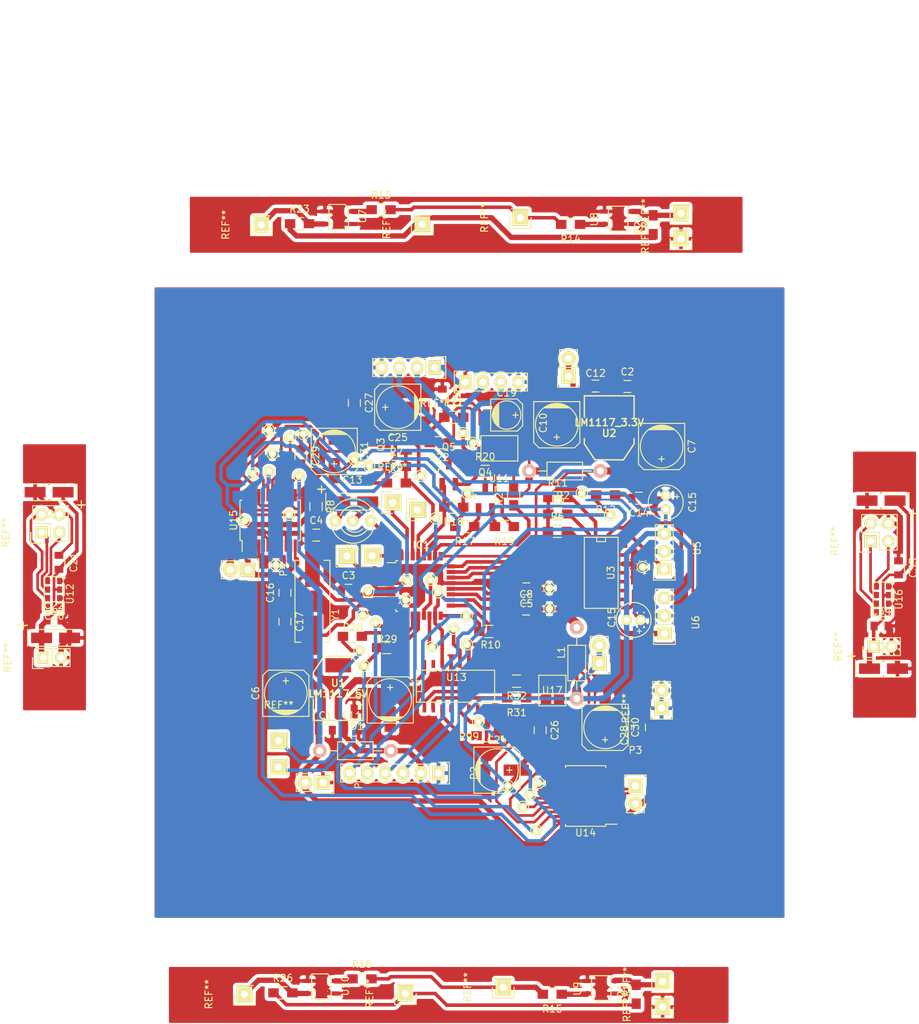
<source format=kicad_pcb>
(kicad_pcb (version 4) (host pcbnew 4.0.0-rc1-stable)
  (layers (0 F.Cu signal) (31 B.Cu signal hide) (34 B.Paste user) (35 F.Paste user) (36 B.SilkS user) (37 F.SilkS user) (38 B.Mask user) (39 F.Mask user) (44 Edge.Cuts user))
  (net 0 "")
  (net 1 VCC)
  (net 2 GND)
  (net 3 "Net-(C5-Pad2)")
  (net 4 "Net-(C8-Pad1)")
  (net 5 "Net-(C13-Pad2)")
  (net 6 "Net-(C13-Pad1)")
  (net 7 /SHARP_POZ)
  (net 8 +5V)
  (net 9 /XTAL1)
  (net 10 /XTAL2)
  (net 11 +3V3)
  (net 12 /INT_10_2)
  (net 13 "/PCINT20_(3)")
  (net 14 /PWM_A)
  (net 15 /PWM_B)
  (net 16 "/PCINT21_(4)")
  (net 17 /INT_10_1)
  (net 18 /PWM_SHARP)
  (net 19 /MOSI_328)
  (net 20 /MISO_328)
  (net 21 /AIN_2)
  (net 22 /SHARP_1)
  (net 23 /SHARP_2)
  (net 24 /SHARP1_INT)
  (net 25 /SHARP2_INT)
  (net 26 /ACC_INT2)
  (net 27 /BIN_2)
  (net 28 /SDA)
  (net 29 /SCL)
  (net 30 /RST_328)
  (net 31 "/PCINT16_(1)")
  (net 32 "/PCINT17_(2)")
  (net 33 "Net-(IC1-Pad32)")
  (net 34 /S_B_1)
  (net 35 /S_B_2)
  (net 36 /S_A_1)
  (net 37 /S_A_2)
  (net 38 /AIN_1)
  (net 39 "Net-(Q4-Pad2)")
  (net 40 /SCL_3.3)
  (net 41 "Net-(Q5-Pad2)")
  (net 42 /SDA_3.3)
  (net 43 /BIN_1)
  (net 44 "Net-(R14-Pad1)")
  (net 45 "Net-(R15-Pad1)")
  (net 46 "Net-(R16-Pad1)")
  (net 47 "Net-(R29-Pad1)")
  (net 48 "Net-(R31-Pad1)")
  (net 49 "Net-(R31-Pad2)")
  (net 50 "Net-(R32-Pad1)")
  (net 51 "Net-(R32-Pad2)")
  (net 52 /ACC_DRDY)
  (net 53 "Net-(U11-Pad12)")
  (net 54 "Net-(U12-Pad8)")
  (net 55 "Net-(U13-Pad9)")
  (net 56 "Net-(U13-Pad7)")
  (net 57 "Net-(U13-Pad6)")
  (net 58 /STBY_ON)
  (net 59 "Net-(U13-Pad15)")
  (net 60 "Net-(U16-Pad8)")
  (net 61 "Net-(R11-Pad2)")
  (net 62 "Net-(R13-Pad1)")
  (net 63 "Net-(R27-Pad2)")
  (net 64 "Net-(R28-Pad1)")
  (net 65 "Net-(R99-Pad2)")
  (net 66 "Net-(U11-Pad11)")
  (net 67 "Net-(IC1-Pad14)")
  (net 68 "Net-(U13-Pad4)")
  (net 69 "Net-(R99-Pad1)")
  (module Connect:PINTST (layer F.Cu) (at 89.6 101.3)
    (fp_text reference "" (at 0 -1.26746) (layer F.SilkS))
    (fp_text value "")
    (pad 1 thru_hole circle (at 0 0) (size 1.143 1.143) (drill 0.635) (layers *.Cu *.Mask F.SilkS) (net 67 "Net-(IC1-Pad14)"))
  )
  (module Socket_Strips:Socket_Strip_Straight_1x01 (layer F.Cu) (at 125.2 43 90)
    (fp_text reference REF** (at 0 -5.1 90) (layer F.SilkS))
    (fp_text value "INT(3)")
    (pad 1 thru_hole rect (at 0 0 90) (size 2.2352 2.2352) (drill 1.016) (layers *.Cu *.Mask F.SilkS) (net 2 GND))
  )
  (module Socket_Strips:Socket_Strip_Straight_1x01 (layer F.Cu) (at 122.575 152.725 90)
    (fp_text reference REF** (at 0 -5.1 90) (layer F.SilkS))
    (fp_text value "INT(3)")
    (pad 1 thru_hole rect (at 0 0 90) (size 2.2352 2.2352) (drill 1.016) (layers *.Cu *.Mask F.SilkS) (net 2 GND))
  )
  (module Socket_Strips:Socket_Strip_Straight_1x04 (layer F.Cu) (at 90.025 61.4 180)
    (fp_text reference REF** (at 0 -5.1 180) (layer F.SilkS))
    (fp_text value CZ_10)
    (pad 1 thru_hole rect (at 0 0 180) (size 1.7272 2.032) (drill 1.016) (layers *.Cu *.Mask F.SilkS) (net 11 +3V3))
    (pad 2 thru_hole oval (at 2.54 0 180) (size 1.7272 2.032) (drill 1.016) (layers *.Cu *.Mask F.SilkS) (net 42 /SDA_3.3))
    (pad 3 thru_hole oval (at 5.08 0 180) (size 1.7272 2.032) (drill 1.016) (layers *.Cu *.Mask F.SilkS) (net 40 /SCL_3.3))
    (pad 4 thru_hole oval (at 7.62 0 180) (size 1.7272 2.032) (drill 1.016) (layers *.Cu *.Mask F.SilkS) (net 2 GND))
  )
  (module Socket_Strips:Socket_Strip_Straight_2x01 (layer F.Cu) (at 152.75 101.25 90)
    (fp_text reference REF** (at 0 -5.1 90) (layer F.SilkS))
    (fp_text value 10cm_1)
    (pad 1 thru_hole rect (at 0 0 90) (size 1.7272 1.7272) (drill 1.016) (layers *.Cu *.Mask F.SilkS) (net 11 +3V3))
    (pad 2 thru_hole oval (at 0 2.54 90) (size 1.7272 1.7272) (drill 1.016) (layers *.Cu *.Mask F.SilkS) (net 2 GND))
  )
  (module Socket_Strips:Socket_Strip_Straight_2x02 (layer F.Cu) (at 152.3 86.2 90)
    (fp_text reference REF** (at 0 -5.1 90) (layer F.SilkS))
    (fp_text value 10cm_2)
    (pad 1 thru_hole rect (at 0 0 90) (size 1.7272 1.7272) (drill 1.016) (layers *.Cu *.Mask F.SilkS) (net 40 /SCL_3.3))
    (pad 2 thru_hole oval (at 0 2.54 90) (size 1.7272 1.7272) (drill 1.016) (layers *.Cu *.Mask F.SilkS) (net 47 "Net-(R29-Pad1)"))
    (pad 3 thru_hole oval (at 2.54 0 90) (size 1.7272 1.7272) (drill 1.016) (layers *.Cu *.Mask F.SilkS) (net 42 /SDA_3.3))
    (pad 4 thru_hole oval (at 2.54 2.54 90) (size 1.7272 1.7272) (drill 1.016) (layers *.Cu *.Mask F.SilkS) (net 2 GND))
  )
  (module Resistors_ThroughHole:Resistor_Horizontal_RM10mm (layer F.Cu) (at 78.65 116.125)
    (fp_text reference D1 (at 0.24892 -3.50012) (layer F.SilkS))
    (fp_text value D_Schottky)
    (pad 1 thru_hole circle (at -5.08 0) (size 1.99898 1.99898) (drill 1.00076) (layers *.Cu *.SilkS *.Mask) (net 1 VCC))
    (pad 2 thru_hole circle (at 5.08 0) (size 1.99898 1.99898) (drill 1.00076) (layers *.Cu *.SilkS *.Mask) (net 8 +5V))
  )
  (module Socket_Strips:Socket_Strip_Straight_1x01 (layer F.Cu) (at 87.515 81.72)
    (fp_text reference "" (at 0 -5.1) (layer F.SilkS))
    (fp_text value "INT(1)")
    (pad 1 thru_hole rect (at 0 0) (size 2.2352 2.2352) (drill 1.016) (layers *.Cu *.Mask F.SilkS) (net 31 "/PCINT16_(1)"))
  )
  (module Socket_Strips:Socket_Strip_Straight_1x01 (layer F.Cu) (at 83.955 80.69)
    (fp_text reference REF** (at 0 -5.1) (layer F.SilkS))
    (fp_text value "INT(2)")
    (pad 1 thru_hole rect (at 0 0) (size 2.2352 2.2352) (drill 1.016) (layers *.Cu *.Mask F.SilkS) (net 32 "/PCINT17_(2)"))
  )
  (module Socket_Strips:Socket_Strip_Straight_1x01 (layer F.Cu) (at 67.645 118.43)
    (fp_text reference "" (at 0 -5.1) (layer F.SilkS))
    (fp_text value INT_10_1)
    (pad 1 thru_hole rect (at 0 0) (size 2.2352 2.2352) (drill 1.016) (layers *.Cu *.Mask F.SilkS) (net 47 "Net-(R29-Pad1)"))
  )
  (module Capacitors_Elko_ThroughHole:Elko_vert_11x5mm_RM2 (layer F.Cu) (at 119.4481 97.4394 180)
    (fp_text reference C15 (at 4.1481 0.3394 270) (layer F.SilkS))
    (fp_text value 1uF)
    (fp_line (start 0.2159 -1.6002) (end 0.2159 -1.30048) (layer F.Cu) (width 0.15))
    (fp_line (start 0.2159 -1.6002) (end 0.51562 -1.6002) (layer F.Cu) (width 0.15))
    (fp_line (start -0.08382 -1.6002) (end 0.2159 -1.6002) (layer F.Cu) (width 0.15))
    (fp_line (start 0.2159 -1.6002) (end 0.2159 -1.89992) (layer F.Cu) (width 0.15))
    (pad 1 thru_hole circle (at 0.01524 0 180) (size 1.48082 1.48082) (drill 0.8001) (layers *.Cu *.Mask F.SilkS) (net 2 GND))
    (pad 2 thru_hole circle (at 2.01676 0 180) (size 1.48082 1.48082) (drill 0.8001) (layers *.Cu *.Mask F.SilkS) (net 8 +5V))
  )
  (module Capacitors_SMD:C_0805 (layer F.Cu) (at 74.3631 113.1874)
    (fp_text reference C1 (at 0 -2.1) (layer F.SilkS))
    (fp_text value 100nF)
    (pad 1 smd rect (at -1 0) (size 1 1.25) (layers F.Cu F.Paste F.Mask) (net 1 VCC))
    (pad 2 smd rect (at 1 0) (size 1 1.25) (layers F.Cu F.Paste F.Mask) (net 2 GND))
  )
  (module Capacitors_SMD:C_0805 (layer F.Cu) (at 117.5431 64.1019)
    (fp_text reference C2 (at 0 -2.1) (layer F.SilkS))
    (fp_text value 100nF)
    (pad 1 smd rect (at -1 0) (size 1 1.25) (layers F.Cu F.Paste F.Mask) (net 1 VCC))
    (pad 2 smd rect (at 1 0) (size 1 1.25) (layers F.Cu F.Paste F.Mask) (net 2 GND))
  )
  (module Capacitors_SMD:C_0805 (layer F.Cu) (at 77.675 93.2)
    (fp_text reference C3 (at 0 -2.1) (layer F.SilkS))
    (fp_text value 100nF)
    (pad 1 smd rect (at -1 0) (size 1 1.25) (layers F.Cu F.Paste F.Mask) (net 2 GND))
    (pad 2 smd rect (at 1 0) (size 1 1.25) (layers F.Cu F.Paste F.Mask) (net 8 +5V))
  )
  (module Capacitors_SMD:C_0805 (layer F.Cu) (at 73.075 85.325)
    (fp_text reference C4 (at 0 -2.1) (layer F.SilkS))
    (fp_text value 100nF)
    (pad 1 smd rect (at -1 0) (size 1 1.25) (layers F.Cu F.Paste F.Mask) (net 2 GND))
    (pad 2 smd rect (at 1 0) (size 1 1.25) (layers F.Cu F.Paste F.Mask) (net 8 +5V))
  )
  (module Capacitors_SMD:C_0805 (layer F.Cu) (at 103.1001 93.00188 180)
    (fp_text reference C5 (at 0 -2.1 180) (layer F.SilkS))
    (fp_text value 100nF)
    (pad 1 smd rect (at -1 0 180) (size 1 1.25) (layers F.Cu F.Paste F.Mask) (net 2 GND))
    (pad 2 smd rect (at 1 0 180) (size 1 1.25) (layers F.Cu F.Paste F.Mask) (net 3 "Net-(C5-Pad2)"))
  )
  (module Capacitors_SMD:c_elec_6.3x7.7 (layer F.Cu) (at 68.7116 107.9169 90)
    (fp_text reference C6 (at 0 -4.318 90) (layer F.SilkS))
    (fp_text value 100uF)
    (pad 1 smd rect (at 2.75082 0 90) (size 3.59918 1.6002) (layers F.Cu F.Paste F.Mask) (net 1 VCC))
    (pad 2 smd rect (at -2.75082 0 90) (size 3.59918 1.6002) (layers F.Cu F.Paste F.Mask) (net 2 GND))
  )
  (module Capacitors_SMD:c_elec_6.3x7.7 (layer F.Cu) (at 122.4326 72.6744 270)
    (fp_text reference C7 (at 0 -4.318 270) (layer F.SilkS))
    (fp_text value 100uF)
    (pad 1 smd rect (at 2.75082 0 270) (size 3.59918 1.6002) (layers F.Cu F.Paste F.Mask) (net 1 VCC))
    (pad 2 smd rect (at -2.75082 0 270) (size 3.59918 1.6002) (layers F.Cu F.Paste F.Mask) (net 2 GND))
  )
  (module Capacitors_SMD:C_0805 (layer F.Cu) (at 103.0696 95.8814)
    (fp_text reference C8 (at 0 -2.1) (layer F.SilkS))
    (fp_text value 100nF)
    (pad 1 smd rect (at -1 0) (size 1 1.25) (layers F.Cu F.Paste F.Mask) (net 4 "Net-(C8-Pad1)"))
    (pad 2 smd rect (at 1 0) (size 1 1.25) (layers F.Cu F.Paste F.Mask) (net 2 GND))
  )
  (module Capacitors_SMD:c_elec_6.3x7.7 (layer F.Cu) (at 83.6341 108.8694 90)
    (fp_text reference C9 (at 0 -4.318 90) (layer F.SilkS))
    (fp_text value 100uF)
    (pad 1 smd rect (at 2.75082 0 90) (size 3.59918 1.6002) (layers F.Cu F.Paste F.Mask) (net 8 +5V))
    (pad 2 smd rect (at -2.75082 0 90) (size 3.59918 1.6002) (layers F.Cu F.Paste F.Mask) (net 2 GND))
  )
  (module Capacitors_SMD:c_elec_6.3x7.7 (layer F.Cu) (at 107.4466 69.5629 270)
    (fp_text reference C10 (at -0.2629 1.9466 270) (layer F.SilkS))
    (fp_text value 100uF)
    (pad 1 smd rect (at 2.75082 0 270) (size 3.59918 1.6002) (layers F.Cu F.Paste F.Mask) (net 11 +3V3))
    (pad 2 smd rect (at -2.75082 0 270) (size 3.59918 1.6002) (layers F.Cu F.Paste F.Mask) (net 2 GND))
  )
  (module Capacitors_SMD:C_0805 (layer F.Cu) (at 78.1096 113.1874)
    (fp_text reference C11 (at 0 -2.1) (layer F.SilkS))
    (fp_text value 100nF)
    (pad 1 smd rect (at -1 0) (size 1 1.25) (layers F.Cu F.Paste F.Mask) (net 8 +5V))
    (pad 2 smd rect (at 1 0) (size 1 1.25) (layers F.Cu F.Paste F.Mask) (net 2 GND))
  )
  (module Capacitors_SMD:C_0805 (layer F.Cu) (at 112.9711 64.0384 180)
    (fp_text reference C12 (at -0.0289 1.8384 180) (layer F.SilkS))
    (fp_text value 100nF)
    (pad 1 smd rect (at -1 0 180) (size 1 1.25) (layers F.Cu F.Paste F.Mask) (net 11 +3V3))
    (pad 2 smd rect (at 1 0 180) (size 1 1.25) (layers F.Cu F.Paste F.Mask) (net 2 GND))
  )
  (module Capacitors_Tantalum_SMD:TantalC_SizeA_EIA-3216_HandSoldering (layer F.Cu) (at 78.4271 80.5484)
    (fp_text reference C13 (at -0.20066 -3.0988) (layer F.SilkS))
    (fp_text value 4.7uF)
    (fp_text user + (at -4.59994 -1.80086) (layer F.SilkS))
    (pad 2 smd rect (at 1.99898 0) (size 2.99974 1.50114) (layers F.Cu F.Paste F.Mask) (net 5 "Net-(C13-Pad2)"))
    (pad 1 smd rect (at -1.99898 0) (size 2.99974 1.50114) (layers F.Cu F.Paste F.Mask) (net 6 "Net-(C13-Pad1)"))
  )
  (module Capacitors_SMD:C_0805 (layer F.Cu) (at 119.1946 80.0564 180)
    (fp_text reference C14 (at 0 -2.1 180) (layer F.SilkS))
    (fp_text value 100nF)
    (pad 1 smd rect (at -1 0 180) (size 1 1.25) (layers F.Cu F.Paste F.Mask) (net 2 GND))
    (pad 2 smd rect (at 1 0 180) (size 1 1.25) (layers F.Cu F.Paste F.Mask) (net 7 /SHARP_POZ))
  )
  (module Capacitors_Elko_ThroughHole:Elko_vert_11x5mm_RM2 (layer F.Cu) (at 123.025 79.625 270)
    (fp_text reference C15 (at 1.016 -3.81 270) (layer F.SilkS))
    (fp_text value 1uF)
    (fp_line (start 0.2159 -1.6002) (end 0.2159 -1.30048) (layer F.Cu) (width 0.15))
    (fp_line (start 0.2159 -1.6002) (end 0.51562 -1.6002) (layer F.Cu) (width 0.15))
    (fp_line (start -0.08382 -1.6002) (end 0.2159 -1.6002) (layer F.Cu) (width 0.15))
    (fp_line (start 0.2159 -1.6002) (end 0.2159 -1.89992) (layer F.Cu) (width 0.15))
    (pad 1 thru_hole circle (at 0.01524 0 270) (size 1.48082 1.48082) (drill 0.8001) (layers *.Cu *.Mask F.SilkS) (net 2 GND))
    (pad 2 thru_hole circle (at 2.01676 0 270) (size 1.48082 1.48082) (drill 0.8001) (layers *.Cu *.Mask F.SilkS) (net 8 +5V))
  )
  (module Capacitors_SMD:C_0805 (layer F.Cu) (at 68.5846 93.5659 90)
    (fp_text reference C16 (at 0 -2.1 90) (layer F.SilkS))
    (fp_text value 22pF)
    (pad 1 smd rect (at -1 0 90) (size 1 1.25) (layers F.Cu F.Paste F.Mask) (net 2 GND))
    (pad 2 smd rect (at 1 0 90) (size 1 1.25) (layers F.Cu F.Paste F.Mask) (net 9 /XTAL1))
  )
  (module Capacitors_SMD:C_0805 (layer F.Cu) (at 68.5846 97.6934 270)
    (fp_text reference C17 (at 0 -2.1 270) (layer F.SilkS))
    (fp_text value 22pF)
    (pad 1 smd rect (at -1 0 270) (size 1 1.25) (layers F.Cu F.Paste F.Mask) (net 2 GND))
    (pad 2 smd rect (at 1 0 270) (size 1 1.25) (layers F.Cu F.Paste F.Mask) (net 10 /XTAL2))
  )
  (module Capacitors_SMD:C_0805 (layer F.Cu) (at 91.085 65.48 270)
    (fp_text reference C18 (at 0 -2.1 270) (layer F.SilkS))
    (fp_text value 100nF)
    (pad 1 smd rect (at -1 0 270) (size 1 1.25) (layers F.Cu F.Paste F.Mask) (net 2 GND))
    (pad 2 smd rect (at 1 0 270) (size 1 1.25) (layers F.Cu F.Paste F.Mask) (net 11 +3V3))
  )
  (module Capacitors_SMD:c_elec_4x4.5 (layer F.Cu) (at 100.2838 68.1786)
    (fp_text reference C19 (at 0 -3.175) (layer F.SilkS))
    (fp_text value 22uF)
    (pad 1 smd rect (at 1.80086 0) (size 2.60096 1.6002) (layers F.Cu F.Paste F.Mask) (net 11 +3V3))
    (pad 2 smd rect (at -1.80086 0) (size 2.60096 1.6002) (layers F.Cu F.Paste F.Mask) (net 2 GND))
  )
  (module Capacitors_Tantalum_SMD:TantalC_SizeA_EIA-3216_HandSoldering (layer F.Cu) (at 35.8 100)
    (fp_text reference C20 (at -0.20066 -3.0988) (layer F.SilkS))
    (fp_text value 4.7uF)
    (fp_text user + (at -4.59994 -1.80086) (layer F.SilkS))
    (pad 2 smd rect (at 1.99898 0) (size 2.99974 1.50114) (layers F.Cu F.Paste F.Mask) (net 2 GND))
    (pad 1 smd rect (at -1.99898 0) (size 2.99974 1.50114) (layers F.Cu F.Paste F.Mask) (net 11 +3V3))
  )
  (module Capacitors_SMD:C_0805 (layer F.Cu) (at 36.2815 89.212 270)
    (fp_text reference C21 (at 0 -2.1 270) (layer F.SilkS))
    (fp_text value 100nF)
    (pad 1 smd rect (at -1 0 270) (size 1 1.25) (layers F.Cu F.Paste F.Mask) (net 2 GND))
    (pad 2 smd rect (at 1 0 270) (size 1 1.25) (layers F.Cu F.Paste F.Mask) (net 11 +3V3))
  )
  (module Capacitors_SMD:C_0805 (layer F.Cu) (at 35.583 97.467)
    (fp_text reference C22 (at 0 -2.1) (layer F.SilkS))
    (fp_text value 100nF)
    (pad 1 smd rect (at -1 0) (size 1 1.25) (layers F.Cu F.Paste F.Mask) (net 11 +3V3))
    (pad 2 smd rect (at 1 0) (size 1 1.25) (layers F.Cu F.Paste F.Mask) (net 2 GND))
  )
  (module Capacitors_Tantalum_SMD:TantalC_SizeA_EIA-3216_HandSoldering (layer F.Cu) (at 34.875 79.2 180)
    (fp_text reference C23 (at -0.20066 -3.0988 180) (layer F.SilkS))
    (fp_text value 1uF)
    (fp_text user + (at -4.59994 -1.80086 180) (layer F.SilkS))
    (pad 2 smd rect (at 1.99898 0 180) (size 2.99974 1.50114) (layers F.Cu F.Paste F.Mask) (net 2 GND))
    (pad 1 smd rect (at -1.99898 0 180) (size 2.99974 1.50114) (layers F.Cu F.Paste F.Mask) (net 11 +3V3))
  )
  (module Capacitors_SMD:c_elec_6.3x7.7 (layer F.Cu) (at 98.8995 118.8897)
    (fp_text reference C24 (at 0 -4.318) (layer F.SilkS))
    (fp_text value 100uF)
    (pad 1 smd rect (at 2.75082 0) (size 3.59918 1.6002) (layers F.Cu F.Paste F.Mask) (net 8 +5V))
    (pad 2 smd rect (at -2.75082 0) (size 3.59918 1.6002) (layers F.Cu F.Paste F.Mask) (net 2 GND))
  )
  (module Capacitors_SMD:c_elec_6.3x7.7 (layer F.Cu) (at 84.7136 67.061 180)
    (fp_text reference C25 (at 0 -4.318 180) (layer F.SilkS))
    (fp_text value 100uF)
    (pad 1 smd rect (at 2.75082 0 180) (size 3.59918 1.6002) (layers F.Cu F.Paste F.Mask) (net 8 +5V))
    (pad 2 smd rect (at -2.75082 0 180) (size 3.59918 1.6002) (layers F.Cu F.Paste F.Mask) (net 2 GND))
  )
  (module Capacitors_SMD:C_0805 (layer F.Cu) (at 105.0717 113.2001 270)
    (fp_text reference C26 (at 0 -2.1 270) (layer F.SilkS))
    (fp_text value 100nF)
    (pad 1 smd rect (at -1 0 270) (size 1 1.25) (layers F.Cu F.Paste F.Mask) (net 2 GND))
    (pad 2 smd rect (at 1 0 270) (size 1 1.25) (layers F.Cu F.Paste F.Mask) (net 8 +5V))
  )
  (module Capacitors_SMD:C_0805 (layer F.Cu) (at 78.516 66.4514 270)
    (fp_text reference C27 (at 0 -2.1 270) (layer F.SilkS))
    (fp_text value 100nF)
    (pad 1 smd rect (at -1 0 270) (size 1 1.25) (layers F.Cu F.Paste F.Mask) (net 2 GND))
    (pad 2 smd rect (at 1 0 270) (size 1 1.25) (layers F.Cu F.Paste F.Mask) (net 8 +5V))
  )
  (module Capacitors_SMD:C_0805 (layer F.Cu) (at 119.2703 112.7937 270)
    (fp_text reference C28 (at 1.1313 2.1703 270) (layer F.SilkS))
    (fp_text value 100nF)
    (pad 1 smd rect (at -1 0 270) (size 1 1.25) (layers F.Cu F.Paste F.Mask) (net 2 GND))
    (pad 2 smd rect (at 1 0 270) (size 1 1.25) (layers F.Cu F.Paste F.Mask) (net 1 VCC))
  )
  (module Capacitors_SMD:C_0805 (layer F.Cu) (at 70.8706 74.0079 270)
    (fp_text reference C29 (at 0 -2.1 270) (layer F.SilkS))
    (fp_text value 100nF)
    (pad 1 smd rect (at -1 0 270) (size 1 1.25) (layers F.Cu F.Paste F.Mask) (net 2 GND))
    (pad 2 smd rect (at 1 0 270) (size 1 1.25) (layers F.Cu F.Paste F.Mask) (net 1 VCC))
  )
  (module Capacitors_SMD:c_elec_6.3x7.7 (layer F.Cu) (at 114.3554 112.781 270)
    (fp_text reference C30 (at 0 -4.318 270) (layer F.SilkS))
    (fp_text value 100uF)
    (pad 1 smd rect (at 2.75082 0 270) (size 3.59918 1.6002) (layers F.Cu F.Paste F.Mask) (net 1 VCC))
    (pad 2 smd rect (at -2.75082 0 270) (size 3.59918 1.6002) (layers F.Cu F.Paste F.Mask) (net 2 GND))
  )
  (module Capacitors_SMD:c_elec_6.3x7.7 (layer F.Cu) (at 75.6331 73.3729 270)
    (fp_text reference C31 (at 0 -4.318 270) (layer F.SilkS))
    (fp_text value 100uF)
    (pad 1 smd rect (at 2.75082 0 270) (size 3.59918 1.6002) (layers F.Cu F.Paste F.Mask) (net 1 VCC))
    (pad 2 smd rect (at -2.75082 0 270) (size 3.59918 1.6002) (layers F.Cu F.Paste F.Mask) (net 2 GND))
  )
  (module Capacitors_Tantalum_SMD:TantalC_SizeA_EIA-3216_HandSoldering (layer F.Cu) (at 154.15 104.4)
    (fp_text reference C32 (at -0.20066 -3.0988) (layer F.SilkS))
    (fp_text value 4.7uF)
    (fp_text user + (at -4.59994 -1.80086) (layer F.SilkS))
    (pad 2 smd rect (at 1.99898 0) (size 2.99974 1.50114) (layers F.Cu F.Paste F.Mask) (net 2 GND))
    (pad 1 smd rect (at -1.99898 0) (size 2.99974 1.50114) (layers F.Cu F.Paste F.Mask) (net 11 +3V3))
  )
  (module Capacitors_SMD:C_0805 (layer F.Cu) (at 156.3 90 270)
    (fp_text reference C33 (at 0 -2.1 270) (layer F.SilkS))
    (fp_text value 100nF)
    (pad 1 smd rect (at -1 0 270) (size 1 1.25) (layers F.Cu F.Paste F.Mask) (net 2 GND))
    (pad 2 smd rect (at 1 0 270) (size 1 1.25) (layers F.Cu F.Paste F.Mask) (net 11 +3V3))
  )
  (module Capacitors_SMD:C_0805 (layer F.Cu) (at 153.8 98.3)
    (fp_text reference C34 (at 0 -2.1) (layer F.SilkS))
    (fp_text value 100nF)
    (pad 1 smd rect (at -1 0) (size 1 1.25) (layers F.Cu F.Paste F.Mask) (net 11 +3V3))
    (pad 2 smd rect (at 1 0) (size 1 1.25) (layers F.Cu F.Paste F.Mask) (net 2 GND))
  )
  (module Capacitors_Tantalum_SMD:TantalC_SizeA_EIA-3216_HandSoldering (layer F.Cu) (at 153.8 80.4 180)
    (fp_text reference C35 (at -0.20066 -3.0988 180) (layer F.SilkS))
    (fp_text value 1uF)
    (fp_text user + (at -4.59994 -1.80086 180) (layer F.SilkS))
    (pad 2 smd rect (at 1.99898 0 180) (size 2.99974 1.50114) (layers F.Cu F.Paste F.Mask) (net 2 GND))
    (pad 1 smd rect (at -1.99898 0 180) (size 2.99974 1.50114) (layers F.Cu F.Paste F.Mask) (net 11 +3V3))
  )
  (module Resistors_ThroughHole:Resistor_Horizontal_RM10mm (layer F.Cu) (at 108.5896 76.1669 180)
    (fp_text reference D2 (at 0.24892 -3.50012 180) (layer F.SilkS))
    (fp_text value D_Schottky)
    (pad 1 thru_hole circle (at -5.08 0 180) (size 1.99898 1.99898) (drill 1.00076) (layers *.Cu *.SilkS *.Mask) (net 1 VCC))
    (pad 2 thru_hole circle (at 5.08 0 180) (size 1.99898 1.99898) (drill 1.00076) (layers *.Cu *.SilkS *.Mask) (net 11 +3V3))
  )
  (module Housings_QFP:LQFP-32_7x7mm_Pitch0.8mm (layer F.Cu) (at 88.0506 92.5904)
    (fp_text reference IC1 (at 0 -5.85) (layer F.SilkS))
    (fp_text value ATMEGA328P-A)
    (pad 1 smd rect (at -4.25 -2.8) (size 1.2 0.6) (layers F.Cu F.Paste F.Mask) (net 16 "/PCINT21_(4)"))
    (pad 2 smd rect (at -4.25 -2) (size 1.2 0.6) (layers F.Cu F.Paste F.Mask) (net 13 "/PCINT20_(3)"))
    (pad 3 smd rect (at -4.25 -1.2) (size 1.2 0.6) (layers F.Cu F.Paste F.Mask) (net 2 GND))
    (pad 4 smd rect (at -4.25 -0.4) (size 1.2 0.6) (layers F.Cu F.Paste F.Mask) (net 8 +5V))
    (pad 5 smd rect (at -4.25 0.4) (size 1.2 0.6) (layers F.Cu F.Paste F.Mask) (net 2 GND))
    (pad 6 smd rect (at -4.25 1.2) (size 1.2 0.6) (layers F.Cu F.Paste F.Mask) (net 8 +5V))
    (pad 7 smd rect (at -4.25 2) (size 1.2 0.6) (layers F.Cu F.Paste F.Mask) (net 9 /XTAL1))
    (pad 8 smd rect (at -4.25 2.8) (size 1.2 0.6) (layers F.Cu F.Paste F.Mask) (net 10 /XTAL2))
    (pad 9 smd rect (at -2.8 4.25 90) (size 1.2 0.6) (layers F.Cu F.Paste F.Mask) (net 14 /PWM_A))
    (pad 10 smd rect (at -2 4.25 90) (size 1.2 0.6) (layers F.Cu F.Paste F.Mask) (net 15 /PWM_B))
    (pad 11 smd rect (at -1.2 4.25 90) (size 1.2 0.6) (layers F.Cu F.Paste F.Mask) (net 12 /INT_10_2))
    (pad 12 smd rect (at -0.4 4.25 90) (size 1.2 0.6) (layers F.Cu F.Paste F.Mask) (net 17 /INT_10_1))
    (pad 13 smd rect (at 0.4 4.25 90) (size 1.2 0.6) (layers F.Cu F.Paste F.Mask) (net 18 /PWM_SHARP))
    (pad 14 smd rect (at 1.2 4.25 90) (size 1.2 0.6) (layers F.Cu F.Paste F.Mask) (net 67 "Net-(IC1-Pad14)"))
    (pad 15 smd rect (at 2 4.25 90) (size 1.2 0.6) (layers F.Cu F.Paste F.Mask) (net 19 /MOSI_328))
    (pad 16 smd rect (at 2.8 4.25 90) (size 1.2 0.6) (layers F.Cu F.Paste F.Mask) (net 20 /MISO_328))
    (pad 17 smd rect (at 4.25 2.8) (size 1.2 0.6) (layers F.Cu F.Paste F.Mask) (net 21 /AIN_2))
    (pad 18 smd rect (at 4.25 2) (size 1.2 0.6) (layers F.Cu F.Paste F.Mask) (net 4 "Net-(C8-Pad1)"))
    (pad 19 smd rect (at 4.25 1.2) (size 1.2 0.6) (layers F.Cu F.Paste F.Mask) (net 22 /SHARP_1))
    (pad 20 smd rect (at 4.25 0.4) (size 1.2 0.6) (layers F.Cu F.Paste F.Mask) (net 3 "Net-(C5-Pad2)"))
    (pad 21 smd rect (at 4.25 -0.4) (size 1.2 0.6) (layers F.Cu F.Paste F.Mask) (net 2 GND))
    (pad 22 smd rect (at 4.25 -1.2) (size 1.2 0.6) (layers F.Cu F.Paste F.Mask) (net 23 /SHARP_2))
    (pad 23 smd rect (at 4.25 -2) (size 1.2 0.6) (layers F.Cu F.Paste F.Mask) (net 25 /SHARP2_INT))
    (pad 24 smd rect (at 4.25 -2.8) (size 1.2 0.6) (layers F.Cu F.Paste F.Mask) (net 24 /SHARP1_INT))
    (pad 25 smd rect (at 2.8 -4.25 90) (size 1.2 0.6) (layers F.Cu F.Paste F.Mask) (net 27 /BIN_2))
    (pad 26 smd rect (at 2 -4.25 90) (size 1.2 0.6) (layers F.Cu F.Paste F.Mask) (net 26 /ACC_INT2))
    (pad 27 smd rect (at 1.2 -4.25 90) (size 1.2 0.6) (layers F.Cu F.Paste F.Mask) (net 28 /SDA))
    (pad 28 smd rect (at 0.4 -4.25 90) (size 1.2 0.6) (layers F.Cu F.Paste F.Mask) (net 29 /SCL))
    (pad 29 smd rect (at -0.4 -4.25 90) (size 1.2 0.6) (layers F.Cu F.Paste F.Mask) (net 30 /RST_328))
    (pad 30 smd rect (at -1.2 -4.25 90) (size 1.2 0.6) (layers F.Cu F.Paste F.Mask) (net 31 "/PCINT16_(1)"))
    (pad 31 smd rect (at -2 -4.25 90) (size 1.2 0.6) (layers F.Cu F.Paste F.Mask) (net 32 "/PCINT17_(2)"))
    (pad 32 smd rect (at -2.8 -4.25 90) (size 1.2 0.6) (layers F.Cu F.Paste F.Mask) (net 33 "Net-(IC1-Pad32)"))
  )
  (module Resistors_ThroughHole:Resistor_Horizontal_RM10mm (layer F.Cu) (at 110.3041 103.5989 90)
    (fp_text reference L1 (at 1.4989 -2.2041 90) (layer F.SilkS))
    (fp_text value 100mH)
    (pad 1 thru_hole circle (at -5.08 0 90) (size 1.99898 1.99898) (drill 1.00076) (layers *.Cu *.SilkS *.Mask) (net 8 +5V))
    (pad 2 thru_hole circle (at 5.08 0 90) (size 1.99898 1.99898) (drill 1.00076) (layers *.Cu *.SilkS *.Mask) (net 4 "Net-(C8-Pad1)"))
  )
  (module Housings_SOT-23_SOT-143_TSOT-6:SOT-23_Handsoldering (layer F.Cu) (at 84.3326 72.4839 90)
    (fp_text reference Q3 (at 0.0839 -2.0326 90) (layer F.SilkS))
    (fp_text value BC817-25)
    (pad 1 smd rect (at -0.95 1.50114 90) (size 0.8001 1.80086) (layers F.Cu F.Paste F.Mask) (net 30 /RST_328))
    (pad 2 smd rect (at 0.95 1.50114 90) (size 0.8001 1.80086) (layers F.Cu F.Paste F.Mask) (net 19 /MOSI_328))
    (pad 3 smd rect (at 0 -1.50114 90) (size 0.8001 1.80086) (layers F.Cu F.Paste F.Mask) (net 38 /AIN_1))
  )
  (module Housings_SOT-23_SOT-143_TSOT-6:SOT-23_Handsoldering (layer F.Cu) (at 97.2231 80.1674)
    (fp_text reference Q4 (at 0 -3.81) (layer F.SilkS))
    (fp_text value BSS138)
    (pad 1 smd rect (at -0.95 1.50114) (size 0.8001 1.80086) (layers F.Cu F.Paste F.Mask) (net 28 /SDA))
    (pad 2 smd rect (at 0.95 1.50114) (size 0.8001 1.80086) (layers F.Cu F.Paste F.Mask) (net 39 "Net-(Q4-Pad2)"))
    (pad 3 smd rect (at 0 -1.50114) (size 0.8001 1.80086) (layers F.Cu F.Paste F.Mask) (net 42 /SDA_3.3))
  )
  (module Housings_SOT-23_SOT-143_TSOT-6:SOT-23_Handsoldering (layer F.Cu) (at 92.0196 76.5564)
    (fp_text reference Q5 (at 0 -3.81) (layer F.SilkS))
    (fp_text value BSS138)
    (pad 1 smd rect (at -0.95 1.50114) (size 0.8001 1.80086) (layers F.Cu F.Paste F.Mask) (net 29 /SCL))
    (pad 2 smd rect (at 0.95 1.50114) (size 0.8001 1.80086) (layers F.Cu F.Paste F.Mask) (net 41 "Net-(Q5-Pad2)"))
    (pad 3 smd rect (at 0 -1.50114) (size 0.8001 1.80086) (layers F.Cu F.Paste F.Mask) (net 40 /SCL_3.3))
  )
  (module Resistors_SMD:R_0805_HandSoldering (layer F.Cu) (at 107.5946 82.3064)
    (fp_text reference R5 (at 0 -2.1) (layer F.SilkS))
    (fp_text value 47k)
    (pad 1 smd rect (at -1.35 0) (size 1.5 1.3) (layers F.Cu F.Paste F.Mask) (net 8 +5V))
    (pad 2 smd rect (at 1.35 0) (size 1.5 1.3) (layers F.Cu F.Paste F.Mask) (net 25 /SHARP2_INT))
  )
  (module Resistors_SMD:R_0805_HandSoldering (layer F.Cu) (at 107.5446 84.7814)
    (fp_text reference R6 (at 0 -2.1) (layer F.SilkS))
    (fp_text value 47k)
    (pad 1 smd rect (at -1.35 0) (size 1.5 1.3) (layers F.Cu F.Paste F.Mask) (net 8 +5V))
    (pad 2 smd rect (at 1.35 0) (size 1.5 1.3) (layers F.Cu F.Paste F.Mask) (net 24 /SHARP1_INT))
  )
  (module Resistors_SMD:R_0805_HandSoldering (layer F.Cu) (at 84.5231 75.5319)
    (fp_text reference R7 (at 0 -2.1) (layer F.SilkS))
    (fp_text value 10k)
    (pad 1 smd rect (at -1.35 0) (size 1.5 1.3) (layers F.Cu F.Paste F.Mask) (net 8 +5V))
    (pad 2 smd rect (at 1.35 0) (size 1.5 1.3) (layers F.Cu F.Paste F.Mask) (net 30 /RST_328))
  )
  (module Resistors_SMD:R_0805_HandSoldering (layer F.Cu) (at 73.0296 81.2469 270)
    (fp_text reference R8 (at 0 -2.1 270) (layer F.SilkS))
    (fp_text value 330)
    (pad 1 smd rect (at -1.35 0 270) (size 1.5 1.3) (layers F.Cu F.Paste F.Mask) (net 6 "Net-(C13-Pad1)"))
    (pad 2 smd rect (at 1.35 0 270) (size 1.5 1.3) (layers F.Cu F.Paste F.Mask) (net 8 +5V))
  )
  (module Resistors_SMD:R_0805_HandSoldering (layer F.Cu) (at 84.5231 77.8814)
    (fp_text reference R9 (at 0 -2.1) (layer F.SilkS))
    (fp_text value 10K)
    (pad 1 smd rect (at -1.35 0) (size 1.5 1.3) (layers F.Cu F.Paste F.Mask) (net 8 +5V))
    (pad 2 smd rect (at 1.35 0) (size 1.5 1.3) (layers F.Cu F.Paste F.Mask) (net 30 /RST_328))
  )
  (module Resistors_SMD:R_0805_HandSoldering (layer F.Cu) (at 97.7311 99.0904 180)
    (fp_text reference R10 (at -0.2689 -1.9096 180) (layer F.SilkS))
    (fp_text value 10k)
    (pad 1 smd rect (at -1.35 0 180) (size 1.5 1.3) (layers F.Cu F.Paste F.Mask) (net 43 /BIN_1))
    (pad 2 smd rect (at 1.35 0 180) (size 1.5 1.3) (layers F.Cu F.Paste F.Mask) (net 20 /MISO_328))
  )
  (module Resistors_SMD:R_0805_HandSoldering (layer F.Cu) (at 107.5946 79.9814)
    (fp_text reference R11 (at 0 -2.1) (layer F.SilkS))
    (fp_text value 3k)
    (pad 1 smd rect (at -1.35 0) (size 1.5 1.3) (layers F.Cu F.Paste F.Mask) (net 8 +5V))
    (pad 2 smd rect (at 1.35 0) (size 1.5 1.3) (layers F.Cu F.Paste F.Mask) (net 61 "Net-(R11-Pad2)"))
  )
  (module Resistors_SMD:R_0805_HandSoldering (layer F.Cu) (at 114.4296 79.5814 180)
    (fp_text reference R12 (at 0 -2.1 180) (layer F.SilkS))
    (fp_text value 33k)
    (pad 1 smd rect (at -1.35 0 180) (size 1.5 1.3) (layers F.Cu F.Paste F.Mask) (net 7 /SHARP_POZ))
    (pad 2 smd rect (at 1.35 0 180) (size 1.5 1.3) (layers F.Cu F.Paste F.Mask) (net 18 /PWM_SHARP))
  )
  (module Resistors_SMD:R_0805_HandSoldering (layer F.Cu) (at 82.325 38.85)
    (fp_text reference R13 (at 0 -2.1) (layer F.SilkS))
    (fp_text value 100)
    (pad 1 smd rect (at -1.35 0) (size 1.5 1.3) (layers F.Cu F.Paste F.Mask) (net 62 "Net-(R13-Pad1)"))
    (pad 2 smd rect (at 1.35 0) (size 1.5 1.3) (layers F.Cu F.Paste F.Mask) (net 11 +3V3))
  )
  (module Resistors_SMD:R_0805_HandSoldering (layer F.Cu) (at 109.425 40.95 180)
    (fp_text reference R14 (at 0 -2.1 180) (layer F.SilkS))
    (fp_text value 100)
    (pad 1 smd rect (at -1.35 0 180) (size 1.5 1.3) (layers F.Cu F.Paste F.Mask) (net 44 "Net-(R14-Pad1)"))
    (pad 2 smd rect (at 1.35 0 180) (size 1.5 1.3) (layers F.Cu F.Paste F.Mask) (net 11 +3V3))
  )
  (module Resistors_SMD:R_0805_HandSoldering (layer F.Cu) (at 106.8 150.9 180)
    (fp_text reference R15 (at 0 -2.1 180) (layer F.SilkS))
    (fp_text value 100)
    (pad 1 smd rect (at -1.35 0 180) (size 1.5 1.3) (layers F.Cu F.Paste F.Mask) (net 45 "Net-(R15-Pad1)"))
    (pad 2 smd rect (at 1.35 0 180) (size 1.5 1.3) (layers F.Cu F.Paste F.Mask) (net 11 +3V3))
  )
  (module Resistors_SMD:R_0805_HandSoldering (layer F.Cu) (at 79.6 148.7)
    (fp_text reference R16 (at 0 -2.1) (layer F.SilkS))
    (fp_text value 100)
    (pad 1 smd rect (at -1.35 0) (size 1.5 1.3) (layers F.Cu F.Paste F.Mask) (net 46 "Net-(R16-Pad1)"))
    (pad 2 smd rect (at 1.35 0) (size 1.5 1.3) (layers F.Cu F.Paste F.Mask) (net 11 +3V3))
  )
  (module Resistors_SMD:R_0805_HandSoldering (layer F.Cu) (at 94.3021 84.1044 180)
    (fp_text reference R17 (at 0 -2.1 180) (layer F.SilkS))
    (fp_text value 4,7k)
    (pad 1 smd rect (at -1.35 0 180) (size 1.5 1.3) (layers F.Cu F.Paste F.Mask) (net 28 /SDA))
    (pad 2 smd rect (at 1.35 0 180) (size 1.5 1.3) (layers F.Cu F.Paste F.Mask) (net 8 +5V))
  )
  (module Resistors_SMD:R_0805_HandSoldering (layer F.Cu) (at 92.7196 81.3314 180)
    (fp_text reference R18 (at 0 -2.1 180) (layer F.SilkS))
    (fp_text value 4,7k)
    (pad 1 smd rect (at -1.35 0 180) (size 1.5 1.3) (layers F.Cu F.Paste F.Mask) (net 8 +5V))
    (pad 2 smd rect (at 1.35 0 180) (size 1.5 1.3) (layers F.Cu F.Paste F.Mask) (net 29 /SCL))
  )
  (module Resistors_SMD:R_0805_HandSoldering (layer F.Cu) (at 99.9536 84.1044 180)
    (fp_text reference R19 (at 0 -2.1 180) (layer F.SilkS))
    (fp_text value 4,7k)
    (pad 1 smd rect (at -1.35 0 180) (size 1.5 1.3) (layers F.Cu F.Paste F.Mask) (net 11 +3V3))
    (pad 2 smd rect (at 1.35 0 180) (size 1.5 1.3) (layers F.Cu F.Paste F.Mask) (net 39 "Net-(Q4-Pad2)"))
  )
  (module Resistors_SMD:R_0805_HandSoldering (layer F.Cu) (at 97.2231 76.2304)
    (fp_text reference R20 (at 0 -2.1) (layer F.SilkS))
    (fp_text value 4,7k)
    (pad 1 smd rect (at -1.35 0) (size 1.5 1.3) (layers F.Cu F.Paste F.Mask) (net 41 "Net-(Q5-Pad2)"))
    (pad 2 smd rect (at 1.35 0) (size 1.5 1.3) (layers F.Cu F.Paste F.Mask) (net 11 +3V3))
  )
  (module Resistors_SMD:R_0805_HandSoldering (layer F.Cu) (at 92.7196 68.5064)
    (fp_text reference R21 (at 0 -2.1) (layer F.SilkS))
    (fp_text value 4,7k)
    (pad 1 smd rect (at -1.35 0) (size 1.5 1.3) (layers F.Cu F.Paste F.Mask) (net 11 +3V3))
    (pad 2 smd rect (at 1.35 0) (size 1.5 1.3) (layers F.Cu F.Paste F.Mask) (net 42 /SDA_3.3))
  )
  (module Resistors_SMD:R_0805_HandSoldering (layer F.Cu) (at 90.6446 72.1314 180)
    (fp_text reference R22 (at 0 -2.1 180) (layer F.SilkS))
    (fp_text value 4,7k)
    (pad 1 smd rect (at -1.35 0 180) (size 1.5 1.3) (layers F.Cu F.Paste F.Mask) (net 40 /SCL_3.3))
    (pad 2 smd rect (at 1.35 0 180) (size 1.5 1.3) (layers F.Cu F.Paste F.Mask) (net 11 +3V3))
  )
  (module Resistors_SMD:R_0805_HandSoldering (layer F.Cu) (at 70.675 40.85)
    (fp_text reference R23 (at 0 -2.1) (layer F.SilkS))
    (fp_text value 10k)
    (pad 1 smd rect (at -1.35 0) (size 1.5 1.3) (layers F.Cu F.Paste F.Mask) (net 8 +5V))
    (pad 2 smd rect (at 1.35 0) (size 1.5 1.3) (layers F.Cu F.Paste F.Mask) (net 31 "/PCINT16_(1)"))
  )
  (module Resistors_SMD:R_0805_HandSoldering (layer F.Cu) (at 121.225 41 90)
    (fp_text reference R24 (at 0 -2.1 90) (layer F.SilkS))
    (fp_text value 10k)
    (pad 1 smd rect (at -1.35 0 90) (size 1.5 1.3) (layers F.Cu F.Paste F.Mask) (net 8 +5V))
    (pad 2 smd rect (at 1.35 0 90) (size 1.5 1.3) (layers F.Cu F.Paste F.Mask) (net 32 "/PCINT17_(2)"))
  )
  (module Resistors_SMD:R_0805_HandSoldering (layer F.Cu) (at 118.8 150.9 90)
    (fp_text reference R25 (at 0 -2.1 90) (layer F.SilkS))
    (fp_text value 10k)
    (pad 1 smd rect (at -1.35 0 90) (size 1.5 1.3) (layers F.Cu F.Paste F.Mask) (net 8 +5V))
    (pad 2 smd rect (at 1.35 0 90) (size 1.5 1.3) (layers F.Cu F.Paste F.Mask) (net 13 "/PCINT20_(3)"))
  )
  (module Resistors_SMD:R_0805_HandSoldering (layer F.Cu) (at 68.3 150.7)
    (fp_text reference R26 (at 0 -2.1) (layer F.SilkS))
    (fp_text value 10k)
    (pad 1 smd rect (at -1.35 0) (size 1.5 1.3) (layers F.Cu F.Paste F.Mask) (net 8 +5V))
    (pad 2 smd rect (at 1.35 0) (size 1.5 1.3) (layers F.Cu F.Paste F.Mask) (net 16 "/PCINT21_(4)"))
  )
  (module Resistors_SMD:R_0805_HandSoldering (layer F.Cu) (at 101.2871 79.7229 90)
    (fp_text reference R27 (at 0 -2.1 90) (layer F.SilkS))
    (fp_text value 1k)
    (pad 1 smd rect (at -1.35 0 90) (size 1.5 1.3) (layers F.Cu F.Paste F.Mask) (net 26 /ACC_INT2))
    (pad 2 smd rect (at 1.35 0 90) (size 1.5 1.3) (layers F.Cu F.Paste F.Mask) (net 63 "Net-(R27-Pad2)"))
  )
  (module Resistors_SMD:R_0805_HandSoldering (layer F.Cu) (at 78.2296 99.7814)
    (fp_text reference R28 (at 0.0704 -1.2814) (layer F.SilkS))
    (fp_text value 1k)
    (pad 1 smd rect (at -1.35 0) (size 1.5 1.3) (layers F.Cu F.Paste F.Mask) (net 64 "Net-(R28-Pad1)"))
    (pad 2 smd rect (at 1.35 0) (size 1.5 1.3) (layers F.Cu F.Paste F.Mask) (net 12 /INT_10_2))
  )
  (module Resistors_SMD:R_0805_HandSoldering (layer F.Cu) (at 83.1296 101.3814)
    (fp_text reference R29 (at 0.0704 -1.1814) (layer F.SilkS))
    (fp_text value 1k)
    (pad 1 smd rect (at -1.35 0) (size 1.5 1.3) (layers F.Cu F.Paste F.Mask) (net 47 "Net-(R29-Pad1)"))
    (pad 2 smd rect (at 1.35 0) (size 1.5 1.3) (layers F.Cu F.Paste F.Mask) (net 17 /INT_10_1))
  )
  (module Resistors_SMD:R_0805_HandSoldering (layer F.Cu) (at 101.7196 108.5814 180)
    (fp_text reference R31 (at 0 -2.1 180) (layer F.SilkS))
    (fp_text value 220)
    (pad 1 smd rect (at -1.35 0 180) (size 1.5 1.3) (layers F.Cu F.Paste F.Mask) (net 48 "Net-(R31-Pad1)"))
    (pad 2 smd rect (at 1.35 0 180) (size 1.5 1.3) (layers F.Cu F.Paste F.Mask) (net 49 "Net-(R31-Pad2)"))
  )
  (module Resistors_SMD:R_0805_HandSoldering (layer F.Cu) (at 101.7196 106.1814 180)
    (fp_text reference R32 (at 0 -2.1 180) (layer F.SilkS))
    (fp_text value 220)
    (pad 1 smd rect (at -1.35 0 180) (size 1.5 1.3) (layers F.Cu F.Paste F.Mask) (net 50 "Net-(R32-Pad1)"))
    (pad 2 smd rect (at 1.35 0 180) (size 1.5 1.3) (layers F.Cu F.Paste F.Mask) (net 51 "Net-(R32-Pad2)"))
  )
  (module warsztaty:SOT223 (layer F.Cu) (at 76.2046 107.2184)
    (fp_text reference U1 (at 0 -0.762) (layer F.SilkS) (effects (font (size 1.016 1.016) (thickness 0.2032))))
    (fp_text value LM1117_5V (at 0 0.762) (layer F.SilkS) (effects (font (size 1.016 1.016) (thickness 0.2032))))
    (pad 4 smd rect (at 0 -3.302) (size 3.6576 2.032) (layers F.Cu F.Paste F.Mask))
    (pad 2 smd rect (at 0 3.302) (size 1.016 2.032) (layers F.Cu F.Paste F.Mask) (net 8 +5V))
    (pad 3 smd rect (at 2.286 3.302) (size 1.016 2.032) (layers F.Cu F.Paste F.Mask) (net 2 GND))
    (pad 1 smd rect (at -2.286 3.302) (size 1.016 2.032) (layers F.Cu F.Paste F.Mask) (net 1 VCC))
  )
  (module warsztaty:SOT223 (layer F.Cu) (at 114.9396 70.0074 180)
    (fp_text reference U2 (at 0 -0.762 180) (layer F.SilkS) (effects (font (size 1.016 1.016) (thickness 0.2032))))
    (fp_text value LM1117_3.3V (at 0 0.762 180) (layer F.SilkS) (effects (font (size 1.016 1.016) (thickness 0.2032))))
    (pad 4 smd rect (at 0 -3.302 180) (size 3.6576 2.032) (layers F.Cu F.Paste F.Mask))
    (pad 2 smd rect (at 0 3.302 180) (size 1.016 2.032) (layers F.Cu F.Paste F.Mask) (net 11 +3V3))
    (pad 3 smd rect (at 2.286 3.302 180) (size 1.016 2.032) (layers F.Cu F.Paste F.Mask) (net 2 GND))
    (pad 1 smd rect (at -2.286 3.302 180) (size 1.016 2.032) (layers F.Cu F.Paste F.Mask) (net 1 VCC))
  )
  (module SMD_Packages:SOIC-14_N (layer F.Cu) (at 113.9196 90.7064 270)
    (fp_text reference U3 (at 0 -1.27 270) (layer F.SilkS))
    (fp_text value LM339)
    (pad 1 smd rect (at -3.81 3.302 270) (size 0.508 1.143) (layers F.Cu F.Paste F.Mask) (net 24 /SHARP1_INT))
    (pad 2 smd rect (at -2.54 3.302 270) (size 0.508 1.143) (layers F.Cu F.Paste F.Mask) (net 25 /SHARP2_INT))
    (pad 3 smd rect (at -1.27 3.302 270) (size 0.508 1.143) (layers F.Cu F.Paste F.Mask) (net 61 "Net-(R11-Pad2)"))
    (pad 4 smd rect (at 0 3.302 270) (size 0.508 1.143) (layers F.Cu F.Paste F.Mask) (net 7 /SHARP_POZ))
    (pad 5 smd rect (at 1.27 3.302 270) (size 0.508 1.143) (layers F.Cu F.Paste F.Mask) (net 23 /SHARP_2))
    (pad 6 smd rect (at 2.54 3.302 270) (size 0.508 1.143) (layers F.Cu F.Paste F.Mask) (net 7 /SHARP_POZ))
    (pad 7 smd rect (at 3.81 3.302 270) (size 0.508 1.143) (layers F.Cu F.Paste F.Mask) (net 22 /SHARP_1))
    (pad 8 smd rect (at 3.81 -3.048 270) (size 0.508 1.143) (layers F.Cu F.Paste F.Mask))
    (pad 9 smd rect (at 2.54 -3.048 270) (size 0.508 1.143) (layers F.Cu F.Paste F.Mask))
    (pad 11 smd rect (at 0 -3.048 270) (size 0.508 1.143) (layers F.Cu F.Paste F.Mask))
    (pad 12 smd rect (at -1.27 -3.048 270) (size 0.508 1.143) (layers F.Cu F.Paste F.Mask) (net 2 GND))
    (pad 13 smd rect (at -2.54 -3.048 270) (size 0.508 1.143) (layers F.Cu F.Paste F.Mask))
    (pad 14 smd rect (at -3.81 -3.048 270) (size 0.508 1.143) (layers F.Cu F.Paste F.Mask))
    (pad 10 smd rect (at 1.27 -3.048 270) (size 0.508 1.143) (layers F.Cu F.Paste F.Mask))
  )
  (module LEDs:LED-5MM-3 (layer F.Cu) (at 80.85 83.3 180)
    (fp_text reference U4 (at 2.54508 -3.91668 180) (layer F.SilkS))
    (fp_text value IR)
    (pad 1 thru_hole circle (at 0 0) (size 1.6764 1.6764) (drill 0.8128) (layers *.Cu *.Mask F.SilkS) (net 33 "Net-(IC1-Pad32)"))
    (pad 2 thru_hole circle (at 2.54 0) (size 1.6764 1.6764) (drill 0.8128) (layers *.Cu *.Mask F.SilkS) (net 5 "Net-(C13-Pad2)"))
    (pad 3 thru_hole circle (at 5.08 0) (size 1.6764 1.6764) (drill 0.8128) (layers *.Cu *.Mask F.SilkS) (net 6 "Net-(C13-Pad1)"))
  )
  (module warsztaty:KTIR0711S (layer F.Cu) (at 76.275 40 270)
    (fp_text reference U7 (at -0.219 -3.407 270) (layer F.SilkS))
    (fp_text value KTIR0711S)
    (pad 1 smd rect (at -0.905 -1.965 270) (size 0.6 1.3) (layers F.Cu F.Paste F.Mask) (net 62 "Net-(R13-Pad1)"))
    (pad 2 smd rect (at -0.905 1.965 270) (size 0.6 1.3) (layers F.Cu F.Paste F.Mask) (net 2 GND))
    (pad 3 smd rect (at 0.895 -1.965 270) (size 0.6 1.3) (layers F.Cu F.Paste F.Mask) (net 2 GND))
    (pad 4 smd rect (at 0.895 1.965 270) (size 0.6 1.3) (layers F.Cu F.Paste F.Mask) (net 31 "/PCINT16_(1)"))
  )
  (module warsztaty:KTIR0711S (layer F.Cu) (at 116.225 40 90)
    (fp_text reference U8 (at -0.219 -3.407 90) (layer F.SilkS))
    (fp_text value KTIR0711S)
    (pad 1 smd rect (at -0.905 -1.965 90) (size 0.6 1.3) (layers F.Cu F.Paste F.Mask) (net 44 "Net-(R14-Pad1)"))
    (pad 2 smd rect (at -0.905 1.965 90) (size 0.6 1.3) (layers F.Cu F.Paste F.Mask) (net 2 GND))
    (pad 3 smd rect (at 0.895 -1.965 90) (size 0.6 1.3) (layers F.Cu F.Paste F.Mask) (net 2 GND))
    (pad 4 smd rect (at 0.895 1.965 90) (size 0.6 1.3) (layers F.Cu F.Paste F.Mask) (net 32 "/PCINT17_(2)"))
  )
  (module warsztaty:KTIR0711S (layer F.Cu) (at 113.8 149.9 90)
    (fp_text reference U9 (at -0.219 -3.407 90) (layer F.SilkS))
    (fp_text value KTIR0711S)
    (pad 1 smd rect (at -0.905 -1.965 90) (size 0.6 1.3) (layers F.Cu F.Paste F.Mask) (net 45 "Net-(R15-Pad1)"))
    (pad 2 smd rect (at -0.905 1.965 90) (size 0.6 1.3) (layers F.Cu F.Paste F.Mask) (net 2 GND))
    (pad 3 smd rect (at 0.895 -1.965 90) (size 0.6 1.3) (layers F.Cu F.Paste F.Mask) (net 2 GND))
    (pad 4 smd rect (at 0.895 1.965 90) (size 0.6 1.3) (layers F.Cu F.Paste F.Mask) (net 13 "/PCINT20_(3)"))
  )
  (module warsztaty:KTIR0711S (layer F.Cu) (at 73.8 149.9 270)
    (fp_text reference U10 (at -0.219 -3.407 270) (layer F.SilkS))
    (fp_text value KTIR0711S)
    (pad 1 smd rect (at -0.905 -1.965 270) (size 0.6 1.3) (layers F.Cu F.Paste F.Mask) (net 46 "Net-(R16-Pad1)"))
    (pad 2 smd rect (at -0.905 1.965 270) (size 0.6 1.3) (layers F.Cu F.Paste F.Mask) (net 2 GND))
    (pad 3 smd rect (at 0.895 -1.965 270) (size 0.6 1.3) (layers F.Cu F.Paste F.Mask) (net 2 GND))
    (pad 4 smd rect (at 0.895 1.965 270) (size 0.6 1.3) (layers F.Cu F.Paste F.Mask) (net 16 "/PCINT21_(4)"))
  )
  (module warsztaty:LGA_14 (layer F.Cu) (at 99.217 72.903)
    (fp_text reference U11 (at 0 4.318) (layer F.SilkS))
    (fp_text value MMA7455L)
    (pad 4 smd rect (at 0.4 -1.0125) (size 0.55 0.975) (layers F.Cu F.Paste F.Mask) (net 11 +3V3))
    (pad 5 smd rect (at 1.2 -1.0125) (size 0.55 0.975) (layers F.Cu F.Paste F.Mask) (net 2 GND))
    (pad 6 smd rect (at 2 -1.0125) (size 0.55 0.975) (layers F.Cu F.Paste F.Mask) (net 11 +3V3))
    (pad 1 smd rect (at -2 -1.0125) (size 0.55 0.975) (layers F.Cu F.Paste F.Mask) (net 11 +3V3))
    (pad 2 smd rect (at -1.2 -1.0125) (size 0.55 0.975) (layers F.Cu F.Paste F.Mask) (net 2 GND))
    (pad 3 smd rect (at -0.4 -1.0125) (size 0.55 0.975) (layers F.Cu F.Paste F.Mask))
    (pad 10 smd rect (at 0.4 1.0125) (size 0.55 0.975) (layers F.Cu F.Paste F.Mask))
    (pad 9 smd rect (at 1.2 1.0125) (size 0.55 0.975) (layers F.Cu F.Paste F.Mask) (net 63 "Net-(R27-Pad2)"))
    (pad 8 smd rect (at 2 1.0125) (size 0.55 0.975) (layers F.Cu F.Paste F.Mask) (net 52 /ACC_DRDY))
    (pad 11 smd rect (at -0.4 1.0125) (size 0.55 0.975) (layers F.Cu F.Paste F.Mask) (net 66 "Net-(U11-Pad11)"))
    (pad 12 smd rect (at -1.2 1.0125) (size 0.55 0.975) (layers F.Cu F.Paste F.Mask) (net 53 "Net-(U11-Pad12)"))
    (pad 13 smd rect (at -2 1.0125) (size 0.55 0.975) (layers F.Cu F.Paste F.Mask) (net 42 /SDA_3.3))
    (pad 7 smd rect (at 2.0125 0 90) (size 0.55 0.975) (layers F.Cu F.Paste F.Mask) (net 11 +3V3))
    (pad 14 smd rect (at -2.0125 0 90) (size 0.55 0.975) (layers F.Cu F.Paste F.Mask) (net 40 /SCL_3.3))
  )
  (module warsztaty:sfh7773 (layer F.Cu) (at 35.5195 93.7205 90)
    (fp_text reference U12 (at 0 2.3495 90) (layer F.SilkS))
    (fp_text value SFH7773)
    (pad 6 smd rect (at 0.615 -0.85 90) (size 0.9 0.7) (layers F.Cu F.Paste F.Mask) (net 40 /SCL_3.3))
    (pad 7 smd rect (at -0.615 -0.85 90) (size 0.9 0.7) (layers F.Cu F.Paste F.Mask) (net 42 /SDA_3.3))
    (pad 5 smd rect (at 1.845 -0.85 90) (size 0.9 0.7) (layers F.Cu F.Paste F.Mask) (net 64 "Net-(R28-Pad1)"))
    (pad 8 smd rect (at -1.845 -0.85 90) (size 0.9 0.7) (layers F.Cu F.Paste F.Mask) (net 54 "Net-(U12-Pad8)"))
    (pad 3 smd rect (at 0.615 0.85 90) (size 0.9 0.7) (layers F.Cu F.Paste F.Mask) (net 11 +3V3))
    (pad 4 smd rect (at 1.845 0.85 90) (size 0.9 0.7) (layers F.Cu F.Paste F.Mask) (net 2 GND))
    (pad 2 smd rect (at -0.615 0.85 90) (size 0.9 0.7) (layers F.Cu F.Paste F.Mask) (net 2 GND))
    (pad 1 smd rect (at -1.845 0.85 90) (size 0.9 0.7) (layers F.Cu F.Paste F.Mask) (net 11 +3V3))
  )
  (module SMD_Packages:SO-16-N (layer F.Cu) (at 92.9696 106.9064)
    (fp_text reference U13 (at 0.127 -1.27) (layer F.SilkS))
    (fp_text value 74HC595)
    (pad 16 smd rect (at -4.445 -3.175) (size 0.508 1.143) (layers F.Cu F.Paste F.Mask) (net 8 +5V))
    (pad 14 smd rect (at -1.905 -3.175) (size 0.508 1.143) (layers F.Cu F.Paste F.Mask) (net 19 /MOSI_328))
    (pad 13 smd rect (at -0.635 -3.175) (size 0.508 1.143) (layers F.Cu F.Paste F.Mask) (net 2 GND))
    (pad 12 smd rect (at 0.635 -3.175) (size 0.508 1.143) (layers F.Cu F.Paste F.Mask) (net 67 "Net-(IC1-Pad14)"))
    (pad 11 smd rect (at 1.905 -3.175) (size 0.508 1.143) (layers F.Cu F.Paste F.Mask) (net 21 /AIN_2))
    (pad 10 smd rect (at 3.175 -3.175) (size 0.508 1.143) (layers F.Cu F.Paste F.Mask) (net 8 +5V))
    (pad 9 smd rect (at 4.445 -3.175) (size 0.508 1.143) (layers F.Cu F.Paste F.Mask) (net 55 "Net-(U13-Pad9)"))
    (pad 8 smd rect (at 4.445 3.175) (size 0.508 1.143) (layers F.Cu F.Paste F.Mask) (net 2 GND))
    (pad 7 smd rect (at 3.175 3.175) (size 0.508 1.143) (layers F.Cu F.Paste F.Mask) (net 56 "Net-(U13-Pad7)"))
    (pad 6 smd rect (at 1.905 3.175) (size 0.508 1.143) (layers F.Cu F.Paste F.Mask) (net 57 "Net-(U13-Pad6)"))
    (pad 5 smd rect (at 0.635 3.175) (size 0.508 1.143) (layers F.Cu F.Paste F.Mask) (net 58 /STBY_ON))
    (pad 4 smd rect (at -0.635 3.175) (size 0.508 1.143) (layers F.Cu F.Paste F.Mask) (net 68 "Net-(U13-Pad4)"))
    (pad 3 smd rect (at -1.905 3.175) (size 0.508 1.143) (layers F.Cu F.Paste F.Mask) (net 65 "Net-(R99-Pad2)"))
    (pad 2 smd rect (at -3.175 3.175) (size 0.508 1.143) (layers F.Cu F.Paste F.Mask) (net 49 "Net-(R31-Pad2)"))
    (pad 1 smd rect (at -4.445 3.175) (size 0.508 1.143) (layers F.Cu F.Paste F.Mask) (net 51 "Net-(R32-Pad2)"))
    (pad 15 smd rect (at -3.175 -3.175) (size 0.508 1.143) (layers F.Cu F.Paste F.Mask) (net 59 "Net-(U13-Pad15)"))
  )
  (module warsztaty:TB6612 (layer F.Cu) (at 111.5741 122.5854 180)
    (fp_text reference U14 (at 0 -5.25 180) (layer F.SilkS))
    (fp_text value TB6612)
    (pad 1 smd rect (at -3.6 -3.575 180) (size 1.75 0.45) (layers F.Cu F.Paste F.Mask) (net 34 /S_B_1))
    (pad 2 smd rect (at -3.6 -2.925 180) (size 1.75 0.45) (layers F.Cu F.Paste F.Mask) (net 34 /S_B_1))
    (pad 3 smd rect (at -3.6 -2.275 180) (size 1.75 0.45) (layers F.Cu F.Paste F.Mask) (net 2 GND))
    (pad 4 smd rect (at -3.6 -1.625 180) (size 1.75 0.45) (layers F.Cu F.Paste F.Mask) (net 2 GND))
    (pad 5 smd rect (at -3.6 -0.975 180) (size 1.75 0.45) (layers F.Cu F.Paste F.Mask) (net 35 /S_B_2))
    (pad 6 smd rect (at -3.6 -0.325 180) (size 1.75 0.45) (layers F.Cu F.Paste F.Mask) (net 35 /S_B_2))
    (pad 7 smd rect (at -3.6 0.325 180) (size 1.75 0.45) (layers F.Cu F.Paste F.Mask) (net 35 /S_B_2))
    (pad 8 smd rect (at -3.6 0.975 180) (size 1.75 0.45) (layers F.Cu F.Paste F.Mask) (net 35 /S_B_2))
    (pad 9 smd rect (at -3.6 1.625 180) (size 1.75 0.45) (layers F.Cu F.Paste F.Mask) (net 2 GND))
    (pad 10 smd rect (at -3.6 2.275 180) (size 1.75 0.45) (layers F.Cu F.Paste F.Mask) (net 2 GND))
    (pad 11 smd rect (at -3.6 2.925 180) (size 1.75 0.45) (layers F.Cu F.Paste F.Mask) (net 34 /S_B_1))
    (pad 12 smd rect (at -3.6 3.575 180) (size 1.75 0.45) (layers F.Cu F.Paste F.Mask) (net 34 /S_B_1))
    (pad 13 smd rect (at 3.6 3.575 180) (size 1.75 0.45) (layers F.Cu F.Paste F.Mask) (net 1 VCC))
    (pad 14 smd rect (at 3.6 2.925 180) (size 1.75 0.45) (layers F.Cu F.Paste F.Mask) (net 1 VCC))
    (pad 15 smd rect (at 3.6 2.275 180) (size 1.75 0.45) (layers F.Cu F.Paste F.Mask) (net 15 /PWM_B))
    (pad 16 smd rect (at 3.6 1.625 180) (size 1.75 0.45) (layers F.Cu F.Paste F.Mask) (net 27 /BIN_2))
    (pad 17 smd rect (at 3.6 0.975 180) (size 1.75 0.45) (layers F.Cu F.Paste F.Mask) (net 43 /BIN_1))
    (pad 18 smd rect (at 3.6 0.325 180) (size 1.75 0.45) (layers F.Cu F.Paste F.Mask) (net 2 GND))
    (pad 19 smd rect (at 3.6 -0.325 180) (size 1.75 0.45) (layers F.Cu F.Paste F.Mask) (net 58 /STBY_ON))
    (pad 20 smd rect (at 3.6 -0.975 180) (size 1.75 0.45) (layers F.Cu F.Paste F.Mask) (net 8 +5V))
    (pad 21 smd rect (at 3.6 -1.625 180) (size 1.75 0.45) (layers F.Cu F.Paste F.Mask) (net 27 /BIN_2))
    (pad 22 smd rect (at 3.6 -2.275 180) (size 1.75 0.45) (layers F.Cu F.Paste F.Mask) (net 43 /BIN_1))
    (pad 23 smd rect (at 3.6 -2.925 180) (size 1.75 0.45) (layers F.Cu F.Paste F.Mask) (net 15 /PWM_B))
    (pad 24 smd rect (at 3.6 -3.575 180) (size 1.75 0.45) (layers F.Cu F.Paste F.Mask) (net 1 VCC))
  )
  (module warsztaty:TB6612 (layer F.Cu) (at 66.4891 83.2154 90)
    (fp_text reference U15 (at 0 -5.25 90) (layer F.SilkS))
    (fp_text value TB6612)
    (pad 1 smd rect (at -3.6 -3.575 90) (size 1.75 0.45) (layers F.Cu F.Paste F.Mask) (net 36 /S_A_1))
    (pad 2 smd rect (at -3.6 -2.925 90) (size 1.75 0.45) (layers F.Cu F.Paste F.Mask) (net 36 /S_A_1))
    (pad 3 smd rect (at -3.6 -2.275 90) (size 1.75 0.45) (layers F.Cu F.Paste F.Mask) (net 2 GND))
    (pad 4 smd rect (at -3.6 -1.625 90) (size 1.75 0.45) (layers F.Cu F.Paste F.Mask) (net 2 GND))
    (pad 5 smd rect (at -3.6 -0.975 90) (size 1.75 0.45) (layers F.Cu F.Paste F.Mask) (net 37 /S_A_2))
    (pad 6 smd rect (at -3.6 -0.325 90) (size 1.75 0.45) (layers F.Cu F.Paste F.Mask) (net 37 /S_A_2))
    (pad 7 smd rect (at -3.6 0.325 90) (size 1.75 0.45) (layers F.Cu F.Paste F.Mask) (net 37 /S_A_2))
    (pad 8 smd rect (at -3.6 0.975 90) (size 1.75 0.45) (layers F.Cu F.Paste F.Mask) (net 37 /S_A_2))
    (pad 9 smd rect (at -3.6 1.625 90) (size 1.75 0.45) (layers F.Cu F.Paste F.Mask) (net 2 GND))
    (pad 10 smd rect (at -3.6 2.275 90) (size 1.75 0.45) (layers F.Cu F.Paste F.Mask) (net 2 GND))
    (pad 11 smd rect (at -3.6 2.925 90) (size 1.75 0.45) (layers F.Cu F.Paste F.Mask) (net 36 /S_A_1))
    (pad 12 smd rect (at -3.6 3.575 90) (size 1.75 0.45) (layers F.Cu F.Paste F.Mask) (net 36 /S_A_1))
    (pad 13 smd rect (at 3.6 3.575 90) (size 1.75 0.45) (layers F.Cu F.Paste F.Mask) (net 1 VCC))
    (pad 14 smd rect (at 3.6 2.925 90) (size 1.75 0.45) (layers F.Cu F.Paste F.Mask) (net 1 VCC))
    (pad 15 smd rect (at 3.6 2.275 90) (size 1.75 0.45) (layers F.Cu F.Paste F.Mask) (net 14 /PWM_A))
    (pad 16 smd rect (at 3.6 1.625 90) (size 1.75 0.45) (layers F.Cu F.Paste F.Mask) (net 21 /AIN_2))
    (pad 17 smd rect (at 3.6 0.975 90) (size 1.75 0.45) (layers F.Cu F.Paste F.Mask) (net 38 /AIN_1))
    (pad 18 smd rect (at 3.6 0.325 90) (size 1.75 0.45) (layers F.Cu F.Paste F.Mask) (net 2 GND))
    (pad 19 smd rect (at 3.6 -0.325 90) (size 1.75 0.45) (layers F.Cu F.Paste F.Mask) (net 58 /STBY_ON))
    (pad 20 smd rect (at 3.6 -0.975 90) (size 1.75 0.45) (layers F.Cu F.Paste F.Mask) (net 8 +5V))
    (pad 21 smd rect (at 3.6 -1.625 90) (size 1.75 0.45) (layers F.Cu F.Paste F.Mask) (net 21 /AIN_2))
    (pad 22 smd rect (at 3.6 -2.275 90) (size 1.75 0.45) (layers F.Cu F.Paste F.Mask) (net 38 /AIN_1))
    (pad 23 smd rect (at 3.6 -2.925 90) (size 1.75 0.45) (layers F.Cu F.Paste F.Mask) (net 14 /PWM_A))
    (pad 24 smd rect (at 3.6 -3.575 90) (size 1.75 0.45) (layers F.Cu F.Paste F.Mask) (net 1 VCC))
  )
  (module warsztaty:sfh7773 (layer F.Cu) (at 154 94.5 90)
    (fp_text reference U16 (at 0 2.3495 90) (layer F.SilkS))
    (fp_text value SFH7773)
    (pad 6 smd rect (at 0.615 -0.85 90) (size 0.9 0.7) (layers F.Cu F.Paste F.Mask) (net 40 /SCL_3.3))
    (pad 7 smd rect (at -0.615 -0.85 90) (size 0.9 0.7) (layers F.Cu F.Paste F.Mask) (net 42 /SDA_3.3))
    (pad 5 smd rect (at 1.845 -0.85 90) (size 0.9 0.7) (layers F.Cu F.Paste F.Mask) (net 47 "Net-(R29-Pad1)"))
    (pad 8 smd rect (at -1.845 -0.85 90) (size 0.9 0.7) (layers F.Cu F.Paste F.Mask) (net 60 "Net-(U16-Pad8)"))
    (pad 3 smd rect (at 0.615 0.85 90) (size 0.9 0.7) (layers F.Cu F.Paste F.Mask) (net 11 +3V3))
    (pad 4 smd rect (at 1.845 0.85 90) (size 0.9 0.7) (layers F.Cu F.Paste F.Mask) (net 2 GND))
    (pad 2 smd rect (at -0.615 0.85 90) (size 0.9 0.7) (layers F.Cu F.Paste F.Mask) (net 2 GND))
    (pad 1 smd rect (at -1.845 0.85 90) (size 0.9 0.7) (layers F.Cu F.Paste F.Mask) (net 11 +3V3))
  )
  (module warsztaty:RGB_C_Anode (layer F.Cu) (at 106.8446 107.4314 90)
    (fp_text reference U17 (at -0.0686 -0.0446 180) (layer F.SilkS))
    (fp_text value RGB)
    (pad 4 smd rect (at 1.6 0.925 90) (size 1.9 1.5) (layers F.Cu F.Paste F.Mask) (net 50 "Net-(R32-Pad1)"))
    (pad 2 smd rect (at 1.6 -0.925 90) (size 1.9 1.5) (layers F.Cu F.Paste F.Mask) (net 8 +5V))
    (pad 1 smd rect (at -1.6 -0.925 90) (size 1.9 1.5) (layers F.Cu F.Paste F.Mask) (net 48 "Net-(R31-Pad1)"))
    (pad 3 smd rect (at -1.6 0.925 90) (size 1.9 1.5) (layers F.Cu F.Paste F.Mask) (net 69 "Net-(R99-Pad1)"))
  )
  (module Crystals:Crystal_HC49-SD_SMD (layer F.Cu) (at 72.5216 94.7724 270)
    (fp_text reference Y1 (at 1.9276 -3.2784 270) (layer F.SilkS))
    (fp_text value 16mHz)
    (pad 1 smd rect (at -4.84886 0 270) (size 5.6007 2.10058) (layers F.Cu F.Paste F.Mask) (net 9 /XTAL1))
    (pad 2 smd rect (at 4.84886 0 270) (size 5.6007 2.10058) (layers F.Cu F.Paste F.Mask) (net 10 /XTAL2))
  )
  (module Resistors_SMD:R_0805_HandSoldering (layer F.Cu) (at 97.3374 113.9748 180)
    (fp_text reference R99 (at 2.4374 -0.1252 180) (layer F.SilkS))
    (fp_text value 220)
    (pad 1 smd rect (at -1.35 0 180) (size 1.5 1.3) (layers F.Cu F.Paste F.Mask) (net 69 "Net-(R99-Pad1)"))
    (pad 2 smd rect (at 1.35 0 180) (size 1.5 1.3) (layers F.Cu F.Paste F.Mask) (net 65 "Net-(R99-Pad2)"))
  )
  (module Socket_Strips:Socket_Strip_Straight_1x01 (layer F.Cu) (at 85.8 150.8 90)
    (fp_text reference REF** (at 0 -5.1 90) (layer F.SilkS))
    (fp_text value 5V)
    (pad 1 thru_hole rect (at 0 0 90) (size 2.2352 2.2352) (drill 1.016) (layers *.Cu *.Mask F.SilkS) (net 8 +5V))
  )
  (module Socket_Strips:Socket_Strip_Straight_1x01 (layer F.Cu) (at 99.8 149.9 90)
    (fp_text reference REF** (at 0 -5.1 90) (layer F.SilkS))
    (fp_text value 3V3)
    (pad 1 thru_hole rect (at 0 0 90) (size 2.2352 2.2352) (drill 1.016) (layers *.Cu *.Mask F.SilkS) (net 11 +3V3))
  )
  (module Socket_Strips:Socket_Strip_Straight_1x01 (layer F.Cu) (at 102.225 40 90)
    (fp_text reference REF** (at 0 -5.1 90) (layer F.SilkS))
    (fp_text value 3V3)
    (pad 1 thru_hole rect (at 0 0 90) (size 2.2352 2.2352) (drill 1.016) (layers *.Cu *.Mask F.SilkS) (net 11 +3V3))
  )
  (module Socket_Strips:Socket_Strip_Straight_1x01 (layer F.Cu) (at 88.225 40.9 90)
    (fp_text reference REF** (at 0 -5.1 90) (layer F.SilkS))
    (fp_text value 3V3)
    (pad 1 thru_hole rect (at 0 0 90) (size 2.2352 2.2352) (drill 1.016) (layers *.Cu *.Mask F.SilkS) (net 8 +5V))
  )
  (module Socket_Strips:Socket_Strip_Straight_1x01 (layer F.Cu) (at 65.225 41 90)
    (fp_text reference REF** (at 0 -5.1 90) (layer F.SilkS))
    (fp_text value "INT(1)")
    (pad 1 thru_hole rect (at 0 0 90) (size 2.2352 2.2352) (drill 1.016) (layers *.Cu *.Mask F.SilkS) (net 31 "/PCINT16_(1)"))
  )
  (module Socket_Strips:Socket_Strip_Straight_1x01 (layer F.Cu) (at 62.8 150.9 90)
    (fp_text reference REF** (at 0 -5.1 90) (layer F.SilkS))
    (fp_text value "INT(4)")
    (pad 1 thru_hole rect (at 0 0 90) (size 2.2352 2.2352) (drill 1.016) (layers *.Cu *.Mask F.SilkS) (net 16 "/PCINT21_(4)"))
  )
  (module Socket_Strips:Socket_Strip_Straight_1x01 (layer F.Cu) (at 125.2 39.375 90)
    (fp_text reference REF** (at 0 -5.1 90) (layer F.SilkS))
    (fp_text value "INT(2)")
    (pad 1 thru_hole rect (at 0 0 90) (size 2.2352 2.2352) (drill 1.016) (layers *.Cu *.Mask F.SilkS) (net 32 "/PCINT17_(2)"))
  )
  (module Socket_Strips:Socket_Strip_Straight_1x01 (layer F.Cu) (at 122.575 149.1 90)
    (fp_text reference REF** (at 0 -5.1 90) (layer F.SilkS))
    (fp_text value "INT(3)")
    (pad 1 thru_hole rect (at 0 0 90) (size 2.2352 2.2352) (drill 1.016) (layers *.Cu *.Mask F.SilkS) (net 13 "/PCINT20_(3)"))
  )
  (module Connect:PINTST (layer F.Cu) (at 119.7296 89.8814)
    (fp_text reference "" (at 0 -1.26746) (layer F.SilkS))
    (fp_text value "")
    (pad 1 thru_hole circle (at 0 0) (size 1.143 1.143) (drill 0.635) (layers *.Cu *.Mask F.SilkS) (net 2 GND))
  )
  (module Connect:PINTST (layer F.Cu) (at 89.4 91.7)
    (fp_text reference "" (at 0 -1.26746) (layer F.SilkS))
    (fp_text value "")
    (pad 1 thru_hole circle (at 0 0) (size 1.143 1.143) (drill 0.635) (layers *.Cu *.Mask F.SilkS) (net 18 /PWM_SHARP))
  )
  (module Connect:PINTST (layer F.Cu) (at 79.875 104.01)
    (fp_text reference "" (at 0 -1.26746) (layer F.SilkS))
    (fp_text value "")
    (pad 1 thru_hole circle (at 0 0) (size 1.143 1.143) (drill 0.635) (layers *.Cu *.Mask F.SilkS) (net 47 "Net-(R29-Pad1)"))
  )
  (module Connect:PINTST (layer F.Cu) (at 79.2526 101.8209)
    (fp_text reference "" (at 0 -1.26746) (layer F.SilkS))
    (fp_text value "")
    (pad 1 thru_hole circle (at 0 0) (size 1.143 1.143) (drill 0.635) (layers *.Cu *.Mask F.SilkS) (net 64 "Net-(R28-Pad1)"))
  )
  (module Connect:PINTST (layer F.Cu) (at 81.5386 97.8204)
    (fp_text reference "" (at 0 -1.26746) (layer F.SilkS))
    (fp_text value "")
    (pad 1 thru_hole circle (at 0 0) (size 1.143 1.143) (drill 0.635) (layers *.Cu *.Mask F.SilkS) (net 15 /PWM_B))
  )
  (module Connect:PINTST (layer F.Cu) (at 79.6971 96.7409)
    (fp_text reference "" (at 0 -1.26746) (layer F.SilkS))
    (fp_text value "")
    (pad 1 thru_hole circle (at 0 0) (size 1.143 1.143) (drill 0.635) (layers *.Cu *.Mask F.SilkS) (net 14 /PWM_A))
  )
  (module Connect:PINTST (layer F.Cu) (at 94.5561 96.9314)
    (fp_text reference "" (at 0 -1.26746) (layer F.SilkS))
    (fp_text value "")
    (pad 1 thru_hole circle (at 0 0) (size 1.143 1.143) (drill 0.635) (layers *.Cu *.Mask F.SilkS) (net 20 /MISO_328))
  )
  (module Connect:PINTST (layer F.Cu) (at 90.475 93.5)
    (fp_text reference "" (at 0 -1.26746) (layer F.SilkS))
    (fp_text value "")
    (pad 1 thru_hole circle (at 0 0) (size 1.143 1.143) (drill 0.635) (layers *.Cu *.Mask F.SilkS) (net 19 /MOSI_328))
  )
  (module Connect:PINTST (layer F.Cu) (at 94.6196 100.9319)
    (fp_text reference "" (at 0 -1.26746) (layer F.SilkS))
    (fp_text value "")
    (pad 1 thru_hole circle (at 0 0) (size 1.143 1.143) (drill 0.635) (layers *.Cu *.Mask F.SilkS) (net 21 /AIN_2))
  )
  (module Connect:PINTST (layer F.Cu) (at 96.2 111.975)
    (fp_text reference "" (at 0 -1.26746) (layer F.SilkS))
    (fp_text value "")
    (pad 1 thru_hole circle (at 0 0) (size 1.143 1.143) (drill 0.635) (layers *.Cu *.Mask F.SilkS) (net 58 /STBY_ON))
  )
  (module Connect:PINTST (layer F.Cu) (at 115.0666 82.4534)
    (fp_text reference "" (at 0 -1.26746) (layer F.SilkS))
    (fp_text value "")
    (pad 1 thru_hole circle (at 0 0) (size 1.143 1.143) (drill 0.635) (layers *.Cu *.Mask F.SilkS) (net 18 /PWM_SHARP))
  )
  (module Connect:PINTST (layer F.Cu) (at 90.135 82.92)
    (fp_text reference "" (at 0 -1.26746) (layer F.SilkS))
    (fp_text value "")
    (pad 1 thru_hole circle (at 0 0) (size 1.143 1.143) (drill 0.635) (layers *.Cu *.Mask F.SilkS) (net 30 /RST_328))
  )
  (module Connect:PINTST (layer F.Cu) (at 80.625 75.425)
    (fp_text reference "" (at 0 -1.26746) (layer F.SilkS))
    (fp_text value "")
    (pad 1 thru_hole circle (at 0 0) (size 1.143 1.143) (drill 0.635) (layers *.Cu *.Mask F.SilkS) (net 8 +5V))
  )
  (module Connect:PINTST (layer F.Cu) (at 88.0156 76.8654)
    (fp_text reference "" (at 0 -1.26746) (layer F.SilkS))
    (fp_text value "")
    (pad 1 thru_hole circle (at 0 0) (size 1.143 1.143) (drill 0.635) (layers *.Cu *.Mask F.SilkS) (net 19 /MOSI_328))
  )
  (module Connect:PINTST (layer F.Cu) (at 94.075 70.76)
    (fp_text reference "" (at 0 -1.26746) (layer F.SilkS))
    (fp_text value "")
    (pad 1 thru_hole circle (at 0 0) (size 1.143 1.143) (drill 0.635) (layers *.Cu *.Mask F.SilkS) (net 42 /SDA_3.3))
  )
  (module Connect:PINTST (layer F.Cu) (at 69.3466 71.3409)
    (fp_text reference "" (at 0 -1.26746) (layer F.SilkS))
    (fp_text value "")
    (pad 1 thru_hole circle (at 0 0) (size 1.143 1.143) (drill 0.635) (layers *.Cu *.Mask F.SilkS) (net 21 /AIN_2))
  )
  (module Connect:PINTST (layer F.Cu) (at 70.6166 76.8654)
    (fp_text reference "" (at 0 -1.26746) (layer F.SilkS))
    (fp_text value "")
    (pad 1 thru_hole circle (at 0 0) (size 1.143 1.143) (drill 0.635) (layers *.Cu *.Mask F.SilkS) (net 14 /PWM_A))
  )
  (module Connect:PINTST (layer F.Cu) (at 66.8066 73.6904)
    (fp_text reference "" (at 0 -1.26746) (layer F.SilkS))
    (fp_text value "")
    (pad 1 thru_hole circle (at 0 0) (size 1.143 1.143) (drill 0.635) (layers *.Cu *.Mask F.SilkS) (net 2 GND))
  )
  (module Connect:PINTST (layer F.Cu) (at 66.325 76.2)
    (fp_text reference "" (at 0 -1.26746) (layer F.SilkS))
    (fp_text value "")
    (pad 1 thru_hole circle (at 0 0) (size 1.143 1.143) (drill 0.635) (layers *.Cu *.Mask F.SilkS) (net 58 /STBY_ON))
  )
  (module Connect:PINTST (layer F.Cu) (at 63.9872 76.5606)
    (fp_text reference "" (at 0 -1.26746) (layer F.SilkS))
    (fp_text value "")
    (pad 1 thru_hole circle (at 0 0) (size 1.143 1.143) (drill 0.635) (layers *.Cu *.Mask F.SilkS) (net 8 +5V))
  )
  (module Connect:PINTST (layer F.Cu) (at 104.8304 120.7312)
    (fp_text reference "" (at 0 -1.26746) (layer F.SilkS))
    (fp_text value "")
    (pad 1 thru_hole circle (at 0 0) (size 1.143 1.143) (drill 0.635) (layers *.Cu *.Mask F.SilkS) (net 2 GND))
  )
  (module Connect:PINTST (layer F.Cu) (at 103.662 122.3822)
    (fp_text reference "" (at 0 -1.26746) (layer F.SilkS))
    (fp_text value "")
    (pad 1 thru_hole circle (at 0 0) (size 1.143 1.143) (drill 0.635) (layers *.Cu *.Mask F.SilkS) (net 58 /STBY_ON))
  )
  (module Connect:PINTST (layer F.Cu) (at 102.5952 124.1348)
    (fp_text reference "" (at 0 -1.26746) (layer F.SilkS))
    (fp_text value "")
    (pad 1 thru_hole circle (at 0 0) (size 1.143 1.143) (drill 0.635) (layers *.Cu *.Mask F.SilkS) (net 8 +5V))
  )
  (module Connect:PINTST (layer F.Cu) (at 104.5256 127.5384)
    (fp_text reference "" (at 0 -1.26746) (layer F.SilkS))
    (fp_text value "")
    (pad 1 thru_hole circle (at 0 0) (size 1.143 1.143) (drill 0.635) (layers *.Cu *.Mask F.SilkS) (net 15 /PWM_B))
  )
  (module Connect:PINTST (layer F.Cu) (at 100.4616 121.1503)
    (fp_text reference "" (at 0 -1.26746) (layer F.SilkS))
    (fp_text value "")
    (pad 1 thru_hole circle (at 0 0) (size 1.143 1.143) (drill 0.635) (layers *.Cu *.Mask F.SilkS) (net 8 +5V))
  )
  (module Connect:PINTST (layer F.Cu) (at 78.5541 74.5286)
    (fp_text reference "" (at 0 -1.26746) (layer F.SilkS))
    (fp_text value "")
    (pad 1 thru_hole circle (at 0 0) (size 1.143 1.143) (drill 0.635) (layers *.Cu *.Mask F.SilkS) (net 1 VCC))
  )
  (module Socket_Strips:Socket_Strip_Straight_1x01 (layer F.Cu) (at 81.075 88.275)
    (fp_text reference "" (at 0 -5.1) (layer F.SilkS))
    (fp_text value "INT(4)")
    (pad 1 thru_hole rect (at 0 0) (size 2.2352 2.2352) (drill 1.016) (layers *.Cu *.Mask F.SilkS) (net 16 "/PCINT21_(4)"))
  )
  (module Socket_Strips:Socket_Strip_Straight_1x01 (layer F.Cu) (at 77.45 88.325)
    (fp_text reference "" (at 0 -5.1) (layer F.SilkS))
    (fp_text value "INT(3)")
    (pad 1 thru_hole rect (at 0 0) (size 2.2352 2.2352) (drill 1.016) (layers *.Cu *.Mask F.SilkS) (net 13 "/PCINT20_(3)"))
  )
  (module Connect:PINTST (layer F.Cu) (at 62.825 83.275)
    (fp_text reference "" (at 0 -1.26746) (layer F.SilkS))
    (fp_text value "")
    (pad 1 thru_hole circle (at 0 0) (size 1.143 1.143) (drill 0.635) (layers *.Cu *.Mask F.SilkS) (net 8 +5V))
  )
  (module Connect:PINTST (layer F.Cu) (at 69.2 82.425)
    (fp_text reference "" (at 0 -1.26746) (layer F.SilkS))
    (fp_text value "")
    (pad 1 thru_hole circle (at 0 0) (size 1.143 1.143) (drill 0.635) (layers *.Cu *.Mask F.SilkS) (net 1 VCC))
  )
  (module Connect:PINTST (layer F.Cu) (at 86.025 91.775)
    (fp_text reference "" (at 0 -1.26746) (layer F.SilkS))
    (fp_text value "")
    (pad 1 thru_hole circle (at 0 0) (size 1.143 1.143) (drill 0.635) (layers *.Cu *.Mask F.SilkS) (net 8 +5V))
  )
  (module Connect:PINTST (layer F.Cu) (at 71.225 70.875)
    (fp_text reference "" (at 0 -1.26746) (layer F.SilkS))
    (fp_text value "")
    (pad 1 thru_hole circle (at 0 0) (size 1.143 1.143) (drill 0.635) (layers *.Cu *.Mask F.SilkS) (net 2 GND))
  )
  (module Connect:PINTST (layer F.Cu) (at 66.325 70.375)
    (fp_text reference "" (at 0 -1.26746) (layer F.SilkS))
    (fp_text value "")
    (pad 1 thru_hole circle (at 0 0) (size 1.143 1.143) (drill 0.635) (layers *.Cu *.Mask F.SilkS) (net 2 GND))
  )
  (module Connect:PINTST (layer F.Cu) (at 85.855 94.6)
    (fp_text reference "" (at 0 -1.26746) (layer F.SilkS))
    (fp_text value "")
    (pad 1 thru_hole circle (at 0 0) (size 1.143 1.143) (drill 0.635) (layers *.Cu *.Mask F.SilkS) (net 2 GND))
  )
  (module Connect:PINTST (layer F.Cu) (at 106.385 92.88)
    (fp_text reference "" (at 0 -1.26746) (layer F.SilkS))
    (fp_text value "")
    (pad 1 thru_hole circle (at 0 0) (size 1.143 1.143) (drill 0.635) (layers *.Cu *.Mask F.SilkS) (net 2 GND))
  )
  (module Connect:PINTST (layer F.Cu) (at 106.405 95.84)
    (fp_text reference "" (at 0 -1.26746) (layer F.SilkS))
    (fp_text value "")
    (pad 1 thru_hole circle (at 0 0) (size 1.143 1.143) (drill 0.635) (layers *.Cu *.Mask F.SilkS) (net 2 GND))
  )
  (module Socket_Strips:Socket_Strip_Straight_1x01 (layer F.Cu) (at 67.695 114.69)
    (fp_text reference REF** (at 0 -5.1) (layer F.SilkS))
    (fp_text value INT_10_2)
    (pad 1 thru_hole rect (at 0 0) (size 2.2352 2.2352) (drill 1.016) (layers *.Cu *.Mask F.SilkS) (net 64 "Net-(R28-Pad1)"))
  )
  (module Connect:PINTST (layer F.Cu) (at 94.685 79.37)
    (fp_text reference "" (at 0 -1.26746) (layer F.SilkS))
    (fp_text value "")
    (pad 1 thru_hole circle (at 0 0) (size 1.143 1.143) (drill 0.635) (layers *.Cu *.Mask F.SilkS) (net 8 +5V))
  )
  (module Connect:PINTST (layer F.Cu) (at 95.495 72.16)
    (fp_text reference "" (at 0 -1.26746) (layer F.SilkS))
    (fp_text value "")
    (pad 1 thru_hole circle (at 0 0) (size 1.143 1.143) (drill 0.635) (layers *.Cu *.Mask F.SilkS) (net 40 /SCL_3.3))
  )
  (module Socket_Strips:Socket_Strip_Straight_2x02 (layer F.Cu) (at 33.805 84.935 90)
    (fp_text reference REF** (at 0 -5.1 90) (layer F.SilkS))
    (fp_text value 10cm_2_1)
    (pad 1 thru_hole rect (at 0 0 90) (size 1.7272 1.7272) (drill 1.016) (layers *.Cu *.Mask F.SilkS) (net 40 /SCL_3.3))
    (pad 2 thru_hole oval (at 0 2.54 90) (size 1.7272 1.7272) (drill 1.016) (layers *.Cu *.Mask F.SilkS) (net 64 "Net-(R28-Pad1)"))
    (pad 3 thru_hole oval (at 2.54 0 90) (size 1.7272 1.7272) (drill 1.016) (layers *.Cu *.Mask F.SilkS) (net 42 /SDA_3.3))
    (pad 4 thru_hole oval (at 2.54 2.54 90) (size 1.7272 1.7272) (drill 1.016) (layers *.Cu *.Mask F.SilkS) (net 2 GND))
  )
  (module Socket_Strips:Socket_Strip_Straight_2x01 (layer F.Cu) (at 34.05 102.825 90)
    (fp_text reference REF** (at 0 -5.1 90) (layer F.SilkS))
    (fp_text value 10cm_2_2)
    (pad 1 thru_hole rect (at 0 0 90) (size 1.7272 1.7272) (drill 1.016) (layers *.Cu *.Mask F.SilkS) (net 11 +3V3))
    (pad 2 thru_hole oval (at 0 2.54 90) (size 1.7272 1.7272) (drill 1.016) (layers *.Cu *.Mask F.SilkS) (net 2 GND))
  )
  (module Socket_Strips:Socket_Strip_Straight_1x04 (layer F.Cu) (at 94.355 63.47)
    (fp_text reference "" (at 0 -5.1) (layer F.SilkS))
    (fp_text value CZ_10)
    (pad 1 thru_hole rect (at 0 0) (size 1.7272 2.032) (drill 1.016) (layers *.Cu *.Mask F.SilkS) (net 11 +3V3))
    (pad 2 thru_hole oval (at 2.54 0) (size 1.7272 2.032) (drill 1.016) (layers *.Cu *.Mask F.SilkS) (net 42 /SDA_3.3))
    (pad 3 thru_hole oval (at 5.08 0) (size 1.7272 2.032) (drill 1.016) (layers *.Cu *.Mask F.SilkS) (net 40 /SCL_3.3))
    (pad 4 thru_hole oval (at 7.62 0) (size 1.7272 2.032) (drill 1.016) (layers *.Cu *.Mask F.SilkS) (net 2 GND))
  )
  (module Pin_Headers:Pin_Header_Straight_1x06 (layer F.Cu) (at 90.5429 119.3088 270)
    (fp_text reference P2 (at 0 -5.1 270) (layer F.SilkS))
    (fp_text value PROGRAMATOR)
    (pad 1 thru_hole rect (at 0 0 270) (size 2.032 1.7272) (drill 1.016) (layers *.Cu *.Mask F.SilkS) (net 2 GND))
    (pad 2 thru_hole oval (at 0 2.54 270) (size 2.032 1.7272) (drill 1.016) (layers *.Cu *.Mask F.SilkS) (net 8 +5V))
    (pad 3 thru_hole oval (at 0 5.08 270) (size 2.032 1.7272) (drill 1.016) (layers *.Cu *.Mask F.SilkS) (net 21 /AIN_2))
    (pad 4 thru_hole oval (at 0 7.62 270) (size 2.032 1.7272) (drill 1.016) (layers *.Cu *.Mask F.SilkS) (net 19 /MOSI_328))
    (pad 5 thru_hole oval (at 0 10.16 270) (size 2.032 1.7272) (drill 1.016) (layers *.Cu *.Mask F.SilkS) (net 20 /MISO_328))
    (pad 6 thru_hole oval (at 0 12.7 270) (size 2.032 1.7272) (drill 1.016) (layers *.Cu *.Mask F.SilkS) (net 30 /RST_328))
  )
  (module Pin_Headers:Pin_Header_Straight_1x02 (layer F.Cu) (at 74.025 120.66 270)
    (fp_text reference P1 (at 0 -5.1 270) (layer F.SilkS))
    (fp_text value bateria)
    (pad 1 thru_hole rect (at 0 0 270) (size 2.032 2.032) (drill 1.016) (layers *.Cu *.Mask F.SilkS) (net 2 GND))
    (pad 2 thru_hole oval (at 0 2.54 270) (size 2.032 2.032) (drill 1.016) (layers *.Cu *.Mask F.SilkS) (net 1 VCC))
  )
  (module Socket_Strips:Socket_Strip_Straight_1x03 (layer F.Cu) (at 122.8136 90.2004 90)
    (fp_text reference U5 (at 3.0004 4.6864 90) (layer F.SilkS))
    (fp_text value "")
    (pad 1 thru_hole rect (at 0 0 90) (size 1.7272 2.032) (drill 1.016) (layers *.Cu *.Mask F.SilkS) (net 23 /SHARP_2))
    (pad 2 thru_hole oval (at 2.54 0 90) (size 1.7272 2.032) (drill 1.016) (layers *.Cu *.Mask F.SilkS) (net 2 GND))
    (pad 3 thru_hole oval (at 5.08 0 90) (size 1.7272 2.032) (drill 1.016) (layers *.Cu *.Mask F.SilkS) (net 8 +5V))
  )
  (module Socket_Strips:Socket_Strip_Straight_1x03 (layer F.Cu) (at 122.8296 99.3814 90)
    (fp_text reference U6 (at 1.5814 4.4704 90) (layer F.SilkS))
    (fp_text value SHARP_10-80)
    (pad 1 thru_hole rect (at 0 0 90) (size 1.7272 2.032) (drill 1.016) (layers *.Cu *.Mask F.SilkS) (net 22 /SHARP_1))
    (pad 2 thru_hole oval (at 2.54 0 90) (size 1.7272 2.032) (drill 1.016) (layers *.Cu *.Mask F.SilkS) (net 2 GND))
    (pad 3 thru_hole oval (at 5.08 0 90) (size 1.7272 2.032) (drill 1.016) (layers *.Cu *.Mask F.SilkS) (net 8 +5V))
  )
  (module Pin_Headers:Pin_Header_Straight_1x02 (layer F.Cu) (at 63.3 90.275 270)
    (fp_text reference P4 (at 0 -5.1 270) (layer F.SilkS))
    (fp_text value silnik1)
    (pad 1 thru_hole rect (at 0 0 270) (size 2.032 2.032) (drill 1.016) (layers *.Cu *.Mask F.SilkS) (net 36 /S_A_1))
    (pad 2 thru_hole oval (at 0 2.54 270) (size 2.032 2.032) (drill 1.016) (layers *.Cu *.Mask F.SilkS) (net 37 /S_A_2))
  )
  (module Socket_Strips:Socket_Strip_Straight_1x02 (layer F.Cu) (at 113.525 103.6 90)
    (fp_text reference "" (at 0 -5.1 90) (layer F.SilkS))
    (fp_text value ZAS_INT_linii)
    (pad 1 thru_hole rect (at 0 0 90) (size 2.032 2.032) (drill 1.016) (layers *.Cu *.Mask F.SilkS) (net 8 +5V))
    (pad 2 thru_hole oval (at 2.54 0 90) (size 2.032 2.032) (drill 1.016) (layers *.Cu *.Mask F.SilkS) (net 8 +5V))
  )
  (module Socket_Strips:Socket_Strip_Straight_1x02 (layer F.Cu) (at 109.125 62.65 90)
    (fp_text reference "" (at 0 -5.1 90) (layer F.SilkS))
    (fp_text value ZAS_Linii)
    (pad 1 thru_hole rect (at 0 0 90) (size 2.032 2.032) (drill 1.016) (layers *.Cu *.Mask F.SilkS) (net 11 +3V3))
    (pad 2 thru_hole oval (at 2.54 0 90) (size 2.032 2.032) (drill 1.016) (layers *.Cu *.Mask F.SilkS) (net 11 +3V3))
  )
  (module Pin_Headers:Pin_Header_Straight_1x02 (layer F.Cu) (at 118.6861 121.1503)
    (fp_text reference P3 (at 0 -5.1) (layer F.SilkS))
    (fp_text value silnik2)
    (pad 1 thru_hole rect (at 0 0) (size 2.032 2.032) (drill 1.016) (layers *.Cu *.Mask F.SilkS) (net 35 /S_B_2))
    (pad 2 thru_hole oval (at 0 2.54) (size 2.032 2.032) (drill 1.016) (layers *.Cu *.Mask F.SilkS) (net 34 /S_B_1))
  )
  (module Connect:PINTST (layer F.Cu) (at 111.025 79.3)
    (fp_text reference "" (at 0 -1.26746 90) (layer F.SilkS))
    (fp_text value "")
    (pad 1 thru_hole circle (at 0 0) (size 1.143 1.143) (drill 0.635) (layers *.Cu *.Mask F.SilkS) (net 8 +5V))
  )
  (module Connect:PINTST (layer F.Cu) (at 80.475 93.4)
    (fp_text reference "" (at 0 -1.26746) (layer F.SilkS))
    (fp_text value "")
    (pad 1 thru_hole circle (at 0 0) (size 1.143 1.143) (drill 0.635) (layers *.Cu *.Mask F.SilkS) (net 8 +5V))
  )
  (module Connect:PINTST (layer F.Cu) (at 67.3 89.625)
    (fp_text reference "" (at 0 -1.26746) (layer F.SilkS))
    (fp_text value "")
    (pad 1 thru_hole circle (at 0 0) (size 1.143 1.143) (drill 0.635) (layers *.Cu *.Mask F.SilkS) (net 2 GND))
  )
  (module Socket_Strips:Socket_Strip_Straight_1x02 (layer F.Cu) (at 122.425 110.05 90)
    (fp_text reference REF** (at 0 -5.1 90) (layer F.SilkS))
    (fp_text value CZ_Lini_GND)
    (pad 1 thru_hole rect (at 0 0 90) (size 2.032 2.032) (drill 1.016) (layers *.Cu *.Mask F.SilkS) (net 2 GND))
    (pad 2 thru_hole oval (at 2.54 0 90) (size 2.032 2.032) (drill 1.016) (layers *.Cu *.Mask F.SilkS) (net 2 GND))
  )
  (module Connect:PINTST (layer F.Cu) (at 92.7 98.7)
    (fp_text reference "" (at 0 -1.26746) (layer F.SilkS))
    (fp_text value "")
    (pad 1 thru_hole circle (at 0 0) (size 1.143 1.143) (drill 0.635) (layers *.Cu *.Mask F.SilkS) (net 67 "Net-(IC1-Pad14)"))
  )
  (segment (start 106.025 77.72) (end 106.905 77.72) (width 0.508) (layer B.Cu) (net 1))
  (segment (start 108.4581 76.1669) (end 113.6696 76.1669) (width 0.508) (layer B.Cu) (net 1))
  (segment (start 106.905 77.72) (end 108.4581 76.1669) (width 0.508) (layer B.Cu) (net 1))
  (segment (start 71.485 120.66) (end 71.485 121.66) (width 0.762) (layer F.Cu) (net 1))
  (segment (start 71.485 121.66) (end 73.125 123.3) (width 0.762) (layer F.Cu) (net 1))
  (segment (start 96.4518 123.3) (end 102.5444 129.3926) (width 0.762) (layer F.Cu) (net 1))
  (segment (start 73.125 123.3) (end 96.4518 123.3) (width 0.762) (layer F.Cu) (net 1))
  (segment (start 78.5541 74.5286) (end 79.7364 74.5286) (width 0.508) (layer B.Cu) (net 1))
  (segment (start 94.255 77.72) (end 106.025 77.72) (width 0.508) (layer B.Cu) (net 1))
  (segment (start 89.795 73.26) (end 94.255 77.72) (width 0.508) (layer B.Cu) (net 1))
  (segment (start 81.005 73.26) (end 89.795 73.26) (width 0.508) (layer B.Cu) (net 1))
  (segment (start 79.7364 74.5286) (end 81.005 73.26) (width 0.508) (layer B.Cu) (net 1))
  (segment (start 73.57 116.125) (end 73.57 116.695) (width 0.762) (layer F.Cu) (net 1))
  (segment (start 73.57 116.695) (end 71.485 118.78) (width 0.762) (layer F.Cu) (net 1))
  (segment (start 71.485 118.78) (end 71.485 120.66) (width 0.762) (layer F.Cu) (net 1))
  (segment (start 69.2 82.425) (end 69.2 89.025) (width 0.762) (layer B.Cu) (net 1))
  (segment (start 73.57 93.395) (end 73.57 116.125) (width 0.762) (layer B.Cu) (net 1))
  (segment (start 69.2 89.025) (end 73.57 93.395) (width 0.762) (layer B.Cu) (net 1))
  (segment (start 69.2 82.425) (end 64.1 82.425) (width 0.381) (layer F.Cu) (net 1))
  (segment (start 62.9141 81.2391) (end 62.9141 79.6154) (width 0.381) (layer F.Cu) (net 1))
  (segment (start 64.1 82.425) (end 62.9141 81.2391) (width 0.381) (layer F.Cu) (net 1))
  (segment (start 71.2643 81.5771) (end 71.2643 81.7607) (width 0.381) (layer F.Cu) (net 1))
  (segment (start 70.6 82.425) (end 69.2 82.425) (width 0.381) (layer F.Cu) (net 1))
  (segment (start 71.2643 81.7607) (end 70.6 82.425) (width 0.381) (layer F.Cu) (net 1))
  (segment (start 73.3631 113.1874) (end 73.3631 115.9181) (width 0.762) (layer F.Cu) (net 1))
  (segment (start 73.3631 115.9181) (end 73.57 116.125) (width 0.762) (layer F.Cu) (net 1))
  (segment (start 69.4141 79.6154) (end 69.4141 80.9334) (width 0.381) (layer F.Cu) (net 1))
  (segment (start 71.0357 81.5771) (end 71.2643 81.5771) (width 0.381) (layer F.Cu) (net 1))
  (segment (start 70.0578 81.5771) (end 71.0357 81.5771) (width 0.381) (layer F.Cu) (net 1))
  (segment (start 69.4141 80.9334) (end 70.0578 81.5771) (width 0.381) (layer F.Cu) (net 1))
  (segment (start 70.0641 79.6154) (end 70.7114 79.6154) (width 0.381) (layer F.Cu) (net 1))
  (segment (start 71.2643 79.0625) (end 71.2643 78.8593) (width 0.381) (layer F.Cu) (net 1))
  (segment (start 70.7114 79.6154) (end 71.2643 79.0625) (width 0.381) (layer F.Cu) (net 1))
  (segment (start 73.99988 76.12372) (end 71.2643 78.8593) (width 0.762) (layer F.Cu) (net 1))
  (segment (start 71.2643 78.8593) (end 71.2643 78.8593) (width 0.762) (layer F.Cu) (net 1))
  (segment (start 71.2643 78.8593) (end 71.2643 81.5771) (width 0.762) (layer F.Cu) (net 1))
  (segment (start 73.99988 76.12372) (end 75.6331 76.12372) (width 0.762) (layer F.Cu) (net 1))
  (segment (start 75.6331 76.12372) (end 71.98642 76.12372) (width 0.762) (layer F.Cu) (net 1))
  (segment (start 71.98642 76.12372) (end 70.8706 75.0079) (width 0.762) (layer F.Cu) (net 1))
  (segment (start 75.6331 76.12372) (end 76.95898 76.12372) (width 0.762) (layer F.Cu) (net 1))
  (segment (start 76.95898 76.12372) (end 78.5541 74.5286) (width 0.762) (layer F.Cu) (net 1))
  (segment (start 119.2703 113.7937) (end 116.09352 113.7937) (width 0.762) (layer F.Cu) (net 1))
  (segment (start 116.09352 113.7937) (end 114.3554 115.53182) (width 0.762) (layer F.Cu) (net 1))
  (segment (start 114.3554 115.53182) (end 114.09378 115.53182) (width 0.762) (layer F.Cu) (net 1))
  (segment (start 114.09378 115.53182) (end 111.3836 118.242) (width 0.762) (layer F.Cu) (net 1))
  (segment (start 111.3836 118.242) (end 111.3836 120.909) (width 0.762) (layer F.Cu) (net 1))
  (segment (start 107.9741 126.1604) (end 107.9741 126.2997) (width 0.381) (layer F.Cu) (net 1))
  (segment (start 107.9741 126.2997) (end 104.8812 129.3926) (width 0.381) (layer F.Cu) (net 1))
  (segment (start 107.9741 119.0104) (end 110.7042 119.0104) (width 0.381) (layer F.Cu) (net 1))
  (segment (start 111.3836 119.6898) (end 111.3836 120.909) (width 0.381) (layer F.Cu) (net 1))
  (segment (start 110.7042 119.0104) (end 111.3836 119.6898) (width 0.381) (layer F.Cu) (net 1))
  (segment (start 107.9741 119.6604) (end 110.135 119.6604) (width 0.381) (layer F.Cu) (net 1))
  (segment (start 110.135 119.6604) (end 111.3836 120.909) (width 0.381) (layer F.Cu) (net 1))
  (segment (start 107.8784 127.6654) (end 109.6564 127.6654) (width 0.762) (layer F.Cu) (net 1))
  (segment (start 111.3836 125.9382) (end 111.3836 120.909) (width 0.762) (layer F.Cu) (net 1))
  (segment (start 109.6564 127.6654) (end 111.3836 125.9382) (width 0.762) (layer F.Cu) (net 1))
  (segment (start 106.1512 129.3926) (end 107.8784 127.6654) (width 0.762) (layer F.Cu) (net 1))
  (segment (start 107.8784 127.6654) (end 107.9038 127.64) (width 0.762) (layer F.Cu) (net 1))
  (segment (start 102.5444 129.3926) (end 104.8812 129.3926) (width 0.762) (layer F.Cu) (net 1))
  (segment (start 104.8812 129.3926) (end 106.1512 129.3926) (width 0.762) (layer F.Cu) (net 1))
  (segment (start 122.4326 75.42522) (end 118.09428 75.42522) (width 1.016) (layer F.Cu) (net 1))
  (segment (start 117.3526 76.1669) (end 113.6696 76.1669) (width 1.016) (layer F.Cu) (net 1))
  (segment (start 118.09428 75.42522) (end 117.3526 76.1669) (width 1.016) (layer F.Cu) (net 1))
  (segment (start 117.2256 66.7054) (end 117.2256 70.1979) (width 1.016) (layer F.Cu) (net 1))
  (segment (start 117.2256 70.1979) (end 122.4326 75.4049) (width 1.016) (layer F.Cu) (net 1))
  (segment (start 122.4326 75.4049) (end 122.4326 75.42522) (width 1.016) (layer F.Cu) (net 1))
  (segment (start 117.2256 66.7054) (end 117.2256 66.0704) (width 1.016) (layer F.Cu) (net 1))
  (segment (start 117.2256 66.0704) (end 116.5431 65.3879) (width 1.016) (layer F.Cu) (net 1))
  (segment (start 116.5431 65.3879) (end 116.5431 64.1019) (width 1.016) (layer F.Cu) (net 1))
  (segment (start 71.98642 76.12372) (end 70.8706 75.0079) (width 0.381) (layer F.Cu) (net 1))
  (segment (start 73.3631 113.1874) (end 73.3631 111.0759) (width 1.016) (layer F.Cu) (net 1))
  (segment (start 73.3631 111.0759) (end 73.9186 110.5204) (width 1.016) (layer F.Cu) (net 1))
  (segment (start 68.7116 105.16608) (end 71.23128 105.16608) (width 1.016) (layer F.Cu) (net 1))
  (segment (start 73.9186 107.8534) (end 73.9186 110.5204) (width 1.016) (layer F.Cu) (net 1))
  (segment (start 71.23128 105.16608) (end 73.9186 107.8534) (width 1.016) (layer F.Cu) (net 1))
  (segment (start 68.1141 88.125) (end 68.1141 88.8109) (width 0.381) (layer F.Cu) (net 2))
  (segment (start 68.1141 88.8109) (end 67.3 89.625) (width 0.381) (layer F.Cu) (net 2))
  (segment (start 83.8006 92.9904) (end 81.7654 92.9904) (width 0.508) (layer F.Cu) (net 2))
  (segment (start 76.675 91.95) (end 76.675 93.2) (width 0.508) (layer F.Cu) (net 2))
  (segment (start 76.925 91.7) (end 76.675 91.95) (width 0.508) (layer F.Cu) (net 2))
  (segment (start 80.475 91.7) (end 76.925 91.7) (width 0.508) (layer F.Cu) (net 2))
  (segment (start 81.7654 92.9904) (end 80.475 91.7) (width 0.508) (layer F.Cu) (net 2))
  (segment (start 36.59 102.825) (end 36.59 101.20898) (width 0.762) (layer F.Cu) (net 2))
  (segment (start 36.59 101.20898) (end 37.79898 100) (width 0.762) (layer F.Cu) (net 2))
  (segment (start 37.79898 100) (end 37.79898 98.68298) (width 0.762) (layer F.Cu) (net 2))
  (segment (start 37.79898 98.68298) (end 36.583 97.467) (width 0.762) (layer F.Cu) (net 2))
  (segment (start 36.345 82.395) (end 36.07102 82.395) (width 0.508) (layer F.Cu) (net 2))
  (segment (start 36.07102 82.395) (end 32.87602 79.2) (width 0.508) (layer F.Cu) (net 2))
  (segment (start 100.417 71.8905) (end 100.417 70.11266) (width 0.381) (layer F.Cu) (net 2))
  (segment (start 100.417 70.11266) (end 98.48294 68.1786) (width 0.381) (layer F.Cu) (net 2))
  (segment (start 111.9711 64.0384) (end 111.9711 66.0229) (width 0.762) (layer F.Cu) (net 2))
  (segment (start 111.9711 66.0229) (end 112.6536 66.7054) (width 0.762) (layer F.Cu) (net 2))
  (segment (start 67.495598 75.25) (end 67.495598 74.379398) (width 0.381) (layer F.Cu) (net 2))
  (segment (start 66.8141 77.4609) (end 67.495598 76.779402) (width 0.381) (layer F.Cu) (net 2))
  (segment (start 67.495598 76.779402) (end 67.495598 75.25) (width 0.381) (layer F.Cu) (net 2))
  (segment (start 66.8141 79.6154) (end 66.8141 77.4609) (width 0.381) (layer F.Cu) (net 2))
  (segment (start 67.495598 74.379398) (end 66.8066 73.6904) (width 0.381) (layer F.Cu) (net 2))
  (segment (start 66.8066 73.6904) (end 66.2846 73.6904) (width 0.381) (layer B.Cu) (net 2))
  (segment (start 66.2846 73.6904) (end 65.175 74.8) (width 0.381) (layer B.Cu) (net 2))
  (segment (start 64.275 78.35) (end 64.225 78.35) (width 0.381) (layer B.Cu) (net 2))
  (segment (start 65.175 77.45) (end 64.275 78.35) (width 0.381) (layer B.Cu) (net 2))
  (segment (start 65.175 74.8) (end 65.175 77.45) (width 0.381) (layer B.Cu) (net 2))
  (segment (start 119.43286 101.8) (end 119.43286 106.12874) (width 0.762) (layer B.Cu) (net 2))
  (segment (start 119.43286 106.12874) (end 104.8304 120.7312) (width 0.762) (layer B.Cu) (net 2))
  (segment (start 154.84 83.66) (end 155.76 83.66) (width 0.381) (layer F.Cu) (net 2))
  (segment (start 156.3 84.2) (end 156.3 89) (width 0.381) (layer F.Cu) (net 2))
  (segment (start 155.76 83.66) (end 156.3 84.2) (width 0.381) (layer F.Cu) (net 2))
  (segment (start 156 95.3) (end 156 93.1) (width 0.381) (layer F.Cu) (net 2))
  (segment (start 155.6 92.7) (end 154.895 92.7) (width 0.381) (layer F.Cu) (net 2))
  (segment (start 156 93.1) (end 155.6 92.7) (width 0.381) (layer F.Cu) (net 2))
  (segment (start 154.895 92.7) (end 154.85 92.655) (width 0.381) (layer F.Cu) (net 2))
  (segment (start 154.8 98.3) (end 154.8 98.2) (width 0.381) (layer F.Cu) (net 2))
  (segment (start 154.8 98.2) (end 156 97) (width 0.381) (layer F.Cu) (net 2))
  (segment (start 155.815 95.115) (end 154.85 95.115) (width 0.381) (layer F.Cu) (net 2))
  (segment (start 156 95.3) (end 155.815 95.115) (width 0.381) (layer F.Cu) (net 2))
  (segment (start 156 97) (end 156 95.3) (width 0.381) (layer F.Cu) (net 2))
  (segment (start 155.29 101.25) (end 155.29 98.79) (width 0.508) (layer F.Cu) (net 2))
  (segment (start 155.29 98.79) (end 154.8 98.3) (width 0.508) (layer F.Cu) (net 2))
  (segment (start 156.14898 104.4) (end 156.14898 102.10898) (width 0.762) (layer F.Cu) (net 2))
  (segment (start 156.14898 102.10898) (end 155.29 101.25) (width 0.762) (layer F.Cu) (net 2))
  (segment (start 37.504 82.354) (end 36.386 82.354) (width 0.508) (layer F.Cu) (net 2))
  (segment (start 36.386 82.354) (end 36.345 82.395) (width 0.508) (layer F.Cu) (net 2))
  (segment (start 106.405 95.84) (end 106.8522 95.84) (width 0.508) (layer F.Cu) (net 2))
  (segment (start 106.8522 95.84) (end 106.8936 95.8814) (width 0.508) (layer F.Cu) (net 2))
  (segment (start 106.8936 95.8814) (end 106.405 95.84) (width 0.508) (layer F.Cu) (net 2))
  (segment (start 105.355 95.8814) (end 106.3636 95.8814) (width 0.508) (layer F.Cu) (net 2))
  (segment (start 106.3636 95.8814) (end 106.405 95.84) (width 0.508) (layer F.Cu) (net 2))
  (segment (start 104.1001 93.00188) (end 106.26312 93.00188) (width 0.508) (layer F.Cu) (net 2))
  (segment (start 106.26312 93.00188) (end 106.385 92.88) (width 0.508) (layer F.Cu) (net 2))
  (segment (start 85.775 94.68) (end 85.105 94.68) (width 0.508) (layer B.Cu) (net 2))
  (segment (start 69.3054 73.6904) (end 72.585 76.97) (width 0.508) (layer B.Cu) (net 2))
  (segment (start 72.585 76.97) (end 72.585 88.03) (width 0.508) (layer B.Cu) (net 2))
  (segment (start 72.585 88.03) (end 79.235 94.68) (width 0.508) (layer B.Cu) (net 2))
  (segment (start 79.235 94.68) (end 85.105 94.68) (width 0.508) (layer B.Cu) (net 2))
  (segment (start 69.3054 73.6904) (end 66.8066 73.6904) (width 0.508) (layer B.Cu) (net 2))
  (segment (start 85.775 94.68) (end 85.855 94.6) (width 0.508) (layer B.Cu) (net 2))
  (segment (start 66.325 70.375) (end 68.15 70.375) (width 0.381) (layer B.Cu) (net 2))
  (segment (start 70.37 70.02) (end 71.225 70.875) (width 0.381) (layer B.Cu) (net 2))
  (segment (start 68.505 70.02) (end 70.37 70.02) (width 0.381) (layer B.Cu) (net 2))
  (segment (start 68.15 70.375) (end 68.505 70.02) (width 0.381) (layer B.Cu) (net 2))
  (segment (start 70.8706 73.0079) (end 70.8706 71.2294) (width 0.508) (layer F.Cu) (net 2))
  (segment (start 70.8706 71.2294) (end 71.225 70.875) (width 0.508) (layer F.Cu) (net 2))
  (segment (start 83.8006 92.9904) (end 87.1346 92.9904) (width 0.508) (layer F.Cu) (net 2))
  (segment (start 88.05 90.7) (end 88.9 89.85) (width 0.508) (layer F.Cu) (net 2))
  (segment (start 88.05 92.075) (end 88.05 90.7) (width 0.508) (layer F.Cu) (net 2))
  (segment (start 87.1346 92.9904) (end 88.05 92.075) (width 0.508) (layer F.Cu) (net 2))
  (segment (start 86.5808 89.85) (end 88.9 89.85) (width 0.508) (layer F.Cu) (net 2))
  (segment (start 84.6346 91.3904) (end 85.2 90.825) (width 0.508) (layer F.Cu) (net 2))
  (segment (start 85.2 90.825) (end 85.2 90.275) (width 0.508) (layer F.Cu) (net 2))
  (segment (start 85.2 90.275) (end 85.625 89.85) (width 0.508) (layer F.Cu) (net 2))
  (segment (start 85.625 89.85) (end 86.5808 89.85) (width 0.508) (layer F.Cu) (net 2))
  (segment (start 83.8006 91.3904) (end 84.6346 91.3904) (width 0.508) (layer F.Cu) (net 2))
  (segment (start 88.9 89.85) (end 90.05 89.85) (width 0.508) (layer F.Cu) (net 2))
  (segment (start 90.95 90.75) (end 90.95 91.8) (width 0.508) (layer F.Cu) (net 2))
  (segment (start 90.95 91.8) (end 91.3404 92.1904) (width 0.508) (layer F.Cu) (net 2))
  (segment (start 91.3404 92.1904) (end 92.3006 92.1904) (width 0.508) (layer F.Cu) (net 2))
  (segment (start 90.05 89.85) (end 90.95 90.75) (width 0.508) (layer F.Cu) (net 2))
  (segment (start 120.1946 80.0564) (end 122.60884 80.0564) (width 0.508) (layer F.Cu) (net 2))
  (segment (start 122.60884 80.0564) (end 123.025 79.64024) (width 0.508) (layer F.Cu) (net 2))
  (segment (start 92.3006 92.1904) (end 97.2154 92.1904) (width 0.508) (layer F.Cu) (net 2))
  (segment (start 97.925 92.9) (end 98.925 92.9) (width 0.508) (layer F.Cu) (net 2))
  (segment (start 97.2154 92.1904) (end 97.925 92.9) (width 0.508) (layer F.Cu) (net 2))
  (segment (start 119.43286 101.8) (end 119.43286 97.4394) (width 0.762) (layer B.Cu) (net 2))
  (segment (start 119.7296 89.8814) (end 119.7296 87.9046) (width 0.762) (layer B.Cu) (net 2))
  (segment (start 119.9738 87.6604) (end 122.8136 87.6604) (width 0.762) (layer B.Cu) (net 2))
  (segment (start 119.7296 87.9046) (end 119.9738 87.6604) (width 0.762) (layer B.Cu) (net 2))
  (segment (start 119.43286 97.4394) (end 119.43286 90.17814) (width 0.762) (layer B.Cu) (net 2))
  (segment (start 119.43286 90.17814) (end 119.7296 89.8814) (width 0.762) (layer B.Cu) (net 2))
  (segment (start 122.8296 96.8414) (end 120.03086 96.8414) (width 0.762) (layer B.Cu) (net 2))
  (segment (start 120.03086 96.8414) (end 119.43286 97.4394) (width 0.762) (layer B.Cu) (net 2))
  (segment (start 97.4146 118.0007) (end 97.03768 118.0007) (width 0.381) (layer F.Cu) (net 2))
  (segment (start 97.03768 118.0007) (end 96.14868 118.8897) (width 0.381) (layer F.Cu) (net 2))
  (segment (start 97.4146 110.0814) (end 97.4146 118.0007) (width 0.508) (layer F.Cu) (net 2))
  (segment (start 97.4146 118.0007) (end 97.4146 118.13178) (width 0.508) (layer F.Cu) (net 2))
  (segment (start 97.4146 118.13178) (end 96.68208 118.8643) (width 0.508) (layer F.Cu) (net 2))
  (segment (start 115.1741 120.3104) (end 113.3919 120.3104) (width 0.254) (layer F.Cu) (net 2))
  (segment (start 113.5813 120.9604) (end 113.1616 120.5407) (width 0.254) (layer F.Cu) (net 2))
  (segment (start 113.5813 120.9604) (end 115.1741 120.9604) (width 0.254) (layer F.Cu) (net 2))
  (segment (start 113.3919 120.3104) (end 113.1616 120.5407) (width 0.254) (layer F.Cu) (net 2))
  (segment (start 115.1741 124.2104) (end 113.3019 124.2104) (width 0.254) (layer F.Cu) (net 2))
  (segment (start 113.5189 124.8604) (end 113.0854 124.4269) (width 0.254) (layer F.Cu) (net 2))
  (segment (start 113.5189 124.8604) (end 115.1741 124.8604) (width 0.254) (layer F.Cu) (net 2))
  (segment (start 113.3019 124.2104) (end 113.0854 124.4269) (width 0.254) (layer F.Cu) (net 2))
  (segment (start 68.1141 86.8154) (end 68.1141 84.9813) (width 0.381) (layer F.Cu) (net 2))
  (segment (start 68.7641 84.957) (end 68.7641 86.8154) (width 0.381) (layer F.Cu) (net 2))
  (segment (start 68.6481 84.841) (end 68.7641 84.957) (width 0.381) (layer F.Cu) (net 2))
  (segment (start 68.2544 84.841) (end 68.6481 84.841) (width 0.381) (layer F.Cu) (net 2))
  (segment (start 68.1141 84.9813) (end 68.2544 84.841) (width 0.381) (layer F.Cu) (net 2))
  (segment (start 98.5058 68.20146) (end 98.5058 70.49) (width 0.381) (layer F.Cu) (net 2))
  (segment (start 98.017 70.9788) (end 98.5058 70.49) (width 0.381) (layer F.Cu) (net 2))
  (segment (start 98.017 70.9788) (end 98.017 71.8905) (width 0.381) (layer F.Cu) (net 2))
  (segment (start 98.5058 68.20146) (end 98.48294 68.1786) (width 0.381) (layer F.Cu) (net 2))
  (segment (start 98.017 68.64454) (end 98.48294 68.1786) (width 0.381) (layer F.Cu) (net 2))
  (segment (start 107.9741 122.2604) (end 105.6738 122.2604) (width 0.381) (layer F.Cu) (net 2))
  (segment (start 104.8304 121.417) (end 104.8304 120.7312) (width 0.381) (layer F.Cu) (net 2))
  (segment (start 105.6738 122.2604) (end 104.8304 121.417) (width 0.381) (layer F.Cu) (net 2))
  (segment (start 68.1141 86.8154) (end 68.1141 88.125) (width 0.381) (layer F.Cu) (net 2))
  (segment (start 68.1141 88.125) (end 68.1141 88.1309) (width 0.381) (layer F.Cu) (net 2))
  (segment (start 64.8641 87.9404) (end 64.8641 86.8154) (width 0.381) (layer F.Cu) (net 2))
  (segment (start 65.3461 88.4224) (end 64.8641 87.9404) (width 0.381) (layer F.Cu) (net 2))
  (segment (start 67.8226 88.4224) (end 65.3461 88.4224) (width 0.381) (layer F.Cu) (net 2))
  (segment (start 68.1141 88.1309) (end 67.8226 88.4224) (width 0.381) (layer F.Cu) (net 2))
  (segment (start 64.8641 86.8154) (end 64.2141 86.8154) (width 0.381) (layer F.Cu) (net 2))
  (segment (start 104.0696 95.8814) (end 105.355 95.8814) (width 0.508) (layer F.Cu) (net 2))
  (segment (start 105.355 95.8814) (end 111.5401 95.8814) (width 0.508) (layer F.Cu) (net 2))
  (segment (start 124.2476 96.8414) (end 122.8296 96.8414) (width 0.508) (layer F.Cu) (net 2))
  (segment (start 125.1631 97.7569) (end 124.2476 96.8414) (width 0.508) (layer F.Cu) (net 2))
  (segment (start 125.1631 99.8524) (end 125.1631 97.7569) (width 0.508) (layer F.Cu) (net 2))
  (segment (start 124.0836 100.9319) (end 125.1631 99.8524) (width 0.508) (layer F.Cu) (net 2))
  (segment (start 116.5906 100.9319) (end 124.0836 100.9319) (width 0.508) (layer F.Cu) (net 2))
  (segment (start 111.5401 95.8814) (end 116.5906 100.9319) (width 0.508) (layer F.Cu) (net 2))
  (segment (start 119.7296 89.8814) (end 118.6296 89.8814) (width 0.762) (layer F.Cu) (net 2))
  (segment (start 118.6296 89.8814) (end 118.1846 89.4364) (width 0.762) (layer F.Cu) (net 2))
  (segment (start 118.1846 89.4364) (end 116.9676 89.4364) (width 0.762) (layer F.Cu) (net 2))
  (segment (start 36.2815 88.212) (end 36.338 88.212) (width 0.381) (layer F.Cu) (net 2))
  (segment (start 36.338 88.212) (end 38.125 86.425) (width 0.381) (layer F.Cu) (net 2))
  (segment (start 38.125 86.425) (end 38.125 82.975) (width 0.381) (layer F.Cu) (net 2))
  (segment (start 38.125 82.975) (end 37.504 82.354) (width 0.381) (layer F.Cu) (net 2))
  (segment (start 37.504 82.354) (end 36.345 82.354) (width 0.381) (layer F.Cu) (net 2))
  (segment (start 37.01175 94.32375) (end 37.01175 94.45075) (width 0.381) (layer F.Cu) (net 2))
  (segment (start 37.01175 94.45075) (end 37.2975 94.7365) (width 0.381) (layer F.Cu) (net 2))
  (segment (start 37.2975 94.7365) (end 37.2975 96.7525) (width 0.381) (layer F.Cu) (net 2))
  (segment (start 37.2975 96.7525) (end 36.583 97.467) (width 0.381) (layer F.Cu) (net 2))
  (segment (start 36.3695 91.8755) (end 36.9765 91.8755) (width 0.381) (layer F.Cu) (net 2))
  (segment (start 36.9765 91.8755) (end 37.2975 92.1965) (width 0.381) (layer F.Cu) (net 2))
  (segment (start 37.2975 92.1965) (end 37.2975 94.038) (width 0.381) (layer F.Cu) (net 2))
  (segment (start 37.2975 94.038) (end 37.01175 94.32375) (width 0.381) (layer F.Cu) (net 2))
  (segment (start 37.01175 94.32375) (end 37 94.3355) (width 0.381) (layer F.Cu) (net 2))
  (segment (start 37 94.3355) (end 36.3695 94.3355) (width 0.381) (layer F.Cu) (net 2))
  (segment (start 111.835 149.005) (end 112.905 149.005) (width 0.381) (layer F.Cu) (net 2))
  (segment (start 114.705 150.805) (end 115.765 150.805) (width 0.381) (layer F.Cu) (net 2))
  (segment (start 112.905 149.005) (end 114.705 150.805) (width 0.381) (layer F.Cu) (net 2))
  (segment (start 71.835 148.995) (end 73.495 148.995) (width 0.381) (layer F.Cu) (net 2))
  (segment (start 73.495 148.995) (end 75.295 150.795) (width 0.381) (layer F.Cu) (net 2))
  (segment (start 75.295 150.795) (end 75.765 150.795) (width 0.381) (layer F.Cu) (net 2))
  (segment (start 74.31 39.095) (end 75.22 39.095) (width 0.381) (layer F.Cu) (net 2))
  (segment (start 77.02 40.895) (end 78.24 40.895) (width 0.381) (layer F.Cu) (net 2))
  (segment (start 75.22 39.095) (end 77.02 40.895) (width 0.381) (layer F.Cu) (net 2))
  (segment (start 114.7596 124.8414) (end 114.7696 124.8314) (width 0.381) (layer F.Cu) (net 2))
  (segment (start 92.3006 92.9904) (end 96.8554 92.9904) (width 0.508) (layer F.Cu) (net 3))
  (segment (start 101.42198 93.68) (end 102.1001 93.00188) (width 0.508) (layer F.Cu) (net 3))
  (segment (start 97.545 93.68) (end 101.42198 93.68) (width 0.508) (layer F.Cu) (net 3))
  (segment (start 96.8554 92.9904) (end 97.545 93.68) (width 0.508) (layer F.Cu) (net 3))
  (segment (start 92.31208 93.00188) (end 92.3006 92.9904) (width 0.508) (layer F.Cu) (net 3))
  (segment (start 102.0696 95.8814) (end 102.0696 95.9946) (width 0.508) (layer F.Cu) (net 4))
  (segment (start 102.0696 95.9946) (end 103.6414 97.5664) (width 0.508) (layer F.Cu) (net 4))
  (segment (start 103.6414 97.5664) (end 109.7961 97.5664) (width 0.508) (layer F.Cu) (net 4))
  (segment (start 96.795 95.82) (end 102.0082 95.82) (width 0.508) (layer F.Cu) (net 4))
  (segment (start 102.0082 95.82) (end 102.0696 95.8814) (width 0.508) (layer F.Cu) (net 4))
  (segment (start 95.3 94.5904) (end 95.5654 94.5904) (width 0.508) (layer F.Cu) (net 4))
  (segment (start 95.5654 94.5904) (end 96.795 95.82) (width 0.508) (layer F.Cu) (net 4))
  (segment (start 110.3041 98.5189) (end 110.3041 98.0744) (width 1.27) (layer F.Cu) (net 4))
  (segment (start 110.3041 98.0744) (end 109.7961 97.5664) (width 1.27) (layer F.Cu) (net 4))
  (segment (start 110.3041 98.0744) (end 109.7961 97.5664) (width 0.762) (layer F.Cu) (net 4))
  (segment (start 110.3041 98.0744) (end 109.7961 97.5664) (width 0.762) (layer F.Cu) (net 4))
  (segment (start 110.3041 98.0744) (end 109.7961 97.5664) (width 0.508) (layer F.Cu) (net 4))
  (segment (start 95.3 94.5904) (end 92.3006 94.5904) (width 0.508) (layer F.Cu) (net 4))
  (segment (start 80.42608 80.5484) (end 80.42608 81.18392) (width 0.762) (layer F.Cu) (net 5))
  (segment (start 80.42608 81.18392) (end 78.31 83.3) (width 0.762) (layer F.Cu) (net 5))
  (segment (start 76.42812 80.5484) (end 76.42812 82.64188) (width 0.762) (layer F.Cu) (net 6))
  (segment (start 76.42812 82.64188) (end 75.77 83.3) (width 0.762) (layer F.Cu) (net 6))
  (segment (start 76.42812 80.5484) (end 75.2521 80.5484) (width 0.762) (layer F.Cu) (net 6))
  (segment (start 75.2521 80.5484) (end 74.6006 79.8969) (width 0.762) (layer F.Cu) (net 6))
  (segment (start 74.6006 79.8969) (end 73.0296 79.8969) (width 0.762) (layer F.Cu) (net 6))
  (segment (start 120.6732 82.725) (end 120.775 82.725) (width 0.508) (layer F.Cu) (net 7))
  (segment (start 120.775 82.725) (end 121.65 83.6) (width 0.508) (layer F.Cu) (net 7))
  (segment (start 120.6732 82.725) (end 119.8296 81.8814) (width 0.508) (layer F.Cu) (net 7))
  (segment (start 125.2375 84.8625) (end 125.2375 90.5625) (width 0.508) (layer F.Cu) (net 7))
  (segment (start 125.2 90.6) (end 125.2 90.611) (width 0.508) (layer F.Cu) (net 7))
  (segment (start 125.2375 90.5625) (end 125.2 90.6) (width 0.508) (layer F.Cu) (net 7))
  (segment (start 123.975 83.6) (end 125.2375 84.8625) (width 0.508) (layer F.Cu) (net 7))
  (segment (start 121.65 83.6) (end 123.975 83.6) (width 0.508) (layer F.Cu) (net 7))
  (segment (start 119.8296 81.8814) (end 119.4296 81.8814) (width 0.508) (layer F.Cu) (net 7))
  (segment (start 119.4296 81.8814) (end 117.0296 84.2814) (width 0.508) (layer F.Cu) (net 7))
  (segment (start 117.0296 84.2814) (end 115.8296 84.2814) (width 0.508) (layer F.Cu) (net 7))
  (segment (start 115.8296 84.2814) (end 113.8296 86.2814) (width 0.508) (layer F.Cu) (net 7))
  (segment (start 113.8296 86.2814) (end 113.8296 89.3814) (width 0.508) (layer F.Cu) (net 7))
  (segment (start 113.8296 89.3814) (end 112.5046 90.7064) (width 0.508) (layer F.Cu) (net 7))
  (segment (start 112.5046 90.7064) (end 110.6176 90.7064) (width 0.508) (layer F.Cu) (net 7))
  (segment (start 118.1946 80.0564) (end 117.7046 80.0564) (width 0.508) (layer F.Cu) (net 7))
  (segment (start 117.7046 80.0564) (end 117.2296 79.5814) (width 0.508) (layer F.Cu) (net 7))
  (segment (start 117.2296 79.5814) (end 115.7796 79.5814) (width 0.508) (layer F.Cu) (net 7))
  (segment (start 114.2946 93.2464) (end 111.6946 93.2464) (width 0.508) (layer F.Cu) (net 7))
  (segment (start 115.3296 94.2814) (end 114.2946 93.2464) (width 0.508) (layer F.Cu) (net 7))
  (segment (start 115.3296 95.2814) (end 115.3296 94.2814) (width 0.508) (layer F.Cu) (net 7))
  (segment (start 115.7296 95.6814) (end 115.3296 95.2814) (width 0.508) (layer F.Cu) (net 7))
  (segment (start 117.9296 95.6814) (end 115.7296 95.6814) (width 0.508) (layer F.Cu) (net 7))
  (segment (start 118.4296 95.1814) (end 117.9296 95.6814) (width 0.508) (layer F.Cu) (net 7))
  (segment (start 118.4296 93.2814) (end 118.4296 95.1814) (width 0.508) (layer F.Cu) (net 7))
  (segment (start 119.6296 92.0814) (end 118.4296 93.2814) (width 0.508) (layer F.Cu) (net 7))
  (segment (start 123.7296 92.0814) (end 119.6296 92.0814) (width 0.508) (layer F.Cu) (net 7))
  (segment (start 125.2 90.611) (end 123.7296 92.0814) (width 0.508) (layer F.Cu) (net 7))
  (segment (start 111.6946 93.2464) (end 110.6176 93.2464) (width 0.508) (layer F.Cu) (net 7))
  (segment (start 118.1946 80.0564) (end 118.1946 80.2464) (width 0.508) (layer F.Cu) (net 7))
  (segment (start 118.1946 80.2464) (end 119.8296 81.8814) (width 0.508) (layer F.Cu) (net 7))
  (segment (start 115.6696 80.0564) (end 115.6446 80.0314) (width 0.508) (layer F.Cu) (net 7))
  (segment (start 80.475 93.4) (end 84.4 93.4) (width 0.508) (layer B.Cu) (net 8))
  (segment (start 84.4 93.4) (end 86.025 91.775) (width 0.508) (layer B.Cu) (net 8))
  (segment (start 80.475 93.4) (end 80.375 93.4) (width 0.508) (layer F.Cu) (net 8))
  (segment (start 80.375 93.4) (end 79.9846 93.7904) (width 0.508) (layer F.Cu) (net 8))
  (segment (start 80.475 93.4) (end 80.483002 93.4) (width 0.508) (layer F.Cu) (net 8))
  (segment (start 80.483002 93.4) (end 80.873402 93.7904) (width 0.508) (layer F.Cu) (net 8))
  (segment (start 80.873402 93.7904) (end 80.873402 93.882398) (width 0.508) (layer F.Cu) (net 8))
  (segment (start 80.873402 93.882398) (end 80.873402 93.7904) (width 0.508) (layer F.Cu) (net 8))
  (segment (start 83.8006 93.7904) (end 80.873402 93.7904) (width 0.508) (layer F.Cu) (net 8))
  (segment (start 80.873402 93.7904) (end 79.9846 93.7904) (width 0.508) (layer F.Cu) (net 8))
  (segment (start 79.9846 93.7904) (end 79.2654 93.7904) (width 0.508) (layer F.Cu) (net 8))
  (segment (start 79.2654 93.7904) (end 78.675 93.2) (width 0.508) (layer F.Cu) (net 8))
  (segment (start 111.025 79.3) (end 110.725 79.3) (width 0.508) (layer F.Cu) (net 8))
  (segment (start 110.725 79.3) (end 110.225 78.8) (width 0.508) (layer F.Cu) (net 8))
  (segment (start 107.426 78.8) (end 106.2446 79.9814) (width 0.508) (layer F.Cu) (net 8))
  (segment (start 110.225 78.8) (end 107.426 78.8) (width 0.508) (layer F.Cu) (net 8))
  (segment (start 111.025 79.3) (end 110.475 79.3) (width 0.508) (layer B.Cu) (net 8))
  (segment (start 110.475 79.3) (end 110.405 79.37) (width 0.508) (layer B.Cu) (net 8))
  (segment (start 111.025 79.3) (end 111.425 79.3) (width 0.508) (layer B.Cu) (net 8))
  (segment (start 111.425 79.3) (end 111.495 79.37) (width 0.508) (layer B.Cu) (net 8))
  (segment (start 111.495 79.37) (end 111.025 79.3) (width 0.508) (layer B.Cu) (net 8))
  (segment (start 113.525 103.6) (end 113.525 101.06) (width 0.762) (layer B.Cu) (net 8))
  (segment (start 110.3041 108.6789) (end 110.3041 106.8209) (width 0.762) (layer B.Cu) (net 8))
  (segment (start 110.3041 106.8209) (end 113.525 103.6) (width 0.762) (layer B.Cu) (net 8))
  (segment (start 117.43134 100.8) (end 117.43134 105.39366) (width 0.762) (layer B.Cu) (net 8))
  (segment (start 114.1461 108.6789) (end 110.3041 108.6789) (width 0.762) (layer B.Cu) (net 8))
  (segment (start 117.43134 105.39366) (end 114.1461 108.6789) (width 0.762) (layer B.Cu) (net 8))
  (segment (start 80.625 75.425) (end 83.44 75.425) (width 0.508) (layer B.Cu) (net 8))
  (segment (start 93.905 79.37) (end 94.685 79.37) (width 0.508) (layer B.Cu) (net 8))
  (segment (start 88.985 74.45) (end 93.905 79.37) (width 0.508) (layer B.Cu) (net 8))
  (segment (start 84.415 74.45) (end 88.985 74.45) (width 0.508) (layer B.Cu) (net 8))
  (segment (start 83.44 75.425) (end 84.415 74.45) (width 0.508) (layer B.Cu) (net 8))
  (segment (start 83.1731 75.5319) (end 80.7319 75.5319) (width 0.508) (layer F.Cu) (net 8))
  (segment (start 80.7319 75.5319) (end 80.625 75.425) (width 0.508) (layer F.Cu) (net 8))
  (segment (start 123.025 81.64176) (end 119.36676 81.64176) (width 0.508) (layer B.Cu) (net 8))
  (segment (start 119.36676 81.64176) (end 117.095 79.37) (width 0.508) (layer B.Cu) (net 8))
  (segment (start 117.095 79.37) (end 110.405 79.37) (width 0.508) (layer B.Cu) (net 8))
  (segment (start 110.405 79.37) (end 94.685 79.37) (width 0.508) (layer B.Cu) (net 8))
  (segment (start 94.0696 81.3314) (end 94.0696 79.9854) (width 0.508) (layer F.Cu) (net 8))
  (segment (start 94.0696 79.9854) (end 94.685 79.37) (width 0.508) (layer F.Cu) (net 8))
  (segment (start 77.365 80.275) (end 77.365 80.01) (width 0.508) (layer B.Cu) (net 8))
  (segment (start 86.025 85.9) (end 80.4 80.275) (width 0.508) (layer B.Cu) (net 8))
  (segment (start 80.4 80.275) (end 77.365 80.275) (width 0.508) (layer B.Cu) (net 8))
  (segment (start 68.66 72.61) (end 68.175 72.125) (width 0.508) (layer B.Cu) (net 8))
  (segment (start 68.175 72.125) (end 65.675 72.125) (width 0.508) (layer B.Cu) (net 8))
  (segment (start 65.675 72.125) (end 63.9872 73.8128) (width 0.508) (layer B.Cu) (net 8))
  (segment (start 63.9872 73.8128) (end 63.9872 76.5606) (width 0.508) (layer B.Cu) (net 8))
  (segment (start 86.025 91.775) (end 86.025 85.9) (width 0.508) (layer B.Cu) (net 8))
  (segment (start 77.365 80.01) (end 69.965 72.61) (width 0.508) (layer B.Cu) (net 8))
  (segment (start 69.965 72.61) (end 68.66 72.61) (width 0.508) (layer B.Cu) (net 8))
  (segment (start 80.625 75.425) (end 81.05 75.425) (width 0.508) (layer B.Cu) (net 8))
  (segment (start 77.9875 75.9625) (end 80.0875 75.9625) (width 0.508) (layer B.Cu) (net 8))
  (segment (start 80.0875 75.9625) (end 80.625 75.425) (width 0.508) (layer B.Cu) (net 8))
  (segment (start 83.8006 92.1904) (end 85.6096 92.1904) (width 0.508) (layer F.Cu) (net 8))
  (segment (start 85.6096 92.1904) (end 86.025 91.775) (width 0.508) (layer F.Cu) (net 8))
  (segment (start 83.8006 92.1904) (end 82.2654 92.1904) (width 0.508) (layer F.Cu) (net 8))
  (segment (start 75.1 86.35) (end 74.075 85.325) (width 0.508) (layer F.Cu) (net 8))
  (segment (start 75.1 89) (end 75.1 86.35) (width 0.508) (layer F.Cu) (net 8))
  (segment (start 76.975 90.875) (end 75.1 89) (width 0.508) (layer F.Cu) (net 8))
  (segment (start 80.95 90.875) (end 76.975 90.875) (width 0.508) (layer F.Cu) (net 8))
  (segment (start 82.2654 92.1904) (end 80.95 90.875) (width 0.508) (layer F.Cu) (net 8))
  (segment (start 123.025 81.64176) (end 123.025 84.909) (width 0.508) (layer B.Cu) (net 8))
  (segment (start 123.025 84.909) (end 122.8136 85.1204) (width 0.508) (layer B.Cu) (net 8))
  (segment (start 73.0296 82.5969) (end 71.9031 82.5969) (width 0.762) (layer F.Cu) (net 8))
  (segment (start 63.378198 83.828198) (end 62.825 83.275) (width 0.762) (layer F.Cu) (net 8))
  (segment (start 70.671802 83.828198) (end 63.378198 83.828198) (width 0.762) (layer F.Cu) (net 8))
  (segment (start 71.9031 82.5969) (end 70.671802 83.828198) (width 0.762) (layer F.Cu) (net 8))
  (segment (start 60.35 78.225) (end 60.35 80.8) (width 0.508) (layer B.Cu) (net 8))
  (segment (start 60.35 80.8) (end 62.825 83.275) (width 0.508) (layer B.Cu) (net 8))
  (segment (start 77.9875 75.9625) (end 71.15 69.125) (width 0.508) (layer B.Cu) (net 8))
  (segment (start 110.3041 108.6789) (end 96.5961 108.6789) (width 0.508) (layer B.Cu) (net 8))
  (segment (start 96.5961 108.6789) (end 94.375 110.9) (width 0.508) (layer B.Cu) (net 8))
  (segment (start 94.375 110.9) (end 94.375 115.0637) (width 0.508) (layer B.Cu) (net 8))
  (segment (start 94.375 115.0637) (end 100.4616 121.1503) (width 0.508) (layer B.Cu) (net 8))
  (segment (start 73.0296 82.5969) (end 73.0296 84.2796) (width 0.508) (layer F.Cu) (net 8))
  (segment (start 73.0296 84.2796) (end 74.075 85.325) (width 0.508) (layer F.Cu) (net 8))
  (segment (start 74.45 85.7) (end 74.075 85.325) (width 0.508) (layer F.Cu) (net 8))
  (segment (start 88.0029 119.3088) (end 88.0029 120.5529) (width 0.508) (layer B.Cu) (net 8))
  (segment (start 88.0029 120.5529) (end 90.225 122.775) (width 0.508) (layer B.Cu) (net 8))
  (segment (start 90.225 122.775) (end 98.8369 122.775) (width 0.508) (layer B.Cu) (net 8))
  (segment (start 98.8369 122.775) (end 100.4616 121.1503) (width 0.508) (layer B.Cu) (net 8))
  (segment (start 62.3228 78.225) (end 63.9872 76.5606) (width 0.508) (layer B.Cu) (net 8))
  (segment (start 60.35 78.225) (end 62.3228 78.225) (width 0.508) (layer B.Cu) (net 8))
  (segment (start 59.45 77.325) (end 60.35 78.225) (width 0.508) (layer B.Cu) (net 8))
  (segment (start 59.45 75.375) (end 59.45 77.325) (width 0.508) (layer B.Cu) (net 8))
  (segment (start 65.7 69.125) (end 59.45 75.375) (width 0.508) (layer B.Cu) (net 8))
  (segment (start 71.15 69.125) (end 65.7 69.125) (width 0.508) (layer B.Cu) (net 8))
  (segment (start 83.73 116.125) (end 86.175 116.125) (width 0.762) (layer F.Cu) (net 8))
  (segment (start 88.0029 117.9529) (end 88.0029 119.3088) (width 0.762) (layer F.Cu) (net 8))
  (segment (start 86.175 116.125) (end 88.0029 117.9529) (width 0.762) (layer F.Cu) (net 8))
  (segment (start 102.5952 124.1348) (end 102.5952 123.2839) (width 0.762) (layer B.Cu) (net 8))
  (segment (start 102.5952 123.2839) (end 100.4616 121.1503) (width 0.762) (layer B.Cu) (net 8))
  (segment (start 117.43134 100.8) (end 117.43134 97.4394) (width 0.762) (layer B.Cu) (net 8))
  (segment (start 117.43134 97.4394) (end 117.43134 87.99366) (width 0.762) (layer B.Cu) (net 8))
  (segment (start 117.43134 87.99366) (end 120.3046 85.1204) (width 0.762) (layer B.Cu) (net 8))
  (segment (start 120.3046 85.1204) (end 122.8136 85.1204) (width 0.762) (layer B.Cu) (net 8))
  (segment (start 122.8296 94.3014) (end 124.7236 94.3014) (width 0.762) (layer B.Cu) (net 8))
  (segment (start 124.4954 85.1204) (end 122.8136 85.1204) (width 0.762) (layer B.Cu) (net 8))
  (segment (start 126.5 87.125) (end 124.4954 85.1204) (width 0.762) (layer B.Cu) (net 8))
  (segment (start 126.5 92.525) (end 126.5 87.125) (width 0.762) (layer B.Cu) (net 8))
  (segment (start 124.7236 94.3014) (end 126.5 92.525) (width 0.762) (layer B.Cu) (net 8))
  (segment (start 77.1096 113.1874) (end 77.1096 113.9846) (width 0.762) (layer F.Cu) (net 8))
  (segment (start 79.25 116.125) (end 83.73 116.125) (width 0.762) (layer F.Cu) (net 8))
  (segment (start 77.1096 113.9846) (end 79.25 116.125) (width 0.762) (layer F.Cu) (net 8))
  (segment (start 101.65032 118.8897) (end 101.65032 119.96158) (width 0.762) (layer F.Cu) (net 8))
  (segment (start 101.65032 119.96158) (end 100.4616 121.1503) (width 0.762) (layer F.Cu) (net 8))
  (segment (start 105.0717 114.2001) (end 105.0717 115.46832) (width 0.762) (layer F.Cu) (net 8))
  (segment (start 105.0717 115.46832) (end 101.65032 118.8897) (width 0.762) (layer F.Cu) (net 8))
  (segment (start 81.96278 67.061) (end 81.96278 68.88218) (width 0.508) (layer F.Cu) (net 8))
  (segment (start 84.358 74.347) (end 83.1731 75.5319) (width 0.508) (layer F.Cu) (net 8))
  (segment (start 84.358 71.2774) (end 84.358 74.347) (width 0.508) (layer F.Cu) (net 8))
  (segment (start 81.96278 68.88218) (end 84.358 71.2774) (width 0.508) (layer F.Cu) (net 8))
  (segment (start 78.516 67.4514) (end 81.57238 67.4514) (width 0.762) (layer F.Cu) (net 8))
  (segment (start 81.57238 67.4514) (end 81.96278 67.061) (width 0.762) (layer F.Cu) (net 8))
  (segment (start 107.9741 123.5604) (end 104.7698 123.5604) (width 0.381) (layer F.Cu) (net 8))
  (segment (start 104.1954 124.1348) (end 102.5952 124.1348) (width 0.381) (layer F.Cu) (net 8))
  (segment (start 104.7698 123.5604) (end 104.1954 124.1348) (width 0.381) (layer F.Cu) (net 8))
  (segment (start 65.5141 79.6154) (end 65.5141 77.4271) (width 0.381) (layer F.Cu) (net 8))
  (segment (start 64.6476 76.5606) (end 63.9872 76.5606) (width 0.381) (layer F.Cu) (net 8))
  (segment (start 65.5141 77.4271) (end 64.6476 76.5606) (width 0.381) (layer F.Cu) (net 8))
  (segment (start 92.9521 84.1044) (end 92.9521 83.4859) (width 0.508) (layer F.Cu) (net 8))
  (segment (start 92.9521 83.4859) (end 94.0696 82.3684) (width 0.508) (layer F.Cu) (net 8))
  (segment (start 94.0696 82.3684) (end 94.0696 81.3314) (width 0.508) (layer F.Cu) (net 8))
  (segment (start 83.1731 77.8814) (end 80.7131 77.8814) (width 0.508) (layer F.Cu) (net 8))
  (segment (start 80.7131 77.8814) (end 80.6496 77.9449) (width 0.508) (layer F.Cu) (net 8))
  (segment (start 83.1731 75.5319) (end 83.1731 77.8814) (width 0.508) (layer F.Cu) (net 8))
  (segment (start 88.5246 105.0584) (end 88.5246 103.7314) (width 0.508) (layer F.Cu) (net 8))
  (segment (start 88.5246 104.2614) (end 88.5246 103.7314) (width 0.508) (layer F.Cu) (net 8))
  (segment (start 110.3041 108.6789) (end 110.3041 107.3454) (width 1.27) (layer F.Cu) (net 8))
  (segment (start 110.3041 105.3769) (end 110.3041 107.3454) (width 0.508) (layer F.Cu) (net 8))
  (segment (start 108.9706 104.0434) (end 110.3041 105.3769) (width 0.508) (layer F.Cu) (net 8))
  (segment (start 106.8751 104.0434) (end 108.9706 104.0434) (width 0.508) (layer F.Cu) (net 8))
  (segment (start 105.9196 104.9989) (end 106.8751 104.0434) (width 0.508) (layer F.Cu) (net 8))
  (segment (start 105.9196 105.8314) (end 105.9196 104.9989) (width 0.508) (layer F.Cu) (net 8))
  (segment (start 97.8946 105.2564) (end 96.5196 105.2564) (width 0.508) (layer F.Cu) (net 8))
  (segment (start 96.1446 104.8814) (end 96.1446 103.7314) (width 0.508) (layer F.Cu) (net 8))
  (segment (start 105.9196 105.5814) (end 104.8196 104.4814) (width 0.508) (layer F.Cu) (net 8))
  (segment (start 104.8196 104.4814) (end 98.6696 104.4814) (width 0.508) (layer F.Cu) (net 8))
  (segment (start 96.1946 104.9314) (end 96.1446 104.8814) (width 0.508) (layer F.Cu) (net 8))
  (segment (start 96.5196 105.2564) (end 96.1946 104.9314) (width 0.508) (layer F.Cu) (net 8))
  (segment (start 98.6696 104.4814) (end 97.8946 105.2564) (width 0.508) (layer F.Cu) (net 8))
  (segment (start 83.6341 106.11858) (end 87.46442 106.11858) (width 0.508) (layer F.Cu) (net 8))
  (segment (start 87.46442 106.11858) (end 88.5246 105.0584) (width 0.508) (layer F.Cu) (net 8))
  (segment (start 77.1096 113.1874) (end 77.1096 112.1239) (width 1.016) (layer F.Cu) (net 8))
  (segment (start 77.1096 112.1239) (end 76.2046 111.2189) (width 1.016) (layer F.Cu) (net 8))
  (segment (start 76.2046 111.2189) (end 76.2046 110.5204) (width 1.016) (layer F.Cu) (net 8))
  (segment (start 83.6341 106.11858) (end 78.70142 106.11858) (width 1.016) (layer F.Cu) (net 8))
  (segment (start 76.2046 108.6154) (end 76.2046 110.5204) (width 1.016) (layer F.Cu) (net 8))
  (segment (start 78.70142 106.11858) (end 76.2046 108.6154) (width 1.016) (layer F.Cu) (net 8))
  (segment (start 73.0296 82.5969) (end 72.9191 82.5969) (width 0.762) (layer F.Cu) (net 8))
  (segment (start 85.8 150.8) (end 90.065 150.8) (width 0.508) (layer F.Cu) (net 8))
  (segment (start 90.065 150.8) (end 91.72336 152.45836) (width 0.508) (layer F.Cu) (net 8))
  (segment (start 91.72336 152.45836) (end 118.59164 152.45836) (width 0.508) (layer F.Cu) (net 8))
  (segment (start 118.59164 152.45836) (end 118.8 152.25) (width 0.508) (layer F.Cu) (net 8))
  (segment (start 66.95 150.7) (end 67.1 150.7) (width 0.508) (layer F.Cu) (net 8))
  (segment (start 67.1 150.7) (end 68.8 152.4) (width 0.508) (layer F.Cu) (net 8))
  (segment (start 68.8 152.4) (end 84.2 152.4) (width 0.508) (layer F.Cu) (net 8))
  (segment (start 84.2 152.4) (end 85.8 150.8) (width 0.508) (layer F.Cu) (net 8))
  (segment (start 117.61284 97.7814) (end 117.61284 97.39816) (width 0.762) (layer B.Cu) (net 8))
  (segment (start 120.225 42.8) (end 120.775 42.8) (width 0.762) (layer F.Cu) (net 8))
  (segment (start 120.775 42.8) (end 121.225 42.35) (width 0.762) (layer F.Cu) (net 8))
  (segment (start 88.225 40) (end 98.125 40) (width 0.762) (layer F.Cu) (net 8))
  (segment (start 121.475 42.8) (end 121.475 42.8) (width 0.762) (layer F.Cu) (net 8))
  (segment (start 100.925 42.8) (end 120.225 42.8) (width 0.762) (layer F.Cu) (net 8))
  (segment (start 120.225 42.8) (end 121.475 42.8) (width 0.762) (layer F.Cu) (net 8))
  (segment (start 98.125 40) (end 100.925 42.8) (width 0.762) (layer F.Cu) (net 8))
  (segment (start 69.325 40.85) (end 69.325 41.7) (width 0.762) (layer F.Cu) (net 8))
  (segment (start 85.625 42.6) (end 88.225 40) (width 0.762) (layer F.Cu) (net 8))
  (segment (start 70.225 42.6) (end 85.625 42.6) (width 0.762) (layer F.Cu) (net 8))
  (segment (start 69.325 41.7) (end 70.225 42.6) (width 0.762) (layer F.Cu) (net 8))
  (segment (start 69.325 40.85) (end 69.525 40.85) (width 1.016) (layer F.Cu) (net 8))
  (segment (start 94.4946 81.7564) (end 94.0696 81.3314) (width 0.508) (layer F.Cu) (net 8))
  (segment (start 106.2446 82.3064) (end 106.2446 79.9814) (width 0.508) (layer F.Cu) (net 8))
  (segment (start 106.1946 84.7814) (end 106.1946 82.3564) (width 0.508) (layer F.Cu) (net 8))
  (segment (start 106.1946 82.3564) (end 106.2446 82.3064) (width 0.508) (layer F.Cu) (net 8))
  (segment (start 106.1946 82.3564) (end 106.2446 82.3064) (width 0.508) (layer F.Cu) (net 8))
  (segment (start 105.9196 105.8314) (end 105.9196 105.5814) (width 0.508) (layer F.Cu) (net 8))
  (segment (start 72.5216 89.92354) (end 72.41746 89.92354) (width 0.508) (layer F.Cu) (net 9))
  (segment (start 72.41746 89.92354) (end 69.7751 92.5659) (width 0.508) (layer F.Cu) (net 9))
  (segment (start 69.7751 92.5659) (end 68.5846 92.5659) (width 0.508) (layer F.Cu) (net 9))
  (segment (start 83.8006 94.5904) (end 75.8786 94.5904) (width 0.508) (layer F.Cu) (net 9))
  (segment (start 75.8786 94.5904) (end 72.5216 91.2334) (width 0.508) (layer F.Cu) (net 9))
  (segment (start 72.5216 91.2334) (end 72.5216 89.92354) (width 0.508) (layer F.Cu) (net 9))
  (segment (start 71.98896 89.3909) (end 72.5216 89.92354) (width 0.508) (layer F.Cu) (net 9))
  (segment (start 72.5216 99.62126) (end 74.53074 99.62126) (width 0.508) (layer F.Cu) (net 10))
  (segment (start 79.1426 95.3904) (end 83.8006 95.3904) (width 0.508) (layer F.Cu) (net 10))
  (segment (start 78.3636 96.1694) (end 79.1426 95.3904) (width 0.508) (layer F.Cu) (net 10))
  (segment (start 78.3636 97.1854) (end 78.3636 96.1694) (width 0.508) (layer F.Cu) (net 10))
  (segment (start 77.4111 98.1379) (end 78.3636 97.1854) (width 0.508) (layer F.Cu) (net 10))
  (segment (start 76.0141 98.1379) (end 77.4111 98.1379) (width 0.508) (layer F.Cu) (net 10))
  (segment (start 74.53074 99.62126) (end 76.0141 98.1379) (width 0.508) (layer F.Cu) (net 10))
  (segment (start 68.5846 98.6934) (end 71.59374 98.6934) (width 0.508) (layer F.Cu) (net 10))
  (segment (start 71.59374 98.6934) (end 72.5216 99.62126) (width 0.508) (layer F.Cu) (net 10))
  (segment (start 109.125 62.65) (end 109.125 60.11) (width 0.762) (layer F.Cu) (net 11))
  (segment (start 107.4466 72.31372) (end 107.4466 72.2284) (width 0.762) (layer F.Cu) (net 11))
  (segment (start 107.4466 72.2284) (end 109.775 69.9) (width 0.762) (layer F.Cu) (net 11))
  (segment (start 109.775 69.9) (end 109.775 63.3) (width 0.762) (layer F.Cu) (net 11))
  (segment (start 109.775 63.3) (end 109.125 62.65) (width 0.762) (layer F.Cu) (net 11))
  (segment (start 36.2815 90.212) (end 36.2815 90.1685) (width 0.508) (layer F.Cu) (net 11))
  (segment (start 36.2815 90.1685) (end 38.85 87.6) (width 0.508) (layer F.Cu) (net 11))
  (segment (start 36.87398 80.27398) (end 36.87398 79.2) (width 0.508) (layer F.Cu) (net 11))
  (segment (start 38.85 82.25) (end 36.87398 80.27398) (width 0.508) (layer F.Cu) (net 11))
  (segment (start 38.85 87.6) (end 38.85 82.25) (width 0.508) (layer F.Cu) (net 11))
  (segment (start 33.80102 100) (end 33.80102 98.24898) (width 0.762) (layer F.Cu) (net 11))
  (segment (start 33.80102 98.24898) (end 34.583 97.467) (width 0.762) (layer F.Cu) (net 11))
  (segment (start 33.80102 100) (end 33.80102 102.57602) (width 0.762) (layer F.Cu) (net 11))
  (segment (start 33.80102 102.57602) (end 34.05 102.825) (width 0.762) (layer F.Cu) (net 11))
  (segment (start 107.4466 72.31372) (end 107.4466 71.4784) (width 0.762) (layer F.Cu) (net 11))
  (segment (start 94.355 63.47) (end 93.295 63.47) (width 0.762) (layer B.Cu) (net 11))
  (segment (start 91.225 61.4) (end 90.025 61.4) (width 0.762) (layer B.Cu) (net 11))
  (segment (start 93.295 63.47) (end 91.225 61.4) (width 0.762) (layer B.Cu) (net 11))
  (segment (start 156.3 91) (end 156.4 91) (width 0.508) (layer F.Cu) (net 11))
  (segment (start 156.4 91) (end 157.7 89.7) (width 0.508) (layer F.Cu) (net 11))
  (segment (start 157.7 89.7) (end 157.7 82.30102) (width 0.508) (layer F.Cu) (net 11))
  (segment (start 154.1 94.2) (end 154.1 91.9) (width 0.381) (layer F.Cu) (net 11))
  (segment (start 155 91) (end 156.3 91) (width 0.381) (layer F.Cu) (net 11))
  (segment (start 154.1 91.9) (end 155 91) (width 0.381) (layer F.Cu) (net 11))
  (segment (start 154.1 96.6) (end 154.1 94.2) (width 0.381) (layer F.Cu) (net 11))
  (segment (start 154.415 93.885) (end 154.85 93.885) (width 0.381) (layer F.Cu) (net 11))
  (segment (start 154.1 94.2) (end 154.415 93.885) (width 0.381) (layer F.Cu) (net 11))
  (segment (start 152.8 98.3) (end 153.1 98.3) (width 0.381) (layer F.Cu) (net 11))
  (segment (start 153.1 98.3) (end 154.1 97.3) (width 0.381) (layer F.Cu) (net 11))
  (segment (start 154.355 96.345) (end 154.85 96.345) (width 0.381) (layer F.Cu) (net 11))
  (segment (start 154.1 96.6) (end 154.355 96.345) (width 0.381) (layer F.Cu) (net 11))
  (segment (start 154.1 97.3) (end 154.1 96.6) (width 0.381) (layer F.Cu) (net 11))
  (segment (start 152.75 101.25) (end 152.75 98.35) (width 0.508) (layer F.Cu) (net 11))
  (segment (start 152.75 98.35) (end 152.8 98.3) (width 0.508) (layer F.Cu) (net 11))
  (segment (start 152.15102 104.4) (end 152.15102 101.84898) (width 0.762) (layer F.Cu) (net 11))
  (segment (start 152.15102 101.84898) (end 152.75 101.25) (width 0.762) (layer F.Cu) (net 11))
  (segment (start 102.08466 68.1786) (end 102.08466 67.36034) (width 0.508) (layer F.Cu) (net 11))
  (segment (start 94.355 62.05) (end 94.355 63.47) (width 0.508) (layer F.Cu) (net 11))
  (segment (start 95.395 61.01) (end 94.355 62.05) (width 0.508) (layer F.Cu) (net 11))
  (segment (start 103.255 61.01) (end 95.395 61.01) (width 0.508) (layer F.Cu) (net 11))
  (segment (start 104.555 62.31) (end 103.255 61.01) (width 0.508) (layer F.Cu) (net 11))
  (segment (start 104.555 64.89) (end 104.555 62.31) (width 0.508) (layer F.Cu) (net 11))
  (segment (start 102.08466 67.36034) (end 104.555 64.89) (width 0.508) (layer F.Cu) (net 11))
  (segment (start 97.217 71.8905) (end 97.217 70.282) (width 0.381) (layer F.Cu) (net 11))
  (segment (start 95.405 66.48) (end 91.085 66.48) (width 0.381) (layer F.Cu) (net 11))
  (segment (start 96.445 67.52) (end 95.405 66.48) (width 0.381) (layer F.Cu) (net 11))
  (segment (start 96.445 69.51) (end 96.445 67.52) (width 0.381) (layer F.Cu) (net 11))
  (segment (start 97.217 70.282) (end 96.445 69.51) (width 0.381) (layer F.Cu) (net 11))
  (segment (start 91.085 66.48) (end 91.345 66.48) (width 0.508) (layer F.Cu) (net 11))
  (segment (start 91.345 66.48) (end 94.355 63.47) (width 0.508) (layer F.Cu) (net 11))
  (segment (start 91.3696 68.5064) (end 91.3696 66.7646) (width 0.508) (layer F.Cu) (net 11))
  (segment (start 91.3696 66.7646) (end 91.085 66.48) (width 0.508) (layer F.Cu) (net 11))
  (segment (start 113.9711 64.0384) (end 113.9711 63.9561) (width 0.381) (layer F.Cu) (net 11))
  (segment (start 107.4466 72.31372) (end 107.4466 70.8916) (width 0.508) (layer F.Cu) (net 11))
  (segment (start 103.5096 76.1669) (end 103.5096 74.1846) (width 0.381) (layer F.Cu) (net 11))
  (segment (start 102.228 72.903) (end 101.2295 72.903) (width 0.381) (layer F.Cu) (net 11))
  (segment (start 103.5096 74.1846) (end 102.228 72.903) (width 0.381) (layer F.Cu) (net 11))
  (segment (start 107.4466 72.31372) (end 111.16128 72.31372) (width 0.762) (layer F.Cu) (net 11))
  (segment (start 114.9396 68.5354) (end 114.9396 66.7054) (width 0.762) (layer F.Cu) (net 11))
  (segment (start 111.16128 72.31372) (end 114.9396 68.5354) (width 0.762) (layer F.Cu) (net 11))
  (segment (start 101.217 71.8905) (end 101.217 69.04626) (width 0.381) (layer F.Cu) (net 11))
  (segment (start 101.217 69.04626) (end 102.08466 68.1786) (width 0.381) (layer F.Cu) (net 11))
  (segment (start 101.2295 72.903) (end 101.2295 71.903) (width 0.381) (layer F.Cu) (net 11))
  (segment (start 101.2295 71.903) (end 101.217 71.8905) (width 0.381) (layer F.Cu) (net 11))
  (segment (start 99.617 71.8905) (end 99.617 72.6172) (width 0.381) (layer F.Cu) (net 11))
  (segment (start 99.617 72.6172) (end 99.9028 72.903) (width 0.381) (layer F.Cu) (net 11))
  (segment (start 99.9028 72.903) (end 101.2295 72.903) (width 0.381) (layer F.Cu) (net 11))
  (segment (start 103.5096 76.1669) (end 103.5096 77.3734) (width 1.016) (layer F.Cu) (net 11))
  (segment (start 103.4461 77.4369) (end 103.5096 77.4369) (width 1.016) (layer F.Cu) (net 11))
  (segment (start 103.5096 77.3734) (end 103.4461 77.4369) (width 1.016) (layer F.Cu) (net 11))
  (segment (start 98.5731 79.2314) (end 98.5731 76.2304) (width 0.508) (layer F.Cu) (net 11))
  (segment (start 98.5731 79.2314) (end 99.1281 79.7864) (width 0.381) (layer F.Cu) (net 11))
  (segment (start 99.1281 79.7864) (end 102.3666 79.7864) (width 0.381) (layer F.Cu) (net 11))
  (segment (start 102.3666 79.7864) (end 103.5096 78.6434) (width 0.381) (layer F.Cu) (net 11))
  (segment (start 103.5096 78.6434) (end 103.5096 77.4369) (width 0.381) (layer F.Cu) (net 11))
  (segment (start 103.5096 76.1669) (end 106.1766 76.1669) (width 1.016) (layer F.Cu) (net 11))
  (segment (start 107.4466 74.8969) (end 107.4466 72.31372) (width 1.016) (layer F.Cu) (net 11))
  (segment (start 106.1766 76.1669) (end 107.4466 74.8969) (width 1.016) (layer F.Cu) (net 11))
  (segment (start 114.9396 66.7054) (end 114.9396 66.1974) (width 1.016) (layer F.Cu) (net 11))
  (segment (start 114.9396 66.1974) (end 113.9711 65.2289) (width 1.016) (layer F.Cu) (net 11))
  (segment (start 113.9711 65.2289) (end 113.9711 64.0384) (width 1.016) (layer F.Cu) (net 11))
  (segment (start 98.5731 79.2314) (end 99.6361 80.2944) (width 0.508) (layer F.Cu) (net 11))
  (segment (start 99.6361 82.4369) (end 101.3036 84.1044) (width 0.508) (layer F.Cu) (net 11))
  (segment (start 99.6361 80.2944) (end 99.6361 82.4369) (width 0.508) (layer F.Cu) (net 11))
  (segment (start 101.3036 84.1044) (end 101.2871 84.1044) (width 0.508) (layer F.Cu) (net 11))
  (segment (start 35.7135 95.5655) (end 35.7135 96.3365) (width 0.381) (layer F.Cu) (net 11))
  (segment (start 35.7135 96.3365) (end 34.583 97.467) (width 0.381) (layer F.Cu) (net 11))
  (segment (start 35.583 92.9585) (end 35.583 95.435) (width 0.381) (layer F.Cu) (net 11))
  (segment (start 35.583 95.435) (end 35.7135 95.5655) (width 0.381) (layer F.Cu) (net 11))
  (segment (start 35.7135 95.5655) (end 36.3695 95.5655) (width 0.381) (layer F.Cu) (net 11))
  (segment (start 36.2815 90.212) (end 36.2815 90.5455) (width 0.381) (layer F.Cu) (net 11))
  (segment (start 36.2815 90.5455) (end 35.583 91.244) (width 0.381) (layer F.Cu) (net 11))
  (segment (start 35.583 91.244) (end 35.583 92.9585) (width 0.381) (layer F.Cu) (net 11))
  (segment (start 35.583 92.9585) (end 35.73 93.1055) (width 0.381) (layer F.Cu) (net 11))
  (segment (start 35.73 93.1055) (end 36.3695 93.1055) (width 0.381) (layer F.Cu) (net 11))
  (segment (start 102.225 40) (end 107.125 40) (width 0.508) (layer F.Cu) (net 11))
  (segment (start 107.125 40) (end 108.075 40.95) (width 0.508) (layer F.Cu) (net 11))
  (segment (start 83.675 38.85) (end 86.675 38.85) (width 0.508) (layer F.Cu) (net 11))
  (segment (start 86.675 38.85) (end 87.025 38.5) (width 0.508) (layer F.Cu) (net 11))
  (segment (start 87.025 38.5) (end 100.725 38.5) (width 0.508) (layer F.Cu) (net 11))
  (segment (start 100.725 38.5) (end 102.225 40) (width 0.508) (layer F.Cu) (net 11))
  (segment (start 80.95 148.7) (end 83.4 148.7) (width 0.508) (layer F.Cu) (net 11))
  (segment (start 91 149.9) (end 99.8 149.9) (width 0.508) (layer F.Cu) (net 11))
  (segment (start 89.5 148.4) (end 91 149.9) (width 0.508) (layer F.Cu) (net 11))
  (segment (start 83.7 148.4) (end 89.5 148.4) (width 0.508) (layer F.Cu) (net 11))
  (segment (start 83.4 148.7) (end 83.7 148.4) (width 0.508) (layer F.Cu) (net 11))
  (segment (start 99.8 149.9) (end 104.45 149.9) (width 0.762) (layer F.Cu) (net 11))
  (segment (start 104.45 149.9) (end 105.45 150.9) (width 0.762) (layer F.Cu) (net 11))
  (segment (start 89.2946 72.1314) (end 89.2946 70.5814) (width 0.508) (layer F.Cu) (net 11))
  (segment (start 89.2946 70.5814) (end 91.3696 68.5064) (width 0.508) (layer F.Cu) (net 11))
  (segment (start 157.7 82.30102) (end 155.79898 80.4) (width 0.508) (layer F.Cu) (net 11))
  (segment (start 86.8506 96.8404) (end 86.8506 98.4604) (width 0.508) (layer F.Cu) (net 12))
  (segment (start 86.0296 99.2814) (end 80.0796 99.2814) (width 0.508) (layer F.Cu) (net 12))
  (segment (start 86.8506 98.4604) (end 86.0296 99.2814) (width 0.508) (layer F.Cu) (net 12))
  (segment (start 80.0796 99.2814) (end 79.5796 99.7814) (width 0.508) (layer F.Cu) (net 12))
  (segment (start 118.8 149.55) (end 122.125 149.55) (width 0.762) (layer F.Cu) (net 13))
  (segment (start 122.125 149.55) (end 122.575 149.1) (width 0.762) (layer F.Cu) (net 13))
  (segment (start 83.8006 90.5904) (end 82.0654 90.5904) (width 0.508) (layer F.Cu) (net 13))
  (segment (start 79.15 90.025) (end 77.45 88.325) (width 0.508) (layer F.Cu) (net 13))
  (segment (start 81.5 90.025) (end 79.15 90.025) (width 0.508) (layer F.Cu) (net 13))
  (segment (start 82.0654 90.5904) (end 81.5 90.025) (width 0.508) (layer F.Cu) (net 13))
  (segment (start 119.45 149.55) (end 118.8 149.55) (width 0.762) (layer F.Cu) (net 13))
  (segment (start 118.8 149.55) (end 118.45 149.55) (width 0.762) (layer F.Cu) (net 13))
  (segment (start 118.45 149.55) (end 117.8 148.9) (width 0.762) (layer F.Cu) (net 13))
  (segment (start 117.8 148.9) (end 115.8 148.9) (width 0.762) (layer F.Cu) (net 13))
  (segment (start 115.8 148.9) (end 115.765 149.005) (width 0.762) (layer F.Cu) (net 13))
  (segment (start 70.6166 84.6116) (end 70.6166 87.6604) (width 0.508) (layer B.Cu) (net 14))
  (segment (start 70.6166 87.6604) (end 79.6971 96.7409) (width 0.508) (layer B.Cu) (net 14))
  (segment (start 70.6166 76.8654) (end 70.6166 84.6116) (width 0.508) (layer B.Cu) (net 14))
  (segment (start 63.5641 79.6154) (end 63.5641 80.9254) (width 0.381) (layer F.Cu) (net 14))
  (segment (start 68.7641 81.1309) (end 68.7641 79.6154) (width 0.381) (layer F.Cu) (net 14))
  (segment (start 68.1401 81.7549) (end 68.7641 81.1309) (width 0.381) (layer F.Cu) (net 14))
  (segment (start 64.3936 81.7549) (end 68.1401 81.7549) (width 0.381) (layer F.Cu) (net 14))
  (segment (start 63.5641 80.9254) (end 64.3936 81.7549) (width 0.381) (layer F.Cu) (net 14))
  (segment (start 68.7641 79.6154) (end 68.7641 78.5909) (width 0.381) (layer F.Cu) (net 14))
  (segment (start 68.7641 78.5909) (end 70.4896 76.8654) (width 0.381) (layer F.Cu) (net 14))
  (segment (start 70.4896 76.8654) (end 70.6166 76.8654) (width 0.381) (layer F.Cu) (net 14))
  (segment (start 85.2506 96.8404) (end 82.9081 96.8404) (width 0.508) (layer F.Cu) (net 14))
  (segment (start 82.9081 96.8404) (end 82.4911 96.4234) (width 0.508) (layer F.Cu) (net 14))
  (segment (start 82.4911 96.4234) (end 80.0146 96.4234) (width 0.508) (layer F.Cu) (net 14))
  (segment (start 80.0146 96.4234) (end 79.6971 96.7409) (width 0.508) (layer F.Cu) (net 14))
  (segment (start 77.1875 121.5) (end 87.425 121.5) (width 0.508) (layer B.Cu) (net 15))
  (segment (start 103.7634 127.5384) (end 104.5256 127.5384) (width 0.508) (layer B.Cu) (net 15))
  (segment (start 100.325 124.1) (end 103.7634 127.5384) (width 0.508) (layer B.Cu) (net 15))
  (segment (start 90.025 124.1) (end 100.325 124.1) (width 0.508) (layer B.Cu) (net 15))
  (segment (start 87.425 121.5) (end 90.025 124.1) (width 0.508) (layer B.Cu) (net 15))
  (segment (start 77.1875 121.4375) (end 77.1875 121.5) (width 0.508) (layer B.Cu) (net 15))
  (segment (start 76.515 117.76) (end 76.545 117.76) (width 0.508) (layer B.Cu) (net 15))
  (segment (start 77.455 116.85) (end 78.485 116.85) (width 0.508) (layer B.Cu) (net 15))
  (segment (start 76.545 117.76) (end 77.455 116.85) (width 0.508) (layer B.Cu) (net 15))
  (segment (start 79.9075 113.2425) (end 79.9075 115.4275) (width 0.508) (layer B.Cu) (net 15))
  (segment (start 81.5386 111.6114) (end 79.9075 113.2425) (width 0.508) (layer B.Cu) (net 15))
  (segment (start 81.5386 97.8204) (end 81.5386 111.6114) (width 0.508) (layer B.Cu) (net 15))
  (segment (start 79.9075 115.4275) (end 78.485 116.85) (width 0.508) (layer B.Cu) (net 15))
  (segment (start 76.515 117.76) (end 76.125 118.15) (width 0.508) (layer B.Cu) (net 15))
  (segment (start 76.125 120.375) (end 77.1875 121.4375) (width 0.508) (layer B.Cu) (net 15))
  (segment (start 76.125 118.15) (end 76.125 120.375) (width 0.508) (layer B.Cu) (net 15))
  (segment (start 107.9741 125.5104) (end 106.4012 125.5104) (width 0.381) (layer F.Cu) (net 15))
  (segment (start 106.4012 125.5104) (end 104.5256 127.386) (width 0.381) (layer F.Cu) (net 15))
  (segment (start 104.5256 127.386) (end 104.5256 127.5384) (width 0.381) (layer F.Cu) (net 15))
  (segment (start 107.9741 120.3104) (end 109.1594 120.3104) (width 0.381) (layer F.Cu) (net 15))
  (segment (start 109.6016 125.5104) (end 107.9741 125.5104) (width 0.381) (layer F.Cu) (net 15))
  (segment (start 110.3422 124.7698) (end 109.6016 125.5104) (width 0.381) (layer F.Cu) (net 15))
  (segment (start 110.3422 121.4932) (end 110.3422 124.7698) (width 0.381) (layer F.Cu) (net 15))
  (segment (start 109.1594 120.3104) (end 110.3422 121.4932) (width 0.381) (layer F.Cu) (net 15))
  (segment (start 86.0506 96.8404) (end 86.0506 98.0074) (width 0.508) (layer F.Cu) (net 15))
  (segment (start 86.0506 98.0074) (end 85.7296 98.3284) (width 0.508) (layer F.Cu) (net 15))
  (segment (start 85.7296 98.3284) (end 82.0466 98.3284) (width 0.508) (layer F.Cu) (net 15))
  (segment (start 82.0466 98.3284) (end 81.5386 97.8204) (width 0.508) (layer F.Cu) (net 15))
  (segment (start 83.8006 89.7904) (end 83.8006 89.0256) (width 0.508) (layer F.Cu) (net 16))
  (segment (start 83.05 88.275) (end 81.075 88.275) (width 0.508) (layer F.Cu) (net 16))
  (segment (start 83.8006 89.0256) (end 83.05 88.275) (width 0.508) (layer F.Cu) (net 16))
  (segment (start 69.65 150.7) (end 69.6 150.7) (width 0.762) (layer F.Cu) (net 16))
  (segment (start 69.6 150.7) (end 67.8 148.9) (width 0.762) (layer F.Cu) (net 16))
  (segment (start 64.8 148.9) (end 62.8 150.9) (width 0.762) (layer F.Cu) (net 16))
  (segment (start 67.8 148.9) (end 64.8 148.9) (width 0.762) (layer F.Cu) (net 16))
  (segment (start 71.835 150.795) (end 69.745 150.795) (width 0.762) (layer F.Cu) (net 16))
  (segment (start 69.745 150.795) (end 69.65 150.7) (width 0.762) (layer F.Cu) (net 16))
  (segment (start 87.6506 96.8404) (end 87.6506 98.7604) (width 0.508) (layer F.Cu) (net 17))
  (segment (start 87.6506 98.7604) (end 85.0296 101.3814) (width 0.508) (layer F.Cu) (net 17))
  (segment (start 85.0296 101.3814) (end 84.4796 101.3814) (width 0.508) (layer F.Cu) (net 17))
  (segment (start 88.4506 96.8404) (end 88.4506 95.9994) (width 0.508) (layer F.Cu) (net 18))
  (segment (start 89.4 95.05) (end 89.4 91.7) (width 0.508) (layer F.Cu) (net 18))
  (segment (start 88.4506 95.9994) (end 89.4 95.05) (width 0.508) (layer F.Cu) (net 18))
  (segment (start 90.0375 91.0875) (end 90.0125 91.0875) (width 0.508) (layer B.Cu) (net 18))
  (segment (start 90.0125 91.0875) (end 89.4 91.7) (width 0.508) (layer B.Cu) (net 18))
  (segment (start 115.0666 82.4534) (end 98.6716 82.4534) (width 0.508) (layer B.Cu) (net 18))
  (segment (start 98.6716 82.4534) (end 90.0375 91.0875) (width 0.508) (layer B.Cu) (net 18))
  (segment (start 113.0796 79.5814) (end 113.0796 80.4664) (width 0.508) (layer F.Cu) (net 18))
  (segment (start 113.0796 80.4664) (end 115.0666 82.4534) (width 0.508) (layer F.Cu) (net 18))
  (segment (start 115.1296 82.4814) (end 114.9296 82.4814) (width 0.508) (layer F.Cu) (net 18))
  (segment (start 94.175 94.6) (end 91.575 94.6) (width 0.508) (layer B.Cu) (net 19))
  (segment (start 91.575 94.6) (end 90.475 93.5) (width 0.508) (layer B.Cu) (net 19))
  (segment (start 95.8 96.9) (end 95.8 96.225) (width 0.508) (layer B.Cu) (net 19))
  (segment (start 95.8 96.225) (end 94.175 94.6) (width 0.508) (layer B.Cu) (net 19))
  (segment (start 94.0375 99.3375) (end 94.7625 99.3375) (width 0.508) (layer B.Cu) (net 19))
  (segment (start 95.8 98.3) (end 95.8 96.9) (width 0.508) (layer B.Cu) (net 19))
  (segment (start 94.7625 99.3375) (end 95.8 98.3) (width 0.508) (layer B.Cu) (net 19))
  (segment (start 91.25 105.9) (end 91.25 104.35) (width 0.508) (layer B.Cu) (net 19))
  (segment (start 93.3 102.3) (end 93.3 100.075) (width 0.508) (layer B.Cu) (net 19))
  (segment (start 91.25 104.35) (end 93.3 102.3) (width 0.508) (layer B.Cu) (net 19))
  (segment (start 89.2325 78.9825) (end 89.2325 79.0275) (width 0.508) (layer B.Cu) (net 19))
  (segment (start 93.345 85.92) (end 90.1 89.165) (width 0.508) (layer B.Cu) (net 19))
  (segment (start 93.345 83.14) (end 93.345 85.92) (width 0.508) (layer B.Cu) (net 19))
  (segment (start 89.2325 79.0275) (end 93.345 83.14) (width 0.508) (layer B.Cu) (net 19))
  (segment (start 90.1 89.165) (end 90.1 89.226266) (width 0.508) (layer B.Cu) (net 19))
  (segment (start 87.985 91.92) (end 88.025 91.92) (width 0.508) (layer B.Cu) (net 19))
  (segment (start 87.985 91.341266) (end 87.985 91.92) (width 0.508) (layer B.Cu) (net 19))
  (segment (start 90.1 89.226266) (end 87.985 91.341266) (width 0.508) (layer B.Cu) (net 19))
  (segment (start 90.0506 96.8404) (end 90.0506 95.7744) (width 0.508) (layer F.Cu) (net 19))
  (segment (start 90.0506 95.7744) (end 90.475 95.35) (width 0.508) (layer F.Cu) (net 19))
  (segment (start 90.475 95.35) (end 90.475 93.5) (width 0.508) (layer F.Cu) (net 19))
  (segment (start 90.3 93.675) (end 90.475 93.5) (width 0.508) (layer F.Cu) (net 19))
  (segment (start 93.3 100.075) (end 94.0375 99.3375) (width 0.508) (layer B.Cu) (net 19))
  (segment (start 83.2162 119.3088) (end 91.25 111.275) (width 0.508) (layer B.Cu) (net 19))
  (segment (start 91.25 111.275) (end 91.25 105.9) (width 0.508) (layer B.Cu) (net 19))
  (segment (start 88.025 91.92) (end 88.025 92.5) (width 0.508) (layer B.Cu) (net 19))
  (segment (start 88.0156 76.8654) (end 88.0156 77.7656) (width 0.508) (layer B.Cu) (net 19))
  (segment (start 88.0156 77.7656) (end 89.2325 78.9825) (width 0.508) (layer B.Cu) (net 19))
  (segment (start 88.025 92.5) (end 89.025 93.5) (width 0.508) (layer B.Cu) (net 19))
  (segment (start 89.025 93.5) (end 90.475 93.5) (width 0.508) (layer B.Cu) (net 19))
  (segment (start 82.9229 119.3088) (end 83.2162 119.3088) (width 0.508) (layer B.Cu) (net 19))
  (segment (start 85.83374 71.5339) (end 86.4941 71.5339) (width 0.508) (layer F.Cu) (net 19))
  (segment (start 86.4941 71.5339) (end 87.6981 72.7379) (width 0.508) (layer F.Cu) (net 19))
  (segment (start 87.6981 72.7379) (end 87.6981 76.5479) (width 0.508) (layer F.Cu) (net 19))
  (segment (start 87.6981 76.5479) (end 88.0156 76.8654) (width 0.508) (layer F.Cu) (net 19))
  (segment (start 91.0646 103.7314) (end 91.0646 101.5364) (width 0.508) (layer F.Cu) (net 19))
  (segment (start 91.0646 98.9514) (end 91.03835 98.92515) (width 0.508) (layer F.Cu) (net 19))
  (segment (start 91.03835 98.92515) (end 90.0506 97.9374) (width 0.508) (layer F.Cu) (net 19))
  (segment (start 91.0646 101.1364) (end 91.0646 98.9514) (width 0.508) (layer F.Cu) (net 19))
  (segment (start 91.0646 101.5364) (end 91.0646 101.1364) (width 0.508) (layer F.Cu) (net 19))
  (segment (start 90.0506 97.9374) (end 90.0506 96.8404) (width 0.508) (layer F.Cu) (net 19))
  (segment (start 90.9375 98.1375) (end 90.6625 98.1375) (width 0.508) (layer B.Cu) (net 20))
  (segment (start 88.3 100.5) (end 88.3 109.025) (width 0.508) (layer B.Cu) (net 20))
  (segment (start 90.6625 98.1375) (end 88.3 100.5) (width 0.508) (layer B.Cu) (net 20))
  (segment (start 80.3829 119.3088) (end 80.3829 118.8921) (width 0.508) (layer B.Cu) (net 20))
  (segment (start 80.3829 118.8921) (end 81.95 117.325) (width 0.508) (layer B.Cu) (net 20))
  (segment (start 81.95 115.375) (end 88.3 109.025) (width 0.508) (layer B.Cu) (net 20))
  (segment (start 81.95 117.325) (end 81.95 115.375) (width 0.508) (layer B.Cu) (net 20))
  (segment (start 90.9375 98.1375) (end 92.1436 96.9314) (width 0.508) (layer B.Cu) (net 20))
  (segment (start 92.1436 96.9314) (end 94.5561 96.9314) (width 0.508) (layer B.Cu) (net 20))
  (segment (start 94.5561 96.9314) (end 95.3181 96.9314) (width 0.508) (layer F.Cu) (net 20))
  (segment (start 96.3811 97.9944) (end 96.3811 99.0904) (width 0.508) (layer F.Cu) (net 20))
  (segment (start 95.3181 96.9314) (end 96.3811 97.9944) (width 0.508) (layer F.Cu) (net 20))
  (segment (start 90.8506 96.8404) (end 94.4651 96.8404) (width 0.508) (layer F.Cu) (net 20))
  (segment (start 89.885 76.71) (end 89.885 78.36) (width 0.508) (layer B.Cu) (net 21))
  (segment (start 97.555 82.37) (end 98.675 81.25) (width 0.508) (layer B.Cu) (net 21))
  (segment (start 93.895 82.37) (end 97.555 82.37) (width 0.508) (layer B.Cu) (net 21))
  (segment (start 89.885 78.36) (end 93.895 82.37) (width 0.508) (layer B.Cu) (net 21))
  (segment (start 110.9 84.525) (end 103.38 84.525) (width 0.508) (layer B.Cu) (net 21))
  (segment (start 97.075 90.83) (end 97.075 98.4765) (width 0.508) (layer B.Cu) (net 21))
  (segment (start 103.38 84.525) (end 97.075 90.83) (width 0.508) (layer B.Cu) (net 21))
  (segment (start 69.3466 71.3409) (end 70.1259 71.3409) (width 0.508) (layer B.Cu) (net 21))
  (segment (start 70.1259 71.3409) (end 77.835 79.05) (width 0.508) (layer B.Cu) (net 21))
  (segment (start 69.3466 71.3409) (end 69.3466 71.7466) (width 0.508) (layer B.Cu) (net 21))
  (segment (start 77.835 79.05) (end 81.275 79.05) (width 0.508) (layer B.Cu) (net 21))
  (segment (start 79.25 79.05) (end 77.65 79.05) (width 0.381) (layer B.Cu) (net 21))
  (segment (start 77.65 79.05) (end 77.6 79) (width 0.381) (layer B.Cu) (net 21))
  (segment (start 84.95 75.375) (end 88.55 75.375) (width 0.508) (layer B.Cu) (net 21))
  (segment (start 88.55 75.375) (end 89.885 76.71) (width 0.508) (layer B.Cu) (net 21))
  (segment (start 79.25 79.05) (end 81.275 79.05) (width 0.508) (layer B.Cu) (net 21))
  (segment (start 81.275 79.05) (end 84.95 75.375) (width 0.508) (layer B.Cu) (net 21))
  (segment (start 98.675 81.25) (end 116.25 81.25) (width 0.508) (layer B.Cu) (net 21))
  (segment (start 110.9 84.525) (end 115.7 84.525) (width 0.508) (layer B.Cu) (net 21))
  (segment (start 116.25 81.25) (end 117.2 82.2) (width 0.508) (layer B.Cu) (net 21))
  (segment (start 117.2 82.2) (end 117.2 83.025) (width 0.508) (layer B.Cu) (net 21))
  (segment (start 117.2 83.025) (end 115.7 84.525) (width 0.508) (layer B.Cu) (net 21))
  (segment (start 97.075 98.4765) (end 94.6196 100.9319) (width 0.508) (layer B.Cu) (net 21))
  (segment (start 94.775 95.3904) (end 95.0404 95.3904) (width 0.508) (layer F.Cu) (net 21))
  (segment (start 94.775 95.3904) (end 92.3006 95.3904) (width 0.508) (layer F.Cu) (net 21))
  (segment (start 97.3501 100.9319) (end 97.7311 100.5509) (width 0.508) (layer F.Cu) (net 21))
  (segment (start 97.7311 100.5509) (end 97.7311 98.0811) (width 0.508) (layer F.Cu) (net 21))
  (segment (start 94.6196 100.9319) (end 97.3501 100.9319) (width 0.508) (layer F.Cu) (net 21))
  (segment (start 95.0404 95.3904) (end 97.7311 98.0811) (width 0.508) (layer F.Cu) (net 21))
  (segment (start 85.4629 119.3088) (end 85.4629 119.0121) (width 0.508) (layer B.Cu) (net 21))
  (segment (start 85.4629 119.0121) (end 92.5 111.975) (width 0.508) (layer B.Cu) (net 21))
  (segment (start 92.5 111.975) (end 92.5 104.525) (width 0.508) (layer B.Cu) (net 21))
  (segment (start 92.5 104.525) (end 94.6196 102.4054) (width 0.508) (layer B.Cu) (net 21))
  (segment (start 94.6196 102.4054) (end 94.6196 100.9319) (width 0.508) (layer B.Cu) (net 21))
  (segment (start 68.1141 79.6154) (end 68.1141 80.8284) (width 0.381) (layer F.Cu) (net 21))
  (segment (start 64.8641 80.8919) (end 64.8641 79.6154) (width 0.381) (layer F.Cu) (net 21))
  (segment (start 65.0921 81.1199) (end 64.8641 80.8919) (width 0.381) (layer F.Cu) (net 21))
  (segment (start 67.8226 81.1199) (end 65.0921 81.1199) (width 0.381) (layer F.Cu) (net 21))
  (segment (start 68.1141 80.8284) (end 67.8226 81.1199) (width 0.381) (layer F.Cu) (net 21))
  (segment (start 68.1141 79.6154) (end 68.1141 78.0979) (width 0.381) (layer F.Cu) (net 21))
  (segment (start 69.3466 76.8654) (end 69.3466 71.3409) (width 0.381) (layer F.Cu) (net 21))
  (segment (start 68.1141 78.0979) (end 69.3466 76.8654) (width 0.381) (layer F.Cu) (net 21))
  (segment (start 94.8746 103.7314) (end 94.8746 101.1869) (width 0.508) (layer F.Cu) (net 21))
  (segment (start 94.8746 101.1869) (end 94.6196 100.9319) (width 0.508) (layer F.Cu) (net 21))
  (segment (start 94.8746 103.7314) (end 94.8746 103.2264) (width 0.508) (layer F.Cu) (net 21))
  (segment (start 96.655 94.48) (end 101.22 94.48) (width 0.508) (layer F.Cu) (net 22))
  (segment (start 101.22 94.48) (end 101.25 94.45) (width 0.508) (layer F.Cu) (net 22))
  (segment (start 92.3006 93.7904) (end 95.9654 93.7904) (width 0.508) (layer F.Cu) (net 22))
  (segment (start 101.25 94.45) (end 110.5512 94.45) (width 0.508) (layer F.Cu) (net 22))
  (segment (start 95.9654 93.7904) (end 96.655 94.48) (width 0.508) (layer F.Cu) (net 22))
  (segment (start 110.5512 94.45) (end 110.6176 94.5164) (width 0.508) (layer F.Cu) (net 22))
  (segment (start 122.8296 99.3814) (end 116.9296 99.3814) (width 0.762) (layer F.Cu) (net 22))
  (segment (start 112.0646 94.5164) (end 110.6176 94.5164) (width 0.762) (layer F.Cu) (net 22))
  (segment (start 116.9296 99.3814) (end 112.0646 94.5164) (width 0.762) (layer F.Cu) (net 22))
  (segment (start 92.3006 91.3904) (end 94.8146 91.3904) (width 0.508) (layer F.Cu) (net 23))
  (segment (start 109.4714 91.9764) (end 110.6176 91.9764) (width 0.508) (layer F.Cu) (net 23))
  (segment (start 108.885 91.39) (end 109.4714 91.9764) (width 0.508) (layer F.Cu) (net 23))
  (segment (start 108.885 90.57) (end 108.885 91.39) (width 0.508) (layer F.Cu) (net 23))
  (segment (start 107.265 88.95) (end 108.885 90.57) (width 0.508) (layer F.Cu) (net 23))
  (segment (start 104.415 88.95) (end 107.265 88.95) (width 0.508) (layer F.Cu) (net 23))
  (segment (start 102.565 90.8) (end 104.415 88.95) (width 0.508) (layer F.Cu) (net 23))
  (segment (start 95.405 90.8) (end 102.565 90.8) (width 0.508) (layer F.Cu) (net 23))
  (segment (start 94.8146 91.3904) (end 95.405 90.8) (width 0.508) (layer F.Cu) (net 23))
  (segment (start 110.6176 91.9764) (end 113.3541 91.9764) (width 0.508) (layer F.Cu) (net 23))
  (segment (start 118.0511 85.4379) (end 122.8136 90.2004) (width 0.508) (layer F.Cu) (net 23))
  (segment (start 116.5271 85.4379) (end 118.0511 85.4379) (width 0.508) (layer F.Cu) (net 23))
  (segment (start 115.3841 86.5809) (end 116.5271 85.4379) (width 0.508) (layer F.Cu) (net 23))
  (segment (start 115.3841 89.9464) (end 115.3841 86.5809) (width 0.508) (layer F.Cu) (net 23))
  (segment (start 113.3541 91.9764) (end 115.3841 89.9464) (width 0.508) (layer F.Cu) (net 23))
  (segment (start 92.3006 89.7904) (end 93.9346 89.7904) (width 0.508) (layer F.Cu) (net 24))
  (segment (start 109.9112 86.19) (end 110.6176 86.8964) (width 0.508) (layer F.Cu) (net 24))
  (segment (start 104.605 86.19) (end 109.9112 86.19) (width 0.508) (layer F.Cu) (net 24))
  (segment (start 101.645 89.15) (end 104.605 86.19) (width 0.508) (layer F.Cu) (net 24))
  (segment (start 94.575 89.15) (end 101.645 89.15) (width 0.508) (layer F.Cu) (net 24))
  (segment (start 93.9346 89.7904) (end 94.575 89.15) (width 0.508) (layer F.Cu) (net 24))
  (segment (start 108.8946 84.7814) (end 109.4696 84.7814) (width 0.508) (layer F.Cu) (net 24))
  (segment (start 109.4696 84.7814) (end 110.6176 85.9294) (width 0.508) (layer F.Cu) (net 24))
  (segment (start 110.6176 85.9294) (end 110.6176 86.8964) (width 0.508) (layer F.Cu) (net 24))
  (segment (start 92.3006 90.5904) (end 94.3946 90.5904) (width 0.508) (layer F.Cu) (net 25))
  (segment (start 109.1814 88.1664) (end 110.6176 88.1664) (width 0.508) (layer F.Cu) (net 25))
  (segment (start 108.155 87.14) (end 109.1814 88.1664) (width 0.508) (layer F.Cu) (net 25))
  (segment (start 104.855 87.14) (end 108.155 87.14) (width 0.508) (layer F.Cu) (net 25))
  (segment (start 102.005 89.99) (end 104.855 87.14) (width 0.508) (layer F.Cu) (net 25))
  (segment (start 94.995 89.99) (end 102.005 89.99) (width 0.508) (layer F.Cu) (net 25))
  (segment (start 94.3946 90.5904) (end 94.995 89.99) (width 0.508) (layer F.Cu) (net 25))
  (segment (start 108.9446 82.3064) (end 109.1946 82.3064) (width 0.508) (layer F.Cu) (net 25))
  (segment (start 109.1946 82.3064) (end 112.0696 85.1814) (width 0.508) (layer F.Cu) (net 25))
  (segment (start 112.0696 85.1814) (end 112.0696 87.7814) (width 0.508) (layer F.Cu) (net 25))
  (segment (start 112.0696 87.7814) (end 111.6846 88.1664) (width 0.508) (layer F.Cu) (net 25))
  (segment (start 111.6846 88.1664) (end 110.6176 88.1664) (width 0.508) (layer F.Cu) (net 25))
  (segment (start 90.0506 88.3404) (end 90.0506 87.5304) (width 0.508) (layer F.Cu) (net 26))
  (segment (start 103.4461 83.2319) (end 101.2871 81.0729) (width 0.508) (layer F.Cu) (net 26))
  (segment (start 103.4461 85.0569) (end 103.4461 83.2319) (width 0.508) (layer F.Cu) (net 26))
  (segment (start 101.7951 86.7079) (end 103.4461 85.0569) (width 0.508) (layer F.Cu) (net 26))
  (segment (start 90.8731 86.7079) (end 101.7951 86.7079) (width 0.508) (layer F.Cu) (net 26))
  (segment (start 90.0506 87.5304) (end 90.8731 86.7079) (width 0.508) (layer F.Cu) (net 26))
  (segment (start 107.125 78.0719) (end 107.3531 78.0719) (width 0.381) (layer F.Cu) (net 27))
  (segment (start 111.525 76.4) (end 113.1969 78.0719) (width 0.381) (layer F.Cu) (net 27))
  (segment (start 109.025 76.4) (end 111.525 76.4) (width 0.381) (layer F.Cu) (net 27))
  (segment (start 107.3531 78.0719) (end 109.025 76.4) (width 0.381) (layer F.Cu) (net 27))
  (segment (start 90.8506 88.3404) (end 101.5215 88.3404) (width 0.381) (layer F.Cu) (net 27))
  (segment (start 111.1042 112.6921) (end 105.2876 118.5087) (width 0.381) (layer F.Cu) (net 27))
  (segment (start 115.4349 112.6921) (end 111.1042 112.6921) (width 0.381) (layer F.Cu) (net 27))
  (segment (start 116.108 112.019) (end 115.4349 112.6921) (width 0.381) (layer F.Cu) (net 27))
  (segment (start 116.108 110.0378) (end 116.108 112.019) (width 0.381) (layer F.Cu) (net 27))
  (segment (start 126.903 99.2428) (end 116.108 110.0378) (width 0.381) (layer F.Cu) (net 27))
  (segment (start 126.903 80.7008) (end 126.903 99.2428) (width 0.381) (layer F.Cu) (net 27))
  (segment (start 124.2741 78.0719) (end 126.903 80.7008) (width 0.381) (layer F.Cu) (net 27))
  (segment (start 105.2749 78.0719) (end 107.125 78.0719) (width 0.381) (layer F.Cu) (net 27))
  (segment (start 113.1969 78.0719) (end 124.2741 78.0719) (width 0.381) (layer F.Cu) (net 27))
  (segment (start 104.4875 78.8593) (end 105.2749 78.0719) (width 0.381) (layer F.Cu) (net 27))
  (segment (start 104.4875 85.3744) (end 104.4875 78.8593) (width 0.381) (layer F.Cu) (net 27))
  (segment (start 101.5215 88.3404) (end 104.4875 85.3744) (width 0.381) (layer F.Cu) (net 27))
  (segment (start 107.9741 120.9604) (end 106.9646 120.9604) (width 0.381) (layer F.Cu) (net 27))
  (segment (start 105.2876 119.2834) (end 105.2876 118.5087) (width 0.381) (layer F.Cu) (net 27))
  (segment (start 106.9646 120.9604) (end 105.2876 119.2834) (width 0.381) (layer F.Cu) (net 27))
  (segment (start 107.9741 124.2104) (end 105.2501 124.2104) (width 0.381) (layer F.Cu) (net 27))
  (segment (start 100.8045 122.9918) (end 105.2876 118.5087) (width 0.381) (layer F.Cu) (net 27))
  (segment (start 105.2876 118.5087) (end 106.1131 117.6832) (width 0.381) (layer F.Cu) (net 27))
  (segment (start 100.8045 124.3634) (end 100.8045 122.9918) (width 0.381) (layer F.Cu) (net 27))
  (segment (start 101.8078 125.3667) (end 100.8045 124.3634) (width 0.381) (layer F.Cu) (net 27))
  (segment (start 104.0938 125.3667) (end 101.8078 125.3667) (width 0.381) (layer F.Cu) (net 27))
  (segment (start 105.2501 124.2104) (end 104.0938 125.3667) (width 0.381) (layer F.Cu) (net 27))
  (segment (start 95.6521 84.1044) (end 95.6521 83.5799) (width 0.508) (layer F.Cu) (net 28))
  (segment (start 95.6521 83.5799) (end 96.2731 82.9589) (width 0.508) (layer F.Cu) (net 28))
  (segment (start 96.2731 82.9589) (end 96.2731 81.66854) (width 0.508) (layer F.Cu) (net 28))
  (segment (start 89.2506 88.3404) (end 89.2506 86.9334) (width 0.508) (layer F.Cu) (net 28))
  (segment (start 94.1281 85.6284) (end 95.6521 84.1044) (width 0.508) (layer F.Cu) (net 28))
  (segment (start 90.5556 85.6284) (end 94.1281 85.6284) (width 0.508) (layer F.Cu) (net 28))
  (segment (start 89.2506 86.9334) (end 90.5556 85.6284) (width 0.508) (layer F.Cu) (net 28))
  (segment (start 88.4506 88.3404) (end 88.4506 86.6344) (width 0.508) (layer F.Cu) (net 29))
  (segment (start 91.3696 83.7154) (end 91.3696 81.3314) (width 0.508) (layer F.Cu) (net 29))
  (segment (start 88.4506 86.6344) (end 91.3696 83.7154) (width 0.508) (layer F.Cu) (net 29))
  (segment (start 91.3696 81.3314) (end 91.3696 78.35754) (width 0.508) (layer F.Cu) (net 29))
  (segment (start 91.3696 78.35754) (end 91.0696 78.05754) (width 0.508) (layer F.Cu) (net 29))
  (segment (start 87.6506 88.3404) (end 87.6506 85.3994) (width 0.508) (layer F.Cu) (net 30))
  (segment (start 87.6506 85.3994) (end 90.13 82.92) (width 0.508) (layer F.Cu) (net 30))
  (segment (start 90.13 82.92) (end 90.135 82.92) (width 0.508) (layer F.Cu) (net 30))
  (segment (start 85.8731 77.8814) (end 86.6564 77.8814) (width 0.508) (layer F.Cu) (net 30))
  (segment (start 89.745 80.97) (end 89.745 82.53) (width 0.508) (layer F.Cu) (net 30))
  (segment (start 86.6564 77.8814) (end 89.745 80.97) (width 0.508) (layer F.Cu) (net 30))
  (segment (start 89.745 82.53) (end 90.135 82.92) (width 0.508) (layer F.Cu) (net 30))
  (segment (start 87.175 90.2) (end 87.175 89.66) (width 0.508) (layer B.Cu) (net 30))
  (segment (start 90.135 86.7) (end 90.135 82.92) (width 0.508) (layer B.Cu) (net 30))
  (segment (start 87.175 89.66) (end 90.135 86.7) (width 0.508) (layer B.Cu) (net 30))
  (segment (start 87.175 91.55) (end 87.175 90.2) (width 0.508) (layer B.Cu) (net 30))
  (segment (start 87.175 91.55) (end 87.175 107.875) (width 0.508) (layer B.Cu) (net 30))
  (segment (start 87.175 107.875) (end 80.925 114.125) (width 0.508) (layer B.Cu) (net 30))
  (segment (start 77.8429 119.3088) (end 77.8429 119.0821) (width 0.508) (layer B.Cu) (net 30))
  (segment (start 77.8429 119.0821) (end 80.925 116) (width 0.508) (layer B.Cu) (net 30))
  (segment (start 80.925 116) (end 80.925 114.125) (width 0.508) (layer B.Cu) (net 30))
  (segment (start 85.8731 75.5319) (end 85.8731 73.47326) (width 0.508) (layer F.Cu) (net 30))
  (segment (start 85.8731 73.47326) (end 85.83374 73.4339) (width 0.508) (layer F.Cu) (net 30))
  (segment (start 85.8731 77.8814) (end 85.8731 75.5319) (width 0.508) (layer F.Cu) (net 30))
  (segment (start 86.8506 88.3404) (end 86.8506 82.3844) (width 0.508) (layer F.Cu) (net 31))
  (segment (start 86.8506 82.3844) (end 87.515 81.72) (width 0.508) (layer F.Cu) (net 31))
  (segment (start 72.025 40.85) (end 72.025 40.8) (width 0.762) (layer F.Cu) (net 31))
  (segment (start 72.025 40.8) (end 70.225 39) (width 0.762) (layer F.Cu) (net 31))
  (segment (start 67.225 39) (end 65.225 41) (width 0.762) (layer F.Cu) (net 31))
  (segment (start 70.225 39) (end 67.225 39) (width 0.762) (layer F.Cu) (net 31))
  (segment (start 74.31 40.895) (end 72.07 40.895) (width 0.762) (layer F.Cu) (net 31))
  (segment (start 72.07 40.895) (end 72.025 40.85) (width 0.762) (layer F.Cu) (net 31))
  (segment (start 121.225 39.65) (end 124.925 39.65) (width 0.762) (layer F.Cu) (net 32))
  (segment (start 124.925 39.65) (end 125.2 39.375) (width 0.762) (layer F.Cu) (net 32))
  (segment (start 86.0506 88.3404) (end 86.0506 84.4356) (width 0.508) (layer F.Cu) (net 32))
  (segment (start 83.955 82.34) (end 83.955 80.69) (width 0.508) (layer F.Cu) (net 32))
  (segment (start 86.0506 84.4356) (end 83.955 82.34) (width 0.508) (layer F.Cu) (net 32))
  (segment (start 121.225 39.65) (end 119.875 39.65) (width 0.762) (layer F.Cu) (net 32))
  (segment (start 119.33 39.105) (end 118.19 39.105) (width 0.762) (layer F.Cu) (net 32))
  (segment (start 119.875 39.65) (end 119.33 39.105) (width 0.762) (layer F.Cu) (net 32))
  (segment (start 85.2506 88.3404) (end 85.2506 87.5756) (width 0.508) (layer F.Cu) (net 33))
  (segment (start 85.2506 87.5756) (end 80.975 83.3) (width 0.508) (layer F.Cu) (net 33))
  (segment (start 80.975 83.3) (end 80.85 83.3) (width 0.508) (layer F.Cu) (net 33))
  (segment (start 85.2506 88.3404) (end 85.2506 87.8799) (width 0.508) (layer F.Cu) (net 33))
  (segment (start 117.09225 125.83025) (end 118.6861 124.2364) (width 0.762) (layer F.Cu) (net 34))
  (segment (start 115.1741 125.5104) (end 116.7724 125.5104) (width 0.381) (layer F.Cu) (net 34))
  (segment (start 116.7724 125.5104) (end 117.09225 125.83025) (width 0.381) (layer F.Cu) (net 34))
  (segment (start 115.1741 126.1604) (end 116.7621 126.1604) (width 0.381) (layer F.Cu) (net 34))
  (segment (start 116.7621 126.1604) (end 117.0859 125.8366) (width 0.381) (layer F.Cu) (net 34))
  (segment (start 117.0859 125.8366) (end 117.09225 125.83025) (width 0.762) (layer F.Cu) (net 34))
  (segment (start 115.1741 119.6604) (end 116.8867 119.6604) (width 0.381) (layer F.Cu) (net 34))
  (segment (start 116.8867 119.6604) (end 117.251 119.2961) (width 0.381) (layer F.Cu) (net 34))
  (segment (start 115.1741 119.0104) (end 116.9653 119.0104) (width 0.381) (layer F.Cu) (net 34))
  (segment (start 120.68 122.5854) (end 120.68 119.8676) (width 0.762) (layer F.Cu) (net 34))
  (segment (start 120.68 119.8676) (end 120.1085 119.2961) (width 0.762) (layer F.Cu) (net 34))
  (segment (start 120.1085 119.2961) (end 117.251 119.2961) (width 0.762) (layer F.Cu) (net 34))
  (segment (start 120.68 122.5854) (end 119.5751 123.6903) (width 0.762) (layer F.Cu) (net 34))
  (segment (start 116.9653 119.0104) (end 117.251 119.2961) (width 0.381) (layer F.Cu) (net 34))
  (segment (start 118.6861 123.6903) (end 119.5751 123.6903) (width 0.762) (layer F.Cu) (net 34))
  (segment (start 118.6861 123.6903) (end 118.6861 124.2364) (width 0.762) (layer F.Cu) (net 34))
  (segment (start 115.1741 123.5604) (end 116.276 123.5604) (width 0.381) (layer F.Cu) (net 35))
  (segment (start 116.276 123.5604) (end 118.6861 121.1503) (width 0.381) (layer F.Cu) (net 35))
  (segment (start 115.1741 121.6104) (end 118.226 121.6104) (width 0.381) (layer F.Cu) (net 35))
  (segment (start 115.1741 122.2604) (end 117.576 122.2604) (width 0.381) (layer F.Cu) (net 35))
  (segment (start 117.576 122.2604) (end 118.6861 121.1503) (width 0.381) (layer F.Cu) (net 35))
  (segment (start 115.1741 122.9104) (end 116.926 122.9104) (width 0.381) (layer F.Cu) (net 35))
  (segment (start 116.926 122.9104) (end 118.6861 121.1503) (width 0.381) (layer F.Cu) (net 35))
  (segment (start 118.226 121.6104) (end 118.6861 121.1503) (width 0.381) (layer F.Cu) (net 35))
  (segment (start 115.1741 123.5604) (end 115.9712 123.5604) (width 0.381) (layer F.Cu) (net 35))
  (segment (start 69.4141 88.4891) (end 69.4141 90.1109) (width 0.381) (layer F.Cu) (net 36))
  (segment (start 69.025 90.5) (end 69.025 90.6) (width 0.381) (layer F.Cu) (net 36))
  (segment (start 69.4141 90.1109) (end 69.025 90.5) (width 0.381) (layer F.Cu) (net 36))
  (segment (start 69.4141 86.8154) (end 69.4141 88.4891) (width 0.381) (layer F.Cu) (net 36))
  (segment (start 70.0641 86.8154) (end 70.0641 88.6391) (width 0.381) (layer F.Cu) (net 36))
  (segment (start 64.425 91) (end 68.625 91) (width 0.762) (layer F.Cu) (net 36))
  (segment (start 64.425 91) (end 63.7 90.275) (width 0.762) (layer F.Cu) (net 36))
  (segment (start 68.625 91) (end 69.025 90.6) (width 0.762) (layer F.Cu) (net 36))
  (segment (start 69.025 90.6) (end 70.275 89.35) (width 0.762) (layer F.Cu) (net 36))
  (segment (start 70.275 89.35) (end 70.275 88.85) (width 0.762) (layer F.Cu) (net 36))
  (segment (start 70.0641 88.6391) (end 70.275 88.85) (width 0.381) (layer F.Cu) (net 36))
  (segment (start 63.3 90.275) (end 63.7 90.275) (width 0.762) (layer F.Cu) (net 36))
  (segment (start 63.5641 86.8154) (end 63.5641 88.7109) (width 0.381) (layer F.Cu) (net 36))
  (segment (start 63.5641 88.7109) (end 63.3 88.975) (width 0.381) (layer F.Cu) (net 36))
  (segment (start 62.9141 86.8154) (end 62.9141 88.5891) (width 0.381) (layer F.Cu) (net 36))
  (segment (start 62.9141 88.5891) (end 63.3 88.975) (width 0.381) (layer F.Cu) (net 36))
  (segment (start 63.3 90.275) (end 63.3 88.975) (width 0.762) (layer F.Cu) (net 36))
  (segment (start 63.3 88.975) (end 63.2 88.875) (width 0.762) (layer F.Cu) (net 36))
  (segment (start 60.76 90.275) (end 60.76 86.2902) (width 1.016) (layer F.Cu) (net 37))
  (segment (start 65.435 84.9172) (end 62.133 84.9172) (width 1.016) (layer F.Cu) (net 37))
  (segment (start 60.76 86.2902) (end 62.133 84.9172) (width 1.016) (layer F.Cu) (net 37))
  (segment (start 60.76 90.275) (end 60.76 89.349) (width 1.016) (layer F.Cu) (net 37))
  (segment (start 65.5141 86.8154) (end 65.5141 85.2376) (width 0.381) (layer F.Cu) (net 37))
  (segment (start 65.5141 85.2376) (end 65.435 85.1585) (width 0.381) (layer F.Cu) (net 37))
  (segment (start 66.1641 86.8154) (end 66.1641 85.8876) (width 0.381) (layer F.Cu) (net 37))
  (segment (start 66.1641 85.8876) (end 65.435 85.1585) (width 0.381) (layer F.Cu) (net 37))
  (segment (start 65.435 85.1585) (end 65.435 84.9172) (width 0.381) (layer F.Cu) (net 37))
  (segment (start 66.8141 86.8154) (end 66.8141 85.7629) (width 0.381) (layer F.Cu) (net 37))
  (segment (start 66.8141 85.7629) (end 65.9684 84.9172) (width 0.381) (layer F.Cu) (net 37))
  (segment (start 65.9684 84.9172) (end 65.435 84.9172) (width 0.381) (layer F.Cu) (net 37))
  (segment (start 65.435 84.9172) (end 66.7939 84.9172) (width 0.381) (layer F.Cu) (net 37))
  (segment (start 67.4641 85.5874) (end 67.4641 86.8154) (width 0.381) (layer F.Cu) (net 37))
  (segment (start 66.7939 84.9172) (end 67.4641 85.5874) (width 0.381) (layer F.Cu) (net 37))
  (segment (start 73.275 72.1156) (end 73.275 70.825) (width 0.381) (layer F.Cu) (net 38))
  (segment (start 72.2034 69.7534) (end 68.7751 69.7534) (width 0.381) (layer F.Cu) (net 38))
  (segment (start 73.275 70.825) (end 72.2034 69.7534) (width 0.381) (layer F.Cu) (net 38))
  (segment (start 64.2141 79.6154) (end 64.2141 78.3369) (width 0.381) (layer F.Cu) (net 38))
  (segment (start 64.2141 78.3369) (end 62.6156 76.7384) (width 0.381) (layer F.Cu) (net 38))
  (segment (start 62.6156 76.7384) (end 62.6156 75.9129) (width 0.381) (layer F.Cu) (net 38))
  (segment (start 62.6156 75.9129) (end 68.0766 70.4519) (width 0.381) (layer F.Cu) (net 38))
  (segment (start 73.309 72.1156) (end 73.275 72.1156) (width 0.381) (layer F.Cu) (net 38))
  (segment (start 82.83146 72.4839) (end 77.8429 72.4839) (width 0.381) (layer F.Cu) (net 38))
  (segment (start 74.5536 73.3602) (end 73.309 72.1156) (width 0.381) (layer F.Cu) (net 38))
  (segment (start 76.9666 73.3602) (end 74.5536 73.3602) (width 0.381) (layer F.Cu) (net 38))
  (segment (start 77.8429 72.4839) (end 76.9666 73.3602) (width 0.381) (layer F.Cu) (net 38))
  (segment (start 68.7751 69.7534) (end 68.0766 70.4519) (width 0.381) (layer F.Cu) (net 38))
  (segment (start 67.4641 77.7954) (end 67.4641 79.6154) (width 0.381) (layer F.Cu) (net 38))
  (segment (start 68.0766 77.1829) (end 67.4641 77.7954) (width 0.381) (layer F.Cu) (net 38))
  (segment (start 68.0766 70.4519) (end 68.0766 77.1829) (width 0.381) (layer F.Cu) (net 38))
  (segment (start 82.83146 72.4839) (end 82.83146 72.37976) (width 0.508) (layer F.Cu) (net 38))
  (segment (start 98.6036 84.1044) (end 98.6036 83.3894) (width 0.508) (layer F.Cu) (net 39))
  (segment (start 98.1731 82.9589) (end 98.1731 81.66854) (width 0.508) (layer F.Cu) (net 39))
  (segment (start 98.6036 83.3894) (end 98.1731 82.9589) (width 0.508) (layer F.Cu) (net 39))
  (segment (start 84.945 61.4) (end 84.945 64.12) (width 0.762) (layer B.Cu) (net 40))
  (segment (start 92.985 72.16) (end 95.495 72.16) (width 0.762) (layer B.Cu) (net 40))
  (segment (start 84.945 64.12) (end 92.985 72.16) (width 0.762) (layer B.Cu) (net 40))
  (segment (start 153.15 93.885) (end 152.885 93.885) (width 0.381) (layer F.Cu) (net 40))
  (segment (start 152.885 93.885) (end 152.3 93.3) (width 0.381) (layer F.Cu) (net 40))
  (segment (start 152.3 93.3) (end 152.3 86.2) (width 0.381) (layer F.Cu) (net 40))
  (segment (start 95.495 72.16) (end 95.495 67.61) (width 0.762) (layer B.Cu) (net 40))
  (segment (start 99.435 65.01) (end 99.435 63.47) (width 0.762) (layer B.Cu) (net 40))
  (segment (start 97.955 66.49) (end 99.435 65.01) (width 0.762) (layer B.Cu) (net 40))
  (segment (start 96.615 66.49) (end 97.955 66.49) (width 0.762) (layer B.Cu) (net 40))
  (segment (start 95.495 67.61) (end 96.615 66.49) (width 0.762) (layer B.Cu) (net 40))
  (segment (start 34.557498 86.325) (end 34.557498 85.687498) (width 0.508) (layer F.Cu) (net 40))
  (segment (start 34.557498 85.687498) (end 33.805 84.935) (width 0.508) (layer F.Cu) (net 40))
  (segment (start 95.495 72.16) (end 95.495 67.65) (width 0.381) (layer F.Cu) (net 40))
  (segment (start 92.715 71.411) (end 91.9946 72.1314) (width 0.381) (layer F.Cu) (net 40))
  (segment (start 92.715 67.73) (end 92.715 71.411) (width 0.381) (layer F.Cu) (net 40))
  (segment (start 93.255 67.19) (end 92.715 67.73) (width 0.381) (layer F.Cu) (net 40))
  (segment (start 95.035 67.19) (end 93.255 67.19) (width 0.381) (layer F.Cu) (net 40))
  (segment (start 95.495 67.65) (end 95.035 67.19) (width 0.381) (layer F.Cu) (net 40))
  (segment (start 97.2045 72.903) (end 96.238 72.903) (width 0.381) (layer F.Cu) (net 40))
  (segment (start 96.238 72.903) (end 95.495 72.16) (width 0.381) (layer F.Cu) (net 40))
  (segment (start 34.557498 87.825) (end 34.557498 86.325) (width 0.381) (layer F.Cu) (net 40))
  (segment (start 34.557498 86.325) (end 34.557498 85.646498) (width 0.381) (layer F.Cu) (net 40))
  (segment (start 34.557498 85.646498) (end 33.805 84.894) (width 0.381) (layer F.Cu) (net 40))
  (segment (start 34.6695 93.1055) (end 34.46 93.1055) (width 0.381) (layer F.Cu) (net 40))
  (segment (start 34.46 93.1055) (end 33.8685 92.514) (width 0.381) (layer F.Cu) (net 40))
  (segment (start 33.8685 92.514) (end 33.8685 91.234498) (width 0.381) (layer F.Cu) (net 40))
  (segment (start 33.8685 91.234498) (end 34.557498 90.5455) (width 0.381) (layer F.Cu) (net 40))
  (segment (start 34.557498 90.5455) (end 34.557498 87.825) (width 0.381) (layer F.Cu) (net 40))
  (segment (start 34.557498 87.825) (end 34.557498 87.688) (width 0.381) (layer F.Cu) (net 40))
  (segment (start 92.0196 75.05526) (end 92.0196 72.1564) (width 0.508) (layer F.Cu) (net 40))
  (segment (start 92.0196 72.1564) (end 91.9946 72.1314) (width 0.508) (layer F.Cu) (net 40))
  (segment (start 95.8731 76.2304) (end 95.8731 77.0724) (width 0.508) (layer F.Cu) (net 41))
  (segment (start 94.88796 78.05754) (end 92.9696 78.05754) (width 0.508) (layer F.Cu) (net 41))
  (segment (start 95.8731 77.0724) (end 94.88796 78.05754) (width 0.508) (layer F.Cu) (net 41))
  (segment (start 87.485 61.4) (end 87.485 63.16) (width 0.762) (layer B.Cu) (net 42))
  (segment (start 94.075 69.75) (end 94.075 70.76) (width 0.762) (layer B.Cu) (net 42))
  (segment (start 87.485 63.16) (end 94.075 69.75) (width 0.762) (layer B.Cu) (net 42))
  (segment (start 96.895 63.47) (end 96.895 64.17) (width 0.762) (layer B.Cu) (net 42))
  (segment (start 96.895 64.17) (end 94.075 66.99) (width 0.762) (layer B.Cu) (net 42))
  (segment (start 153.15 95.115) (end 152.915 95.115) (width 0.381) (layer F.Cu) (net 42))
  (segment (start 152.915 95.115) (end 150.9 93.1) (width 0.381) (layer F.Cu) (net 42))
  (segment (start 150.9 85.06) (end 152.3 83.66) (width 0.381) (layer F.Cu) (net 42))
  (segment (start 150.9 93.1) (end 150.9 85.06) (width 0.381) (layer F.Cu) (net 42))
  (segment (start 94.075 66.99) (end 94.075 70.76) (width 0.762) (layer B.Cu) (net 42))
  (segment (start 94.0696 71.61) (end 94.0696 70.7654) (width 0.508) (layer F.Cu) (net 42))
  (segment (start 94.0696 70.7654) (end 94.075 70.76) (width 0.508) (layer F.Cu) (net 42))
  (segment (start 94.0696 72.45) (end 94.0696 72.7696) (width 0.508) (layer F.Cu) (net 42))
  (segment (start 95.2155 73.9155) (end 97.217 73.9155) (width 0.508) (layer F.Cu) (net 42))
  (segment (start 94.0696 72.7696) (end 95.2155 73.9155) (width 0.508) (layer F.Cu) (net 42))
  (segment (start 97.2231 78.66626) (end 97.2231 73.9216) (width 0.381) (layer F.Cu) (net 42))
  (segment (start 97.2231 73.9216) (end 97.217 73.9155) (width 0.381) (layer F.Cu) (net 42))
  (segment (start 94.0696 72.45) (end 94.0696 71.61) (width 0.508) (layer F.Cu) (net 42))
  (segment (start 94.0696 71.61) (end 94.0696 68.5064) (width 0.508) (layer F.Cu) (net 42))
  (segment (start 33.8685 87.815) (end 33.8685 87.6685) (width 0.381) (layer F.Cu) (net 42))
  (segment (start 33.8685 87.6685) (end 32.275 86.075) (width 0.381) (layer F.Cu) (net 42))
  (segment (start 32.275 86.075) (end 32.275 83.275) (width 0.381) (layer F.Cu) (net 42))
  (segment (start 32.275 83.275) (end 33.196 82.354) (width 0.381) (layer F.Cu) (net 42))
  (segment (start 33.196 82.354) (end 33.805 82.354) (width 0.381) (layer F.Cu) (net 42))
  (segment (start 34.6695 94.3355) (end 34.547 94.3355) (width 0.381) (layer F.Cu) (net 42))
  (segment (start 34.547 94.3355) (end 33.2335 93.022) (width 0.381) (layer F.Cu) (net 42))
  (segment (start 33.2335 93.022) (end 33.2335 90.863) (width 0.381) (layer F.Cu) (net 42))
  (segment (start 33.2335 90.863) (end 33.8685 90.228) (width 0.381) (layer F.Cu) (net 42))
  (segment (start 33.8685 90.228) (end 33.8685 87.815) (width 0.381) (layer F.Cu) (net 42))
  (segment (start 34.6695 94.3355) (end 34.4835 94.3355) (width 0.381) (layer F.Cu) (net 42))
  (segment (start 109.25 112.19045) (end 109.25 112.2222) (width 0.381) (layer F.Cu) (net 43))
  (segment (start 103.3826 113.1747) (end 100.5378 116.0195) (width 0.381) (layer F.Cu) (net 43))
  (segment (start 108.2975 113.1747) (end 103.3826 113.1747) (width 0.381) (layer F.Cu) (net 43))
  (segment (start 109.25 112.2222) (end 108.2975 113.1747) (width 0.381) (layer F.Cu) (net 43))
  (segment (start 99.3948 117.1625) (end 99.3821 117.1625) (width 0.381) (layer F.Cu) (net 43))
  (segment (start 101.8459 126.3192) (end 104.2462 126.3192) (width 0.381) (layer F.Cu) (net 43))
  (segment (start 104.2462 126.3192) (end 105.705 124.8604) (width 0.381) (layer F.Cu) (net 43))
  (segment (start 105.705 124.8604) (end 107.9741 124.8604) (width 0.381) (layer F.Cu) (net 43))
  (segment (start 100.5378 116.0195) (end 99.3948 117.1625) (width 0.381) (layer F.Cu) (net 43))
  (segment (start 99.3821 117.1625) (end 98.8233 117.7213) (width 0.381) (layer F.Cu) (net 43))
  (segment (start 98.8233 117.7213) (end 98.8233 123.2966) (width 0.381) (layer F.Cu) (net 43))
  (segment (start 98.8233 123.2966) (end 101.8459 126.3192) (width 0.381) (layer F.Cu) (net 43))
  (segment (start 109.28175 112.19045) (end 109.25 112.19045) (width 0.381) (layer F.Cu) (net 43))
  (segment (start 99.0811 99.0904) (end 105.2114 99.0904) (width 0.381) (layer F.Cu) (net 43))
  (segment (start 112.044 109.4282) (end 109.28175 112.19045) (width 0.381) (layer F.Cu) (net 43))
  (segment (start 112.044 105.923) (end 112.044 109.4282) (width 0.381) (layer F.Cu) (net 43))
  (segment (start 105.2114 99.0904) (end 112.044 105.923) (width 0.381) (layer F.Cu) (net 43))
  (segment (start 107.9741 124.8604) (end 109.2864 124.8604) (width 0.381) (layer F.Cu) (net 43))
  (segment (start 109.3926 121.6104) (end 107.9741 121.6104) (width 0.381) (layer F.Cu) (net 43))
  (segment (start 109.6564 121.8742) (end 109.3926 121.6104) (width 0.381) (layer F.Cu) (net 43))
  (segment (start 109.6564 124.4904) (end 109.6564 121.8742) (width 0.381) (layer F.Cu) (net 43))
  (segment (start 109.2864 124.8604) (end 109.6564 124.4904) (width 0.381) (layer F.Cu) (net 43))
  (segment (start 110.775 40.95) (end 114.215 40.95) (width 0.762) (layer F.Cu) (net 44))
  (segment (start 114.215 40.95) (end 114.26 40.905) (width 0.762) (layer F.Cu) (net 44))
  (segment (start 108.15 150.9) (end 111.74 150.9) (width 0.762) (layer F.Cu) (net 45))
  (segment (start 111.74 150.9) (end 111.835 150.805) (width 0.762) (layer F.Cu) (net 45))
  (segment (start 75.765 148.995) (end 77.955 148.995) (width 0.762) (layer F.Cu) (net 46))
  (segment (start 77.955 148.995) (end 78.25 148.7) (width 0.762) (layer F.Cu) (net 46))
  (segment (start 153.15 92.655) (end 153.15 91.85) (width 0.381) (layer F.Cu) (net 47))
  (segment (start 154.84 90.16) (end 154.84 86.2) (width 0.381) (layer F.Cu) (net 47))
  (segment (start 153.15 91.85) (end 154.84 90.16) (width 0.381) (layer F.Cu) (net 47))
  (segment (start 70.295 118.91) (end 68.125 118.91) (width 0.508) (layer B.Cu) (net 47))
  (segment (start 68.125 118.91) (end 67.645 118.43) (width 0.508) (layer B.Cu) (net 47))
  (segment (start 79.875 104.01) (end 79.875 111.73) (width 0.508) (layer B.Cu) (net 47))
  (segment (start 74.215 118.91) (end 70.295 118.91) (width 0.508) (layer B.Cu) (net 47))
  (segment (start 70.295 118.91) (end 70.185 118.91) (width 0.508) (layer B.Cu) (net 47))
  (segment (start 78.445 114.68) (end 74.215 118.91) (width 0.508) (layer B.Cu) (net 47))
  (segment (start 78.445 113.16) (end 78.445 114.68) (width 0.508) (layer B.Cu) (net 47))
  (segment (start 79.875 111.73) (end 78.445 113.16) (width 0.508) (layer B.Cu) (net 47))
  (segment (start 81.7796 101.3814) (end 81.7796 102.1054) (width 0.508) (layer F.Cu) (net 47))
  (segment (start 81.7796 102.1054) (end 79.875 104.01) (width 0.508) (layer F.Cu) (net 47))
  (segment (start 81.7796 101.3814) (end 81.7796 101.9296) (width 0.508) (layer F.Cu) (net 47))
  (segment (start 81.7796 101.3814) (end 81.7796 101.4314) (width 0.508) (layer F.Cu) (net 47))
  (segment (start 105.4696 108.5814) (end 105.9196 109.0314) (width 0.508) (layer F.Cu) (net 48))
  (segment (start 103.0696 108.5814) (end 105.4696 108.5814) (width 0.508) (layer F.Cu) (net 48))
  (segment (start 100.3696 108.5814) (end 90.2696 108.5814) (width 0.508) (layer F.Cu) (net 49))
  (segment (start 89.7446 109.1064) (end 89.7446 110.0314) (width 0.508) (layer F.Cu) (net 49))
  (segment (start 90.2696 108.5814) (end 89.7446 109.1064) (width 0.508) (layer F.Cu) (net 49))
  (segment (start 89.7446 110.0314) (end 89.7946 110.0814) (width 0.508) (layer F.Cu) (net 49))
  (segment (start 103.0696 106.1814) (end 103.3464 106.1814) (width 0.508) (layer F.Cu) (net 50))
  (segment (start 103.3464 106.1814) (end 104.585 107.42) (width 0.508) (layer F.Cu) (net 50))
  (segment (start 107.7696 107.0154) (end 107.7696 105.8314) (width 0.508) (layer F.Cu) (net 50))
  (segment (start 107.365 107.42) (end 107.7696 107.0154) (width 0.508) (layer F.Cu) (net 50))
  (segment (start 104.585 107.42) (end 107.365 107.42) (width 0.508) (layer F.Cu) (net 50))
  (segment (start 103.0696 106.1814) (end 103.4696 106.1814) (width 0.508) (layer F.Cu) (net 50))
  (segment (start 100.3696 106.1814) (end 99.8696 106.1814) (width 0.508) (layer F.Cu) (net 51))
  (segment (start 99.8696 106.1814) (end 98.3696 107.6814) (width 0.508) (layer F.Cu) (net 51))
  (segment (start 98.3696 107.6814) (end 89.9696 107.6814) (width 0.508) (layer F.Cu) (net 51))
  (segment (start 89.9696 107.6814) (end 88.5246 109.1264) (width 0.508) (layer F.Cu) (net 51))
  (segment (start 88.5246 109.1264) (end 88.5246 110.0814) (width 0.508) (layer F.Cu) (net 51))
  (segment (start 66.1641 79.6154) (end 66.1641 76.3609) (width 0.381) (layer F.Cu) (net 58))
  (segment (start 66.1641 76.3609) (end 66.325 76.2) (width 0.381) (layer F.Cu) (net 58))
  (segment (start 65.4096 79.4) (end 65.4096 78.7154) (width 0.508) (layer B.Cu) (net 58))
  (segment (start 66.325 77.8) (end 66.325 76.2) (width 0.508) (layer B.Cu) (net 58))
  (segment (start 65.4096 78.7154) (end 66.325 77.8) (width 0.508) (layer B.Cu) (net 58))
  (segment (start 65.4096 118.3) (end 65.4096 119.6846) (width 0.508) (layer B.Cu) (net 58))
  (segment (start 107.125 125.8452) (end 103.662 122.3822) (width 0.508) (layer B.Cu) (net 58))
  (segment (start 107.125 127) (end 107.125 125.8452) (width 0.508) (layer B.Cu) (net 58))
  (segment (start 105.125 129) (end 107.125 127) (width 0.508) (layer B.Cu) (net 58))
  (segment (start 103.325 129) (end 105.125 129) (width 0.508) (layer B.Cu) (net 58))
  (segment (start 99.525 125.2) (end 103.325 129) (width 0.508) (layer B.Cu) (net 58))
  (segment (start 89.425 125.2) (end 99.525 125.2) (width 0.508) (layer B.Cu) (net 58))
  (segment (start 86.725 122.5) (end 89.425 125.2) (width 0.508) (layer B.Cu) (net 58))
  (segment (start 68.225 122.5) (end 86.725 122.5) (width 0.508) (layer B.Cu) (net 58))
  (segment (start 65.4096 119.6846) (end 68.225 122.5) (width 0.508) (layer B.Cu) (net 58))
  (segment (start 65.4096 79.4) (end 65.4096 86.53) (width 0.508) (layer B.Cu) (net 58))
  (segment (start 65.4096 86.53) (end 65.4096 118.3) (width 0.508) (layer B.Cu) (net 58))
  (segment (start 96.2 111.975) (end 96.475 111.975) (width 0.508) (layer B.Cu) (net 58))
  (segment (start 96.475 111.975) (end 103.662 119.162) (width 0.508) (layer B.Cu) (net 58))
  (segment (start 103.662 119.162) (end 103.662 122.3822) (width 0.508) (layer B.Cu) (net 58))
  (segment (start 95.475 112.025) (end 96.15 112.025) (width 0.508) (layer F.Cu) (net 58))
  (segment (start 96.15 112.025) (end 96.2 111.975) (width 0.508) (layer F.Cu) (net 58))
  (segment (start 93.6046 110.0814) (end 93.6046 110.5296) (width 0.508) (layer F.Cu) (net 58))
  (segment (start 93.6046 110.5296) (end 95.1 112.025) (width 0.508) (layer F.Cu) (net 58))
  (segment (start 95.1 112.025) (end 95.475 112.025) (width 0.508) (layer F.Cu) (net 58))
  (segment (start 95.475 112.025) (end 95.825 112.025) (width 0.508) (layer F.Cu) (net 58))
  (segment (start 107.9741 122.9104) (end 104.1902 122.9104) (width 0.381) (layer F.Cu) (net 58))
  (segment (start 104.1902 122.9104) (end 103.662 122.3822) (width 0.381) (layer F.Cu) (net 58))
  (segment (start 108.9446 79.9814) (end 109.5196 79.9814) (width 0.508) (layer F.Cu) (net 61))
  (segment (start 111.9146 89.4364) (end 110.6176 89.4364) (width 0.508) (layer F.Cu) (net 61))
  (segment (start 112.9946 88.3564) (end 111.9146 89.4364) (width 0.508) (layer F.Cu) (net 61))
  (segment (start 112.9946 83.4564) (end 112.9946 88.3564) (width 0.508) (layer F.Cu) (net 61))
  (segment (start 109.5196 79.9814) (end 112.9946 83.4564) (width 0.508) (layer F.Cu) (net 61))
  (segment (start 78.24 39.095) (end 80.73 39.095) (width 0.762) (layer F.Cu) (net 62))
  (segment (start 80.73 39.095) (end 80.975 38.85) (width 0.762) (layer F.Cu) (net 62))
  (segment (start 101.2871 78.3729) (end 101.2871 76.2685) (width 0.381) (layer F.Cu) (net 63))
  (segment (start 100.417 75.3984) (end 100.417 73.9155) (width 0.381) (layer F.Cu) (net 63))
  (segment (start 101.2871 76.2685) (end 100.417 75.3984) (width 0.381) (layer F.Cu) (net 63))
  (segment (start 72.41 117.665) (end 70.67 117.665) (width 0.508) (layer B.Cu) (net 64))
  (segment (start 70.67 117.665) (end 67.695 114.69) (width 0.508) (layer B.Cu) (net 64))
  (segment (start 79.2526 101.8209) (end 79.2526 102.3324) (width 0.508) (layer B.Cu) (net 64))
  (segment (start 79.2526 102.3324) (end 76.505 105.08) (width 0.508) (layer B.Cu) (net 64))
  (segment (start 72.505 117.76) (end 72.41 117.665) (width 0.508) (layer B.Cu) (net 64))
  (segment (start 74.335 117.76) (end 72.505 117.76) (width 0.508) (layer B.Cu) (net 64))
  (segment (start 76.505 115.59) (end 74.335 117.76) (width 0.508) (layer B.Cu) (net 64))
  (segment (start 76.505 105.08) (end 76.505 115.59) (width 0.508) (layer B.Cu) (net 64))
  (segment (start 76.8796 99.7814) (end 76.8796 100.5909) (width 0.508) (layer F.Cu) (net 64))
  (segment (start 76.8796 100.5909) (end 78.1096 101.8209) (width 0.508) (layer F.Cu) (net 64))
  (segment (start 78.1096 101.8209) (end 79.2526 101.8209) (width 0.508) (layer F.Cu) (net 64))
  (segment (start 35.1385 87.561) (end 35.1385 87.1615) (width 0.381) (layer F.Cu) (net 64))
  (segment (start 35.1385 87.1615) (end 36.345 85.955) (width 0.381) (layer F.Cu) (net 64))
  (segment (start 36.345 85.955) (end 36.345 84.894) (width 0.381) (layer F.Cu) (net 64))
  (segment (start 34.6695 91.8755) (end 34.6695 91.332) (width 0.381) (layer F.Cu) (net 64))
  (segment (start 34.6695 91.332) (end 35.1385 90.863) (width 0.381) (layer F.Cu) (net 64))
  (segment (start 35.1385 90.863) (end 35.1385 87.561) (width 0.381) (layer F.Cu) (net 64))
  (segment (start 91.0646 110.0814) (end 91.0646 111.1945) (width 0.508) (layer F.Cu) (net 65))
  (segment (start 93.8449 113.9748) (end 95.9874 113.9748) (width 0.508) (layer F.Cu) (net 65))
  (segment (start 91.0646 111.1945) (end 93.8449 113.9748) (width 0.508) (layer F.Cu) (net 65))
  (segment (start 91.0696 110.0864) (end 91.0646 110.0814) (width 0.508) (layer F.Cu) (net 65))
  (segment (start 93.6046 103.7314) (end 93.6046 101.8046) (width 0.508) (layer F.Cu) (net 67))
  (segment (start 92.7 100.9) (end 92.7 98.7) (width 0.508) (layer F.Cu) (net 67))
  (segment (start 93.6046 101.8046) (end 92.7 100.9) (width 0.508) (layer F.Cu) (net 67))
  (segment (start 89.2506 96.8404) (end 89.2506 100.9506) (width 0.508) (layer F.Cu) (net 67))
  (segment (start 89.2506 100.9506) (end 89.6 101.3) (width 0.508) (layer F.Cu) (net 67))
  (segment (start 89.6 101.3) (end 90.1 101.3) (width 0.508) (layer B.Cu) (net 67))
  (segment (start 90.1 101.3) (end 92.7 98.7) (width 0.508) (layer B.Cu) (net 67))
  (segment (start 98.6874 113.9748) (end 98.6874 111.5326) (width 0.508) (layer F.Cu) (net 69))
  (segment (start 107.7696 110.1593) (end 107.7696 109.0314) (width 0.508) (layer F.Cu) (net 69))
  (segment (start 107.1164 110.8125) (end 107.7696 110.1593) (width 0.508) (layer F.Cu) (net 69))
  (segment (start 99.4075 110.8125) (end 107.1164 110.8125) (width 0.508) (layer F.Cu) (net 69))
  (segment (start 98.6874 111.5326) (end 99.4075 110.8125) (width 0.508) (layer F.Cu) (net 69))
  (zone (net 2) (net_name GND) (layer F.Cu) (connect_pads (clearance 0.508)) (min_thickness 0.254) (fill yes (arc_segments 16) (thermal_gap 0.508) (thermal_bridge_width 0.508))
    (polygon (pts (xy 139.949 139.945) (xy 49.949 139.945) (xy 49.949 49.945) (xy 139.949 49.945) (xy 139.949 139.945)))
  )
  (zone (net 2) (net_name GND) (layer F.Cu) (connect_pads (clearance 0.508)) (min_thickness 0.254) (fill yes (arc_segments 16) (thermal_gap 0.508) (thermal_bridge_width 0.508))
    (polygon (pts (xy 134 45) (xy 55 45) (xy 55 37) (xy 134 37) (xy 134 45)))
  )
  (zone (net 2) (net_name GND) (layer F.Cu) (connect_pads (clearance 0.508)) (min_thickness 0.254) (fill yes (arc_segments 16) (thermal_gap 0.508) (thermal_bridge_width 0.508))
    (polygon (pts (xy 132 155) (xy 52 155) (xy 52 147) (xy 132 147) (xy 132 155)))
  )
  (zone (net 2) (net_name GND) (layer B.Cu) (connect_pads (clearance 0.508)) (min_thickness 0.254) (fill yes (arc_segments 16) (thermal_gap 0.508) (thermal_bridge_width 0.508))
    (polygon (pts (xy 140 140) (xy 50 140) (xy 50 50) (xy 140 50) (xy 140 140)))
  )
  (zone (net 2) (net_name GND) (layer F.Cu) (connect_pads (clearance 0.508)) (min_thickness 0.254) (fill yes (arc_segments 16) (thermal_gap 0.508) (thermal_bridge_width 0.508))
    (polygon (pts (xy 40.15 72.35) (xy 40.15 110.35) (xy 31.15 110.35) (xy 31.15 72.35) (xy 40.15 72.35)))
  )
  (zone (net 2) (net_name GND) (layer F.Cu) (connect_pads (clearance 0.508)) (min_thickness 0.254) (fill yes (arc_segments 16) (thermal_gap 0.508) (thermal_bridge_width 0.508))
    (polygon (pts (xy 158.8 73.4) (xy 158.8 111.4) (xy 149.8 111.4) (xy 149.8 73.4) (xy 158.8 73.4)))
  )
)
</source>
